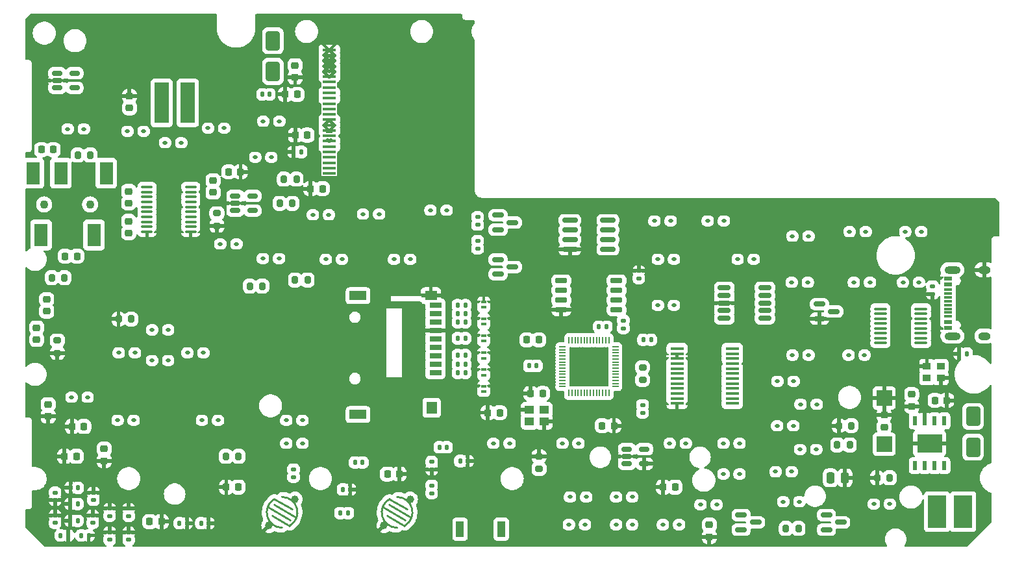
<source format=gbr>
%TF.GenerationSoftware,KiCad,Pcbnew,8.0.5-unknown-202409261835~48b9027842~ubuntu24.04.1*%
%TF.CreationDate,2024-09-28T03:00:05+08:00*%
%TF.ProjectId,EL6170_Pro_Max_Plus,454c3631-3730-45f5-9072-6f5f4d61785f,rev?*%
%TF.SameCoordinates,Original*%
%TF.FileFunction,Copper,L1,Top*%
%TF.FilePolarity,Positive*%
%FSLAX46Y46*%
G04 Gerber Fmt 4.6, Leading zero omitted, Abs format (unit mm)*
G04 Created by KiCad (PCBNEW 8.0.5-unknown-202409261835~48b9027842~ubuntu24.04.1) date 2024-09-28 03:00:05*
%MOMM*%
%LPD*%
G01*
G04 APERTURE LIST*
G04 Aperture macros list*
%AMRoundRect*
0 Rectangle with rounded corners*
0 $1 Rounding radius*
0 $2 $3 $4 $5 $6 $7 $8 $9 X,Y pos of 4 corners*
0 Add a 4 corners polygon primitive as box body*
4,1,4,$2,$3,$4,$5,$6,$7,$8,$9,$2,$3,0*
0 Add four circle primitives for the rounded corners*
1,1,$1+$1,$2,$3*
1,1,$1+$1,$4,$5*
1,1,$1+$1,$6,$7*
1,1,$1+$1,$8,$9*
0 Add four rect primitives between the rounded corners*
20,1,$1+$1,$2,$3,$4,$5,0*
20,1,$1+$1,$4,$5,$6,$7,0*
20,1,$1+$1,$6,$7,$8,$9,0*
20,1,$1+$1,$8,$9,$2,$3,0*%
G04 Aperture macros list end*
%TA.AperFunction,EtchedComponent*%
%ADD10C,0.280000*%
%TD*%
%TA.AperFunction,SMDPad,CuDef*%
%ADD11RoundRect,0.200000X0.200000X0.275000X-0.200000X0.275000X-0.200000X-0.275000X0.200000X-0.275000X0*%
%TD*%
%TA.AperFunction,SMDPad,CuDef*%
%ADD12RoundRect,0.112500X0.187500X0.112500X-0.187500X0.112500X-0.187500X-0.112500X0.187500X-0.112500X0*%
%TD*%
%TA.AperFunction,SMDPad,CuDef*%
%ADD13R,1.800000X3.000000*%
%TD*%
%TA.AperFunction,ComponentPad*%
%ADD14C,1.100000*%
%TD*%
%TA.AperFunction,SMDPad,CuDef*%
%ADD15RoundRect,0.135000X0.135000X0.185000X-0.135000X0.185000X-0.135000X-0.185000X0.135000X-0.185000X0*%
%TD*%
%TA.AperFunction,SMDPad,CuDef*%
%ADD16RoundRect,0.112500X-0.187500X-0.112500X0.187500X-0.112500X0.187500X0.112500X-0.187500X0.112500X0*%
%TD*%
%TA.AperFunction,SMDPad,CuDef*%
%ADD17RoundRect,0.140000X0.170000X-0.140000X0.170000X0.140000X-0.170000X0.140000X-0.170000X-0.140000X0*%
%TD*%
%TA.AperFunction,SMDPad,CuDef*%
%ADD18RoundRect,0.150000X-0.587500X-0.150000X0.587500X-0.150000X0.587500X0.150000X-0.587500X0.150000X0*%
%TD*%
%TA.AperFunction,SMDPad,CuDef*%
%ADD19RoundRect,0.225000X0.225000X0.250000X-0.225000X0.250000X-0.225000X-0.250000X0.225000X-0.250000X0*%
%TD*%
%TA.AperFunction,SMDPad,CuDef*%
%ADD20RoundRect,0.147500X-0.147500X-0.172500X0.147500X-0.172500X0.147500X0.172500X-0.147500X0.172500X0*%
%TD*%
%TA.AperFunction,SMDPad,CuDef*%
%ADD21RoundRect,0.218750X0.218750X0.256250X-0.218750X0.256250X-0.218750X-0.256250X0.218750X-0.256250X0*%
%TD*%
%TA.AperFunction,SMDPad,CuDef*%
%ADD22RoundRect,0.100000X-0.637500X-0.100000X0.637500X-0.100000X0.637500X0.100000X-0.637500X0.100000X0*%
%TD*%
%TA.AperFunction,SMDPad,CuDef*%
%ADD23RoundRect,0.225000X-0.250000X0.225000X-0.250000X-0.225000X0.250000X-0.225000X0.250000X0.225000X0*%
%TD*%
%TA.AperFunction,SMDPad,CuDef*%
%ADD24RoundRect,0.147500X-0.172500X0.147500X-0.172500X-0.147500X0.172500X-0.147500X0.172500X0.147500X0*%
%TD*%
%TA.AperFunction,SMDPad,CuDef*%
%ADD25RoundRect,0.135000X-0.185000X0.135000X-0.185000X-0.135000X0.185000X-0.135000X0.185000X0.135000X0*%
%TD*%
%TA.AperFunction,SMDPad,CuDef*%
%ADD26RoundRect,0.140000X-0.140000X-0.170000X0.140000X-0.170000X0.140000X0.170000X-0.140000X0.170000X0*%
%TD*%
%TA.AperFunction,SMDPad,CuDef*%
%ADD27RoundRect,0.225000X0.250000X-0.225000X0.250000X0.225000X-0.250000X0.225000X-0.250000X-0.225000X0*%
%TD*%
%TA.AperFunction,SMDPad,CuDef*%
%ADD28R,1.600000X0.700000*%
%TD*%
%TA.AperFunction,SMDPad,CuDef*%
%ADD29R,1.600000X1.200000*%
%TD*%
%TA.AperFunction,SMDPad,CuDef*%
%ADD30R,2.200000X1.200000*%
%TD*%
%TA.AperFunction,SMDPad,CuDef*%
%ADD31R,1.400000X1.600000*%
%TD*%
%TA.AperFunction,SMDPad,CuDef*%
%ADD32RoundRect,0.225000X-0.225000X-0.250000X0.225000X-0.250000X0.225000X0.250000X-0.225000X0.250000X0*%
%TD*%
%TA.AperFunction,SMDPad,CuDef*%
%ADD33RoundRect,0.200000X-0.200000X-0.275000X0.200000X-0.275000X0.200000X0.275000X-0.200000X0.275000X0*%
%TD*%
%TA.AperFunction,SMDPad,CuDef*%
%ADD34RoundRect,0.140000X-0.170000X0.140000X-0.170000X-0.140000X0.170000X-0.140000X0.170000X0.140000X0*%
%TD*%
%TA.AperFunction,SMDPad,CuDef*%
%ADD35RoundRect,0.050000X-0.300000X0.150000X-0.300000X-0.150000X0.300000X-0.150000X0.300000X0.150000X0*%
%TD*%
%TA.AperFunction,SMDPad,CuDef*%
%ADD36RoundRect,0.150000X-0.512500X-0.150000X0.512500X-0.150000X0.512500X0.150000X-0.512500X0.150000X0*%
%TD*%
%TA.AperFunction,SMDPad,CuDef*%
%ADD37RoundRect,0.150000X-0.825000X-0.150000X0.825000X-0.150000X0.825000X0.150000X-0.825000X0.150000X0*%
%TD*%
%TA.AperFunction,SMDPad,CuDef*%
%ADD38RoundRect,0.140000X0.140000X0.170000X-0.140000X0.170000X-0.140000X-0.170000X0.140000X-0.170000X0*%
%TD*%
%TA.AperFunction,SMDPad,CuDef*%
%ADD39RoundRect,0.135000X-0.135000X-0.185000X0.135000X-0.185000X0.135000X0.185000X-0.135000X0.185000X0*%
%TD*%
%TA.AperFunction,SMDPad,CuDef*%
%ADD40RoundRect,0.135000X0.185000X-0.135000X0.185000X0.135000X-0.185000X0.135000X-0.185000X-0.135000X0*%
%TD*%
%TA.AperFunction,SMDPad,CuDef*%
%ADD41R,2.400000X4.300000*%
%TD*%
%TA.AperFunction,SMDPad,CuDef*%
%ADD42R,1.000000X0.300000*%
%TD*%
%TA.AperFunction,SMDPad,CuDef*%
%ADD43R,1.000000X0.600000*%
%TD*%
%TA.AperFunction,ComponentPad*%
%ADD44O,1.600000X1.000000*%
%TD*%
%TA.AperFunction,ComponentPad*%
%ADD45O,2.100000X1.000000*%
%TD*%
%TA.AperFunction,SMDPad,CuDef*%
%ADD46RoundRect,0.250000X0.650000X-1.000000X0.650000X1.000000X-0.650000X1.000000X-0.650000X-1.000000X0*%
%TD*%
%TA.AperFunction,SMDPad,CuDef*%
%ADD47RoundRect,0.218750X-0.218750X-0.256250X0.218750X-0.256250X0.218750X0.256250X-0.218750X0.256250X0*%
%TD*%
%TA.AperFunction,SMDPad,CuDef*%
%ADD48R,2.000000X2.000000*%
%TD*%
%TA.AperFunction,SMDPad,CuDef*%
%ADD49RoundRect,0.200000X0.275000X-0.200000X0.275000X0.200000X-0.275000X0.200000X-0.275000X-0.200000X0*%
%TD*%
%TA.AperFunction,SMDPad,CuDef*%
%ADD50C,1.000000*%
%TD*%
%TA.AperFunction,SMDPad,CuDef*%
%ADD51R,1.000000X0.900000*%
%TD*%
%TA.AperFunction,SMDPad,CuDef*%
%ADD52RoundRect,0.150000X-0.687500X-0.150000X0.687500X-0.150000X0.687500X0.150000X-0.687500X0.150000X0*%
%TD*%
%TA.AperFunction,HeatsinkPad*%
%ADD53R,2.100000X3.300000*%
%TD*%
%TA.AperFunction,SMDPad,CuDef*%
%ADD54RoundRect,0.100000X-0.712500X-0.100000X0.712500X-0.100000X0.712500X0.100000X-0.712500X0.100000X0*%
%TD*%
%TA.AperFunction,SMDPad,CuDef*%
%ADD55RoundRect,0.200000X-0.275000X0.200000X-0.275000X-0.200000X0.275000X-0.200000X0.275000X0.200000X0*%
%TD*%
%TA.AperFunction,SMDPad,CuDef*%
%ADD56R,1.900000X5.300000*%
%TD*%
%TA.AperFunction,SMDPad,CuDef*%
%ADD57R,1.750000X0.450000*%
%TD*%
%TA.AperFunction,SMDPad,CuDef*%
%ADD58RoundRect,0.150000X-0.650000X-0.150000X0.650000X-0.150000X0.650000X0.150000X-0.650000X0.150000X0*%
%TD*%
%TA.AperFunction,SMDPad,CuDef*%
%ADD59R,1.200000X1.100000*%
%TD*%
%TA.AperFunction,SMDPad,CuDef*%
%ADD60R,1.800000X0.400000*%
%TD*%
%TA.AperFunction,SMDPad,CuDef*%
%ADD61R,0.600000X1.200000*%
%TD*%
%TA.AperFunction,SMDPad,CuDef*%
%ADD62R,3.300000X2.400000*%
%TD*%
%TA.AperFunction,SMDPad,CuDef*%
%ADD63RoundRect,0.250000X-0.250000X-0.475000X0.250000X-0.475000X0.250000X0.475000X-0.250000X0.475000X0*%
%TD*%
%TA.AperFunction,SMDPad,CuDef*%
%ADD64R,1.000000X2.000000*%
%TD*%
%TA.AperFunction,SMDPad,CuDef*%
%ADD65RoundRect,0.050000X-0.350000X-0.050000X0.350000X-0.050000X0.350000X0.050000X-0.350000X0.050000X0*%
%TD*%
%TA.AperFunction,SMDPad,CuDef*%
%ADD66RoundRect,0.050000X-0.050000X-0.350000X0.050000X-0.350000X0.050000X0.350000X-0.050000X0.350000X0*%
%TD*%
%TA.AperFunction,HeatsinkPad*%
%ADD67R,4.000000X4.000000*%
%TD*%
%TA.AperFunction,Conductor*%
%ADD68C,0.200000*%
%TD*%
G04 APERTURE END LIST*
D10*
%TO.C,SWRST1*%
X124180000Y-127320000D02*
X127080000Y-129020000D01*
X124700000Y-128400000D02*
X126999445Y-129732371D01*
X124920000Y-126980000D02*
X127820000Y-128680000D01*
X125000555Y-126267629D02*
X127300000Y-127600000D01*
X126000000Y-126000000D02*
G75*
G02*
X126999445Y-129732371I0J-2000000D01*
G01*
X126000000Y-130000000D02*
G75*
G02*
X125000555Y-126267628I-1J2000000D01*
G01*
%TO.C,SWBOOT1*%
X139180000Y-127320000D02*
X142080000Y-129020000D01*
X139700000Y-128400000D02*
X141999445Y-129732371D01*
X139920000Y-126980000D02*
X142820000Y-128680000D01*
X140000555Y-126267629D02*
X142300000Y-127600000D01*
X141000000Y-126000000D02*
G75*
G02*
X141999445Y-129732371I0J-2000000D01*
G01*
X141000000Y-130000000D02*
G75*
G02*
X140000555Y-126267628I-1J2000000D01*
G01*
%TD*%
D11*
%TO.P,R20,1*%
%TO.N,Net-(D4-A)*%
X123425000Y-98500000D03*
%TO.P,R20,2*%
%TO.N,XSMT*%
X121775000Y-98500000D03*
%TD*%
D12*
%TO.P,D41,1,K*%
%TO.N,KEY_ROW3*%
X155650000Y-119000000D03*
%TO.P,D41,2,A*%
%TO.N,Net-(D41-A)*%
X153550000Y-119000000D03*
%TD*%
D13*
%TO.P,CN1,4,4*%
%TO.N,AGND*%
X93570000Y-83770000D03*
%TO.P,CN1,5,5*%
%TO.N,ROUT*%
X97170000Y-83770000D03*
%TO.P,CN1,3,3*%
%TO.N,AGND*%
X94570000Y-91830000D03*
%TO.P,CN1,6,6*%
%TO.N,LOUT*%
X103070000Y-83770000D03*
%TO.P,CN1,2,2*%
X101470000Y-91830000D03*
D14*
%TO.P,CN1,*%
%TO.N,*%
X94970000Y-87850000D03*
X100970000Y-87850000D03*
%TD*%
D15*
%TO.P,R24,1*%
%TO.N,+3V3*%
X149910000Y-101000000D03*
%TO.P,R24,2*%
%TO.N,CARD_DET*%
X148890000Y-101000000D03*
%TD*%
D16*
%TO.P,D54,1,K*%
%TO.N,KEY_ROW5*%
X191350000Y-126600000D03*
%TO.P,D54,2,A*%
%TO.N,Net-(D54-A)*%
X193450000Y-126600000D03*
%TD*%
D11*
%TO.P,R23,1*%
%TO.N,Net-(U11-PROG)*%
X205225000Y-123500000D03*
%TO.P,R23,2*%
%TO.N,DEMP*%
X203575000Y-123500000D03*
%TD*%
D17*
%TO.P,C25,1*%
%TO.N,+3V3*%
X103500000Y-131560000D03*
%TO.P,C25,2*%
%TO.N,DEMP*%
X103500000Y-130600000D03*
%TD*%
D15*
%TO.P,R30,1*%
%TO.N,+3V3*%
X149910000Y-109800000D03*
%TO.P,R30,2*%
%TO.N,GPIO5*%
X148890000Y-109800000D03*
%TD*%
D18*
%TO.P,Q3,1,G*%
%TO.N,/BAT5V*%
X196062500Y-100850000D03*
%TO.P,Q3,2,S*%
%TO.N,DEMP*%
X196062500Y-102750000D03*
%TO.P,Q3,3,D*%
%TO.N,Net-(Q3-D)*%
X197937500Y-101800000D03*
%TD*%
D19*
%TO.P,C7,1*%
%TO.N,Net-(SH1-VSL)*%
X129275000Y-78800000D03*
%TO.P,C7,2*%
%TO.N,DEMP*%
X127725000Y-78800000D03*
%TD*%
D16*
%TO.P,D50,1,K*%
%TO.N,KEY_ROW4*%
X126550000Y-116000000D03*
%TO.P,D50,2,A*%
%TO.N,Net-(D50-A)*%
X128650000Y-116000000D03*
%TD*%
D20*
%TO.P,L2,1,1*%
%TO.N,Net-(C8-Pad2)*%
X149230000Y-121300000D03*
%TO.P,L2,2,2*%
%TO.N,DEMP*%
X150200000Y-121300000D03*
%TD*%
D12*
%TO.P,D32,1,K*%
%TO.N,KEY_ROW2*%
X176650000Y-90000000D03*
%TO.P,D32,2,A*%
%TO.N,Net-(D32-A)*%
X174550000Y-90000000D03*
%TD*%
%TO.P,D31,1,K*%
%TO.N,KEY_ROW2*%
X183600000Y-90000000D03*
%TO.P,D31,2,A*%
%TO.N,Net-(D31-A)*%
X181500000Y-90000000D03*
%TD*%
D17*
%TO.P,C44,1*%
%TO.N,+3V3*%
X106000000Y-131580000D03*
%TO.P,C44,2*%
%TO.N,DEMP*%
X106000000Y-130620000D03*
%TD*%
D21*
%TO.P,D4,1,K*%
%TO.N,DEMP*%
X120587500Y-83600000D03*
%TO.P,D4,2,A*%
%TO.N,Net-(D4-A)*%
X119012500Y-83600000D03*
%TD*%
D16*
%TO.P,D14,1,K*%
%TO.N,KEY_ROW0*%
X130000000Y-89200000D03*
%TO.P,D14,2,A*%
%TO.N,Net-(D14-A)*%
X132100000Y-89200000D03*
%TD*%
D11*
%TO.P,R18,1*%
%TO.N,Net-(U9-SCK)*%
X106325000Y-102800000D03*
%TO.P,R18,2*%
%TO.N,DEMP*%
X104675000Y-102800000D03*
%TD*%
D22*
%TO.P,U9,1,CPVDD*%
%TO.N,XSMT*%
X108375000Y-85575000D03*
%TO.P,U9,2,CAPP*%
%TO.N,Net-(U9-CAPP)*%
X108375000Y-86225000D03*
%TO.P,U9,3,CPGND*%
%TO.N,AGND*%
X108375000Y-86875000D03*
%TO.P,U9,4,CAPM*%
%TO.N,Net-(U9-CAPM)*%
X108375000Y-87525000D03*
%TO.P,U9,5,VNEG*%
%TO.N,Net-(U9-VNEG)*%
X108375000Y-88175000D03*
%TO.P,U9,6,OUTL*%
%TO.N,Net-(U9-OUTL)*%
X108375000Y-88825000D03*
%TO.P,U9,7,OUTR*%
%TO.N,Net-(U9-OUTR)*%
X108375000Y-89475000D03*
%TO.P,U9,8,AVDD*%
%TO.N,XSMT*%
X108375000Y-90125000D03*
%TO.P,U9,9,AGND*%
%TO.N,AGND*%
X108375000Y-90775000D03*
%TO.P,U9,10,DEMP*%
%TO.N,DEMP*%
X108375000Y-91425000D03*
%TO.P,U9,11,FLT*%
X114100000Y-91425000D03*
%TO.P,U9,12,SCK*%
%TO.N,Net-(U9-SCK)*%
X114100000Y-90775000D03*
%TO.P,U9,13,BCK*%
%TO.N,Net-(U9-BCK)*%
X114100000Y-90125000D03*
%TO.P,U9,14,DIN*%
%TO.N,Net-(U9-DIN)*%
X114100000Y-89475000D03*
%TO.P,U9,15,LRCK*%
%TO.N,Net-(U9-LRCK)*%
X114100000Y-88825000D03*
%TO.P,U9,16,FMT*%
%TO.N,DEMP*%
X114100000Y-88175000D03*
%TO.P,U9,17,XSMT*%
%TO.N,XSMT*%
X114100000Y-87525000D03*
%TO.P,U9,18,LDOO*%
%TO.N,Net-(U9-LDOO)*%
X114100000Y-86875000D03*
%TO.P,U9,19,DGND*%
%TO.N,DEMP*%
X114100000Y-86225000D03*
%TO.P,U9,20,DVDD*%
%TO.N,XSMT*%
X114100000Y-85575000D03*
%TD*%
D23*
%TO.P,C4,1*%
%TO.N,12VPP*%
X127700000Y-69725000D03*
%TO.P,C4,2*%
%TO.N,DEMP*%
X127700000Y-71275000D03*
%TD*%
D24*
%TO.P,L1,1,1*%
%TO.N,Net-(U1-LNA_IN)*%
X145500000Y-121415000D03*
%TO.P,L1,2,2*%
%TO.N,DEMP*%
X145500000Y-122385000D03*
%TD*%
D16*
%TO.P,D20,1,K*%
%TO.N,KEY_ROW1*%
X185400000Y-95000000D03*
%TO.P,D20,2,A*%
%TO.N,Net-(D20-A)*%
X187500000Y-95000000D03*
%TD*%
D25*
%TO.P,R25,1*%
%TO.N,+3V3*%
X170500000Y-102990000D03*
%TO.P,R25,2*%
%TO.N,GPIO38*%
X170500000Y-104010000D03*
%TD*%
D19*
%TO.P,C22,1*%
%TO.N,XTAL_P*%
X154375000Y-115000000D03*
%TO.P,C22,2*%
%TO.N,DEMP*%
X152825000Y-115000000D03*
%TD*%
%TO.P,C3,1*%
%TO.N,12VPP*%
X127975000Y-73500000D03*
%TO.P,C3,2*%
%TO.N,DEMP*%
X126425000Y-73500000D03*
%TD*%
D12*
%TO.P,D33,1,K*%
%TO.N,KEY_ROW2*%
X194650000Y-92000000D03*
%TO.P,D33,2,A*%
%TO.N,Net-(D33-A)*%
X192550000Y-92000000D03*
%TD*%
D23*
%TO.P,C34,1*%
%TO.N,AGND*%
X95300000Y-100225000D03*
%TO.P,C34,2*%
%TO.N,XSMT*%
X95300000Y-101775000D03*
%TD*%
D26*
%TO.P,C20,1*%
%TO.N,CHIP_PU*%
X133920000Y-125000000D03*
%TO.P,C20,2*%
%TO.N,DEMP*%
X134880000Y-125000000D03*
%TD*%
D27*
%TO.P,C40,1*%
%TO.N,/VBAT*%
X204500000Y-116875000D03*
%TO.P,C40,2*%
%TO.N,DEMP*%
X204500000Y-115325000D03*
%TD*%
D28*
%TO.P,J2,1,DAT2*%
%TO.N,GPIO5*%
X146000000Y-109750000D03*
%TO.P,J2,2,DAT3/CD*%
%TO.N,GPIO4*%
X146000000Y-108650000D03*
%TO.P,J2,3,CMD/SDI*%
%TO.N,GPIO9*%
X146000000Y-107550000D03*
%TO.P,J2,4,VDD*%
%TO.N,+3V3*%
X146000000Y-106450000D03*
%TO.P,J2,5,CLK/SCK*%
%TO.N,GPIO8*%
X146000000Y-105350000D03*
%TO.P,J2,6,VSS*%
%TO.N,DEMP*%
X146000000Y-104250000D03*
%TO.P,J2,7,DAT0/SDO*%
%TO.N,GPIO7*%
X146000000Y-103150000D03*
%TO.P,J2,8,DAT1*%
%TO.N,GPIO6*%
X146000000Y-102050000D03*
%TO.P,J2,9,~{DET}*%
%TO.N,CARD_DET*%
X146000000Y-100950000D03*
D29*
%TO.P,J2,10,SHIELD*%
%TO.N,DEMP*%
X145400000Y-99750000D03*
D30*
%TO.P,J2,11*%
%TO.N,N/C*%
X135900000Y-99750000D03*
%TO.P,J2,12*%
X135900000Y-115250000D03*
D31*
%TO.P,J2,13*%
X145500000Y-114350000D03*
%TD*%
D16*
%TO.P,D42,1,K*%
%TO.N,KEY_ROW3*%
X162550000Y-119000000D03*
%TO.P,D42,2,A*%
%TO.N,Net-(D42-A)*%
X164650000Y-119000000D03*
%TD*%
%TO.P,D39,1,K*%
%TO.N,KEY_ROW3*%
X163400000Y-129600000D03*
%TO.P,D39,2,A*%
%TO.N,Net-(D39-A)*%
X165500000Y-129600000D03*
%TD*%
D32*
%TO.P,C46,1*%
%TO.N,BAT_SMP*%
X167725000Y-116700000D03*
%TO.P,C46,2*%
%TO.N,DEMP*%
X169275000Y-116700000D03*
%TD*%
D33*
%TO.P,R17,1*%
%TO.N,Net-(U9-BCK)*%
X118675000Y-120700000D03*
%TO.P,R17,2*%
%TO.N,GPIO42*%
X120325000Y-120700000D03*
%TD*%
D25*
%TO.P,R9,1*%
%TO.N,DTR*%
X151500000Y-89480000D03*
%TO.P,R9,2*%
%TO.N,Net-(Q2-B)*%
X151500000Y-90500000D03*
%TD*%
D16*
%TO.P,D63,1,K*%
%TO.N,KEY_ROW6*%
X193550000Y-119800000D03*
%TO.P,D63,2,A*%
%TO.N,Net-(D63-A)*%
X195650000Y-119800000D03*
%TD*%
D34*
%TO.P,C9,1*%
%TO.N,+3V3*%
X96400000Y-125420000D03*
%TO.P,C9,2*%
%TO.N,DEMP*%
X96400000Y-126380000D03*
%TD*%
D26*
%TO.P,C16,1*%
%TO.N,+5V*%
X115440000Y-129400000D03*
%TO.P,C16,2*%
%TO.N,DEMP*%
X116400000Y-129400000D03*
%TD*%
D33*
%TO.P,R12,1*%
%TO.N,12VPP*%
X126225000Y-84550000D03*
%TO.P,R12,2*%
%TO.N,Net-(U2-FB)*%
X127875000Y-84550000D03*
%TD*%
D27*
%TO.P,C35,1*%
%TO.N,XSMT*%
X117000000Y-86275000D03*
%TO.P,C35,2*%
%TO.N,AGND*%
X117000000Y-84725000D03*
%TD*%
D32*
%TO.P,C41,1*%
%TO.N,/VBAT*%
X211125000Y-113400000D03*
%TO.P,C41,2*%
%TO.N,DEMP*%
X212675000Y-113400000D03*
%TD*%
D12*
%TO.P,D15,1,K*%
%TO.N,KEY_ROW0*%
X124600000Y-81700000D03*
%TO.P,D15,2,A*%
%TO.N,Net-(D15-A)*%
X122500000Y-81700000D03*
%TD*%
D35*
%TO.P,D8,1,1*%
%TO.N,DEMP*%
X152300000Y-102750000D03*
%TO.P,D8,2,2*%
%TO.N,GPIO7*%
X152300000Y-103450000D03*
%TD*%
D17*
%TO.P,C10,1*%
%TO.N,+3V3*%
X96400000Y-129380000D03*
%TO.P,C10,2*%
%TO.N,DEMP*%
X96400000Y-128420000D03*
%TD*%
D36*
%TO.P,U5,1,V_{IN}*%
%TO.N,+5V*%
X170962500Y-119750000D03*
%TO.P,U5,2,V_{SS}*%
%TO.N,DEMP*%
X170962500Y-120700000D03*
%TO.P,U5,3,CE*%
%TO.N,+5V*%
X170962500Y-121650000D03*
%TO.P,U5,4,NC*%
%TO.N,DEMP*%
X173237500Y-121650000D03*
%TO.P,U5,5,V_{OUT}*%
%TO.N,+3V3*%
X173237500Y-119750000D03*
%TD*%
D25*
%TO.P,R6,1*%
%TO.N,+3V3*%
X145500000Y-124490000D03*
%TO.P,R6,2*%
%TO.N,GPIO0*%
X145500000Y-125510000D03*
%TD*%
D23*
%TO.P,C29,1*%
%TO.N,Net-(U9-CAPP)*%
X106000000Y-86125000D03*
%TO.P,C29,2*%
%TO.N,Net-(U9-CAPM)*%
X106000000Y-87675000D03*
%TD*%
D12*
%TO.P,D26,1,K*%
%TO.N,KEY_ROW1*%
X125600000Y-94900000D03*
%TO.P,D26,2,A*%
%TO.N,Net-(D26-A)*%
X123500000Y-94900000D03*
%TD*%
D15*
%TO.P,R7,1*%
%TO.N,340_RX*%
X174110000Y-105500000D03*
%TO.P,R7,2*%
%TO.N,U0TX*%
X173090000Y-105500000D03*
%TD*%
D16*
%TO.P,D44,1,K*%
%TO.N,KEY_ROW4*%
X109050000Y-104200000D03*
%TO.P,D44,2,A*%
%TO.N,Net-(D44-A)*%
X111150000Y-104200000D03*
%TD*%
D37*
%TO.P,U3,1,~{CE}*%
%TO.N,SPICS1*%
X163525000Y-89895000D03*
%TO.P,U3,2,SO/SIO*%
%TO.N,SPIQ*%
X163525000Y-91165000D03*
%TO.P,U3,3,SIO2*%
%TO.N,SPIWP*%
X163525000Y-92435000D03*
%TO.P,U3,4,VSS*%
%TO.N,DEMP*%
X163525000Y-93705000D03*
%TO.P,U3,5,SI/SIO*%
%TO.N,SPID*%
X168475000Y-93705000D03*
%TO.P,U3,6,SCLK*%
%TO.N,SPICLK*%
X168475000Y-92435000D03*
%TO.P,U3,7,SIO3*%
%TO.N,SPIHD*%
X168475000Y-91165000D03*
%TO.P,U3,8,VCC*%
%TO.N,/VDD_SPI*%
X168475000Y-89895000D03*
%TD*%
D16*
%TO.P,D61,1,K*%
%TO.N,KEY_ROW6*%
X193600000Y-113900000D03*
%TO.P,D61,2,A*%
%TO.N,Net-(D61-A)*%
X195700000Y-113900000D03*
%TD*%
D38*
%TO.P,C14,1*%
%TO.N,+3V3*%
X99360000Y-129100000D03*
%TO.P,C14,2*%
%TO.N,DEMP*%
X98400000Y-129100000D03*
%TD*%
D16*
%TO.P,D38,1,K*%
%TO.N,KEY_ROW3*%
X199850000Y-107500000D03*
%TO.P,D38,2,A*%
%TO.N,Net-(D38-A)*%
X201950000Y-107500000D03*
%TD*%
D39*
%TO.P,R32,1*%
%TO.N,+3V3*%
X167290000Y-103800000D03*
%TO.P,R32,2*%
%TO.N,GPIO39*%
X168310000Y-103800000D03*
%TD*%
D12*
%TO.P,D24,1,K*%
%TO.N,KEY_ROW1*%
X142700000Y-95000000D03*
%TO.P,D24,2,A*%
%TO.N,Net-(D24-A)*%
X140600000Y-95000000D03*
%TD*%
D36*
%TO.P,U10,1,V_{IN}*%
%TO.N,+5V*%
X96662500Y-70750000D03*
%TO.P,U10,2,V_{SS}*%
%TO.N,DEMP*%
X96662500Y-71700000D03*
%TO.P,U10,3,CE*%
%TO.N,+5V*%
X96662500Y-72650000D03*
%TO.P,U10,4,NC*%
%TO.N,unconnected-(U10-NC-Pad4)*%
X98937500Y-72650000D03*
%TO.P,U10,5,V_{OUT}*%
%TO.N,XSMT*%
X98937500Y-70750000D03*
%TD*%
D40*
%TO.P,R8,1*%
%TO.N,RTS*%
X151500000Y-93610000D03*
%TO.P,R8,2*%
%TO.N,Net-(Q1-B)*%
X151500000Y-92590000D03*
%TD*%
D23*
%TO.P,C42,1*%
%TO.N,/VBAT*%
X208100000Y-112625000D03*
%TO.P,C42,2*%
%TO.N,DEMP*%
X208100000Y-114175000D03*
%TD*%
D41*
%TO.P,L6,1,1*%
%TO.N,Net-(D5-A)*%
X211400000Y-127900000D03*
%TO.P,L6,2,2*%
%TO.N,/VBAT*%
X214800000Y-127900000D03*
%TD*%
D12*
%TO.P,D35,1,K*%
%TO.N,KEY_ROW2*%
X107950000Y-78300000D03*
%TO.P,D35,2,A*%
%TO.N,Net-(D35-A)*%
X105850000Y-78300000D03*
%TD*%
D35*
%TO.P,D10,1,1*%
%TO.N,DEMP*%
X152300000Y-111550000D03*
%TO.P,D10,2,2*%
%TO.N,GPIO5*%
X152300000Y-112250000D03*
%TD*%
D12*
%TO.P,D21,1,K*%
%TO.N,KEY_ROW1*%
X177100000Y-95000000D03*
%TO.P,D21,2,A*%
%TO.N,Net-(D21-A)*%
X175000000Y-95000000D03*
%TD*%
D35*
%TO.P,D7,1,1*%
%TO.N,DEMP*%
X152300000Y-104950000D03*
%TO.P,D7,2,2*%
%TO.N,GPIO8*%
X152300000Y-105650000D03*
%TD*%
D25*
%TO.P,R5,1*%
%TO.N,+3V3*%
X127500000Y-122390000D03*
%TO.P,R5,2*%
%TO.N,CHIP_PU*%
X127500000Y-123410000D03*
%TD*%
D42*
%TO.P,J1,A5,CC1*%
%TO.N,Net-(J1-CC1)*%
X212833750Y-101950000D03*
%TO.P,J1,A6,D+*%
%TO.N,USB_D+*%
X212833750Y-100950000D03*
%TO.P,J1,A7,D-*%
%TO.N,USB_D-*%
X212833750Y-100450000D03*
%TO.P,J1,A8,NC*%
%TO.N,unconnected-(J1-NC-PadA8)*%
X212833750Y-99450000D03*
%TO.P,J1,B5,CC2*%
%TO.N,Net-(J1-CC2)*%
X212833750Y-98950000D03*
%TO.P,J1,B6,D+*%
%TO.N,USB_D+*%
X212833750Y-99950000D03*
%TO.P,J1,B7,D-*%
%TO.N,USB_D-*%
X212833750Y-101450000D03*
%TO.P,J1,B8,NC*%
%TO.N,unconnected-(J1-NC-PadB8)*%
X212833750Y-102450000D03*
D43*
%TO.P,J1,GND,GND*%
%TO.N,DEMP*%
X212833750Y-103925000D03*
X212833750Y-97475000D03*
D44*
%TO.P,J1,NC1,NC*%
%TO.N,unconnected-(J1-NC-PadNC1)*%
X217588750Y-105018000D03*
D45*
%TO.P,J1,NC2,NC*%
%TO.N,unconnected-(J1-NC-PadNC2)*%
X213408750Y-105018000D03*
%TO.P,J1,NC3,NC*%
%TO.N,unconnected-(J1-NC-PadNC3)*%
X213408750Y-96382000D03*
D44*
%TO.P,J1,S,SHIELD*%
%TO.N,DEMP*%
X217588750Y-96382000D03*
D43*
%TO.P,J1,VBUS,VBUS*%
%TO.N,/USB5V*%
X212833750Y-103150000D03*
X212833750Y-98250000D03*
%TD*%
D46*
%TO.P,D3,1,K*%
%TO.N,12VPP*%
X124800000Y-70500000D03*
%TO.P,D3,2,A*%
%TO.N,Net-(D3-A)*%
X124800000Y-66500000D03*
%TD*%
D39*
%TO.P,R2,1*%
%TO.N,DEMP*%
X214290000Y-107300000D03*
%TO.P,R2,2*%
%TO.N,Net-(J1-CC1)*%
X215310000Y-107300000D03*
%TD*%
D12*
%TO.P,D22,1,K*%
%TO.N,KEY_ROW1*%
X177100000Y-101000000D03*
%TO.P,D22,2,A*%
%TO.N,Net-(D22-A)*%
X175000000Y-101000000D03*
%TD*%
D33*
%TO.P,R13,1*%
%TO.N,LOUT*%
X95975000Y-97400000D03*
%TO.P,R13,2*%
%TO.N,Net-(U9-OUTL)*%
X97625000Y-97400000D03*
%TD*%
D16*
%TO.P,D57,1,K*%
%TO.N,KEY_ROW5*%
X175650000Y-129600000D03*
%TO.P,D57,2,A*%
%TO.N,Net-(D57-A)*%
X177750000Y-129600000D03*
%TD*%
%TO.P,D43,1,K*%
%TO.N,KEY_ROW3*%
X113650000Y-107200000D03*
%TO.P,D43,2,A*%
%TO.N,Net-(D43-A)*%
X115750000Y-107200000D03*
%TD*%
D38*
%TO.P,C24,1*%
%TO.N,+3V3*%
X99380000Y-124800000D03*
%TO.P,C24,2*%
%TO.N,DEMP*%
X98420000Y-124800000D03*
%TD*%
D16*
%TO.P,D56,1,K*%
%TO.N,KEY_ROW5*%
X183550000Y-123000000D03*
%TO.P,D56,2,A*%
%TO.N,Net-(D56-A)*%
X185650000Y-123000000D03*
%TD*%
D18*
%TO.P,Q4,1,G*%
%TO.N,/BAT5V*%
X185862500Y-128350000D03*
%TO.P,Q4,2,S*%
%TO.N,+5V*%
X185862500Y-130250000D03*
%TO.P,Q4,3,D*%
%TO.N,/USB5V*%
X187737500Y-129300000D03*
%TD*%
D12*
%TO.P,D16,1,K*%
%TO.N,KEY_ROW0*%
X112850000Y-79800000D03*
%TO.P,D16,2,A*%
%TO.N,Net-(D16-A)*%
X110750000Y-79800000D03*
%TD*%
D16*
%TO.P,D47,1,K*%
%TO.N,KEY_ROW4*%
X104550000Y-116000000D03*
%TO.P,D47,2,A*%
%TO.N,Net-(D47-A)*%
X106650000Y-116000000D03*
%TD*%
D11*
%TO.P,R34,1*%
%TO.N,BAT_SMP*%
X200025000Y-119200000D03*
%TO.P,R34,2*%
%TO.N,/VBAT*%
X198375000Y-119200000D03*
%TD*%
D15*
%TO.P,R26,1*%
%TO.N,+3V3*%
X149910000Y-107500000D03*
%TO.P,R26,2*%
%TO.N,GPIO9*%
X148890000Y-107500000D03*
%TD*%
D32*
%TO.P,C23,1*%
%TO.N,DEMP*%
X158425000Y-112500000D03*
%TO.P,C23,2*%
%TO.N,XTAL_N*%
X159975000Y-112500000D03*
%TD*%
D47*
%TO.P,D1,1,K*%
%TO.N,DEMP*%
X118725000Y-124700000D03*
%TO.P,D1,2,A*%
%TO.N,Net-(D1-A)*%
X120300000Y-124700000D03*
%TD*%
D39*
%TO.P,R1,1*%
%TO.N,DEMP*%
X127490000Y-81000000D03*
%TO.P,R1,2*%
%TO.N,Net-(SH1-IREF)*%
X128510000Y-81000000D03*
%TD*%
D12*
%TO.P,D29,1,K*%
%TO.N,KEY_ROW2*%
X202650000Y-98000000D03*
%TO.P,D29,2,A*%
%TO.N,Net-(D29-A)*%
X200550000Y-98000000D03*
%TD*%
D18*
%TO.P,Q5,1,G*%
%TO.N,Net-(Q3-D)*%
X196962500Y-128350000D03*
%TO.P,Q5,2,S*%
%TO.N,+5V*%
X196962500Y-130250000D03*
%TO.P,Q5,3,D*%
%TO.N,/BAT5V*%
X198837500Y-129300000D03*
%TD*%
D17*
%TO.P,C18,1*%
%TO.N,+3V3*%
X106000000Y-128480000D03*
%TO.P,C18,2*%
%TO.N,DEMP*%
X106000000Y-127520000D03*
%TD*%
D19*
%TO.P,C28,1*%
%TO.N,ROUT*%
X96175000Y-80700000D03*
%TO.P,C28,2*%
%TO.N,AGND*%
X94625000Y-80700000D03*
%TD*%
D48*
%TO.P,BAT-1,1*%
%TO.N,DEMP*%
X204500000Y-113100000D03*
%TD*%
D49*
%TO.P,R21,1*%
%TO.N,/BAT5V*%
X159500000Y-122325000D03*
%TO.P,R21,2*%
%TO.N,DEMP*%
X159500000Y-120675000D03*
%TD*%
D26*
%TO.P,C13,1*%
%TO.N,+3V3*%
X97120000Y-131000000D03*
%TO.P,C13,2*%
%TO.N,DEMP*%
X98080000Y-131000000D03*
%TD*%
D17*
%TO.P,C45,1*%
%TO.N,+3V3*%
X103500000Y-128460000D03*
%TO.P,C45,2*%
%TO.N,DEMP*%
X103500000Y-127500000D03*
%TD*%
D23*
%TO.P,C1,1*%
%TO.N,+3V3*%
X102800000Y-119725000D03*
%TO.P,C1,2*%
%TO.N,DEMP*%
X102800000Y-121275000D03*
%TD*%
D16*
%TO.P,D48,1,K*%
%TO.N,KEY_ROW4*%
X183550000Y-119000000D03*
%TO.P,D48,2,A*%
%TO.N,Net-(D48-A)*%
X185650000Y-119000000D03*
%TD*%
D50*
%TO.P,SWRST1,1,1*%
%TO.N,DEMP*%
X124300000Y-129700000D03*
%TO.P,SWRST1,2,2*%
%TO.N,CHIP_PU*%
X127700000Y-126300000D03*
%TD*%
D17*
%TO.P,C12,1*%
%TO.N,+3V3*%
X101300000Y-129380000D03*
%TO.P,C12,2*%
%TO.N,DEMP*%
X101300000Y-128420000D03*
%TD*%
D19*
%TO.P,C27,1*%
%TO.N,LOUT*%
X99275000Y-94600000D03*
%TO.P,C27,2*%
%TO.N,AGND*%
X97725000Y-94600000D03*
%TD*%
D16*
%TO.P,D36,1,K*%
%TO.N,KEY_ROW3*%
X109050000Y-108200000D03*
%TO.P,D36,2,A*%
%TO.N,Net-(D36-A)*%
X111150000Y-108200000D03*
%TD*%
%TO.P,D40,1,K*%
%TO.N,KEY_ROW3*%
X192550000Y-107500000D03*
%TO.P,D40,2,A*%
%TO.N,Net-(D40-A)*%
X194650000Y-107500000D03*
%TD*%
%TO.P,D64,1,K*%
%TO.N,KEY_ROW6*%
X190350000Y-122700000D03*
%TO.P,D64,2,A*%
%TO.N,Net-(D64-A)*%
X192450000Y-122700000D03*
%TD*%
%TO.P,D46,1,K*%
%TO.N,KEY_ROW4*%
X98550000Y-113000000D03*
%TO.P,D46,2,A*%
%TO.N,Net-(D46-A)*%
X100650000Y-113000000D03*
%TD*%
D15*
%TO.P,R28,1*%
%TO.N,+3V3*%
X149910000Y-103200000D03*
%TO.P,R28,2*%
%TO.N,GPIO7*%
X148890000Y-103200000D03*
%TD*%
D16*
%TO.P,D51,1,K*%
%TO.N,KEY_ROW4*%
X126550000Y-119000000D03*
%TO.P,D51,2,A*%
%TO.N,Net-(D51-A)*%
X128650000Y-119000000D03*
%TD*%
D27*
%TO.P,C31,1*%
%TO.N,AGND*%
X94000000Y-105475000D03*
%TO.P,C31,2*%
%TO.N,XSMT*%
X94000000Y-103925000D03*
%TD*%
D39*
%TO.P,R4,1*%
%TO.N,Net-(D1-A)*%
X133580000Y-128100000D03*
%TO.P,R4,2*%
%TO.N,+3V3*%
X134600000Y-128100000D03*
%TD*%
D51*
%TO.P,X2,4,GND*%
%TO.N,DEMP*%
X210080000Y-108920000D03*
%TO.P,X2,3,3*%
%TO.N,XOUT*%
X211920000Y-108920000D03*
%TO.P,X2,2,GND*%
%TO.N,DEMP*%
X211920000Y-110480000D03*
%TO.P,X2,1,1*%
%TO.N,XIN*%
X210080000Y-110480000D03*
%TD*%
D33*
%TO.P,R16,1*%
%TO.N,Net-(U9-DIN)*%
X125675000Y-87700000D03*
%TO.P,R16,2*%
%TO.N,GPIO41*%
X127325000Y-87700000D03*
%TD*%
D19*
%TO.P,C6,1*%
%TO.N,Net-(SH1-VCOMH)*%
X100175000Y-116800000D03*
%TO.P,C6,2*%
%TO.N,DEMP*%
X98625000Y-116800000D03*
%TD*%
D52*
%TO.P,U6,1,UD+*%
%TO.N,D3+*%
X183662500Y-98700000D03*
%TO.P,U6,2,UD-*%
%TO.N,D3-*%
X183662500Y-99700000D03*
%TO.P,U6,3,GND*%
%TO.N,DEMP*%
X183662500Y-100700000D03*
%TO.P,U6,4,~{DTR}*%
%TO.N,DTR*%
X183662500Y-101700000D03*
%TO.P,U6,5,~{CTS}*%
%TO.N,unconnected-(U6-~{CTS}-Pad5)*%
X183662500Y-102700000D03*
%TO.P,U6,6,~{RTS}*%
%TO.N,RTS*%
X188937500Y-102700000D03*
%TO.P,U6,7,VCC*%
%TO.N,+3V3*%
X188937500Y-101700000D03*
%TO.P,U6,8,TXD*%
%TO.N,340_TX*%
X188937500Y-100700000D03*
%TO.P,U6,9,RXD*%
%TO.N,340_RX*%
X188937500Y-99700000D03*
%TO.P,U6,10,V3*%
%TO.N,+3V3*%
X188937500Y-98700000D03*
D53*
%TO.P,U6,11,GND*%
%TO.N,DEMP*%
X186300000Y-100700000D03*
%TD*%
D12*
%TO.P,D49,1,K*%
%TO.N,KEY_ROW4*%
X178650000Y-119000000D03*
%TO.P,D49,2,A*%
%TO.N,Net-(D49-A)*%
X176550000Y-119000000D03*
%TD*%
D54*
%TO.P,U8,1,DM4-*%
%TO.N,D4-*%
X204025000Y-101455000D03*
%TO.P,U8,2,DP4+*%
%TO.N,D4+*%
X204025000Y-102090000D03*
%TO.P,U8,3,DM3-*%
%TO.N,D3-*%
X204025000Y-102725000D03*
%TO.P,U8,4,DP3+*%
%TO.N,D3+*%
X204025000Y-103360000D03*
%TO.P,U8,5,DM2-*%
%TO.N,unconnected-(U8-DM2--Pad5)*%
X204025000Y-103995000D03*
%TO.P,U8,6,DP2+*%
%TO.N,unconnected-(U8-DP2+-Pad6)*%
X204025000Y-104630000D03*
%TO.P,U8,7,DM1-*%
%TO.N,unconnected-(U8-DM1--Pad7)*%
X204025000Y-105265000D03*
%TO.P,U8,8,DP1+*%
%TO.N,unconnected-(U8-DP1+-Pad8)*%
X204025000Y-105900000D03*
%TO.P,U8,9,~{RESET}/CDP*%
%TO.N,unconnected-(U8-~{RESET}{slash}CDP-Pad9)*%
X209300000Y-105900000D03*
%TO.P,U8,10,DMU-*%
%TO.N,USB_D-*%
X209300000Y-105265000D03*
%TO.P,U8,11,DPU+*%
%TO.N,USB_D+*%
X209300000Y-104630000D03*
%TO.P,U8,12,V5*%
%TO.N,+3V3*%
X209300000Y-103995000D03*
%TO.P,U8,13,VDD33*%
X209300000Y-103360000D03*
%TO.P,U8,14,GND*%
%TO.N,DEMP*%
X209300000Y-102725000D03*
%TO.P,U8,15,XO*%
%TO.N,XOUT*%
X209300000Y-102090000D03*
%TO.P,U8,16,XI*%
%TO.N,XIN*%
X209300000Y-101455000D03*
%TD*%
D49*
%TO.P,R19,1*%
%TO.N,DEMP*%
X96700000Y-107225000D03*
%TO.P,R19,2*%
%TO.N,AGND*%
X96700000Y-105575000D03*
%TD*%
D26*
%TO.P,C17,1*%
%TO.N,+5V*%
X112620000Y-129400000D03*
%TO.P,C17,2*%
%TO.N,DEMP*%
X113580000Y-129400000D03*
%TD*%
D55*
%TO.P,R10,1*%
%TO.N,GPIO48*%
X173000000Y-109075000D03*
%TO.P,R10,2*%
%TO.N,Net-(D2-K)*%
X173000000Y-110725000D03*
%TD*%
D46*
%TO.P,D5,1,K*%
%TO.N,/BAT5V*%
X216100000Y-119500000D03*
%TO.P,D5,2,A*%
%TO.N,Net-(D5-A)*%
X216100000Y-115500000D03*
%TD*%
D32*
%TO.P,C2,1*%
%TO.N,+3V3*%
X108725000Y-129200000D03*
%TO.P,C2,2*%
%TO.N,DEMP*%
X110275000Y-129200000D03*
%TD*%
D12*
%TO.P,D27,1,K*%
%TO.N,KEY_ROW1*%
X120050000Y-93000000D03*
%TO.P,D27,2,A*%
%TO.N,Net-(D27-A)*%
X117950000Y-93000000D03*
%TD*%
D16*
%TO.P,D59,1,K*%
%TO.N,KEY_ROW5*%
X163550000Y-126000000D03*
%TO.P,D59,2,A*%
%TO.N,Net-(D59-A)*%
X165650000Y-126000000D03*
%TD*%
D40*
%TO.P,R33,1*%
%TO.N,+3V3*%
X173000000Y-115010000D03*
%TO.P,R33,2*%
%TO.N,GPIO21*%
X173000000Y-113990000D03*
%TD*%
D56*
%TO.P,L5,1,1*%
%TO.N,+3V3*%
X110300000Y-74600000D03*
%TO.P,L5,2,2*%
%TO.N,Net-(D3-A)*%
X113700000Y-74600000D03*
%TD*%
D12*
%TO.P,D13,1,K*%
%TO.N,KEY_ROW0*%
X138650000Y-89100000D03*
%TO.P,D13,2,A*%
%TO.N,Net-(D13-A)*%
X136550000Y-89100000D03*
%TD*%
D33*
%TO.P,R15,1*%
%TO.N,Net-(U9-LRCK)*%
X127675000Y-97700000D03*
%TO.P,R15,2*%
%TO.N,GPIO40*%
X129325000Y-97700000D03*
%TD*%
D12*
%TO.P,D17,1,K*%
%TO.N,KEY_ROW0*%
X100150000Y-78000000D03*
%TO.P,D17,2,A*%
%TO.N,Net-(D17-A)*%
X98050000Y-78000000D03*
%TD*%
D16*
%TO.P,D23,1,K*%
%TO.N,KEY_ROW1*%
X145350000Y-88600000D03*
%TO.P,D23,2,A*%
%TO.N,Net-(D23-A)*%
X147450000Y-88600000D03*
%TD*%
D57*
%TO.P,U12,1,~{INT}*%
%TO.N,GPIO21*%
X177500000Y-106650000D03*
%TO.P,U12,2,A1*%
%TO.N,DEMP*%
X177500000Y-107300000D03*
%TO.P,U12,3,A2*%
X177500000Y-107950000D03*
%TO.P,U12,4,P0*%
%TO.N,KEY_COL0*%
X177500000Y-108600000D03*
%TO.P,U12,5,P1*%
%TO.N,KEY_COL1*%
X177500000Y-109250000D03*
%TO.P,U12,6,P2*%
%TO.N,KEY_COL2*%
X177500000Y-109900000D03*
%TO.P,U12,7,P3*%
%TO.N,KEY_COL3*%
X177500000Y-110550000D03*
%TO.P,U12,8,P4*%
%TO.N,KEY_COL4*%
X177500000Y-111200000D03*
%TO.P,U12,9,P5*%
%TO.N,KEY_COL5*%
X177500000Y-111850000D03*
%TO.P,U12,10,P6*%
%TO.N,KEY_COL6*%
X177500000Y-112500000D03*
%TO.P,U12,11,P7*%
%TO.N,KEY_COL7*%
X177500000Y-113150000D03*
%TO.P,U12,12,GND*%
%TO.N,DEMP*%
X177500000Y-113800000D03*
%TO.P,U12,13,P10*%
%TO.N,KEY_ROW0*%
X184700000Y-113800000D03*
%TO.P,U12,14,P11*%
%TO.N,KEY_ROW1*%
X184700000Y-113150000D03*
%TO.P,U12,15,P12*%
%TO.N,KEY_ROW2*%
X184700000Y-112500000D03*
%TO.P,U12,16,P13*%
%TO.N,KEY_ROW3*%
X184700000Y-111850000D03*
%TO.P,U12,17,P14*%
%TO.N,KEY_ROW4*%
X184700000Y-111200000D03*
%TO.P,U12,18,P15*%
%TO.N,KEY_ROW5*%
X184700000Y-110550000D03*
%TO.P,U12,19,P16*%
%TO.N,KEY_ROW6*%
X184700000Y-109900000D03*
%TO.P,U12,20,P17*%
%TO.N,unconnected-(U12-P17-Pad20)*%
X184700000Y-109250000D03*
%TO.P,U12,21,A0*%
%TO.N,DEMP*%
X184700000Y-108600000D03*
%TO.P,U12,22,SCL*%
%TO.N,GPIO38*%
X184700000Y-107950000D03*
%TO.P,U12,23,SDA*%
%TO.N,GPIO39*%
X184700000Y-107300000D03*
%TO.P,U12,24,VCC*%
%TO.N,+3V3*%
X184700000Y-106650000D03*
%TD*%
D58*
%TO.P,U4,1,~{CS}*%
%TO.N,SPICS0*%
X162400000Y-97795000D03*
%TO.P,U4,2,DO(IO1)*%
%TO.N,SPIQ*%
X162400000Y-99065000D03*
%TO.P,U4,3,IO2*%
%TO.N,SPIWP*%
X162400000Y-100335000D03*
%TO.P,U4,4,GND*%
%TO.N,DEMP*%
X162400000Y-101605000D03*
%TO.P,U4,5,DI(IO0)*%
%TO.N,SPID*%
X169600000Y-101605000D03*
%TO.P,U4,6,CLK*%
%TO.N,SPICLK*%
X169600000Y-100335000D03*
%TO.P,U4,7,IO3*%
%TO.N,SPIHD*%
X169600000Y-99065000D03*
%TO.P,U4,8,VCC*%
%TO.N,/VDD_SPI*%
X169600000Y-97795000D03*
%TD*%
D33*
%TO.P,R22,1*%
%TO.N,+5V*%
X191675000Y-130100000D03*
%TO.P,R22,2*%
%TO.N,Net-(Q3-D)*%
X193325000Y-130100000D03*
%TD*%
D23*
%TO.P,C32,1*%
%TO.N,XSMT*%
X95500000Y-113925000D03*
%TO.P,C32,2*%
%TO.N,DEMP*%
X95500000Y-115475000D03*
%TD*%
D12*
%TO.P,D19,1,K*%
%TO.N,KEY_ROW0*%
X202100000Y-91400000D03*
%TO.P,D19,2,A*%
%TO.N,Net-(D19-A)*%
X200000000Y-91400000D03*
%TD*%
D19*
%TO.P,C33,1*%
%TO.N,Net-(U9-LDOO)*%
X99175000Y-120700000D03*
%TO.P,C33,2*%
%TO.N,DEMP*%
X97625000Y-120700000D03*
%TD*%
D16*
%TO.P,D62,1,K*%
%TO.N,KEY_ROW6*%
X190550000Y-116700000D03*
%TO.P,D62,2,A*%
%TO.N,Net-(D62-A)*%
X192650000Y-116700000D03*
%TD*%
D59*
%TO.P,X1,1,1*%
%TO.N,XTAL_P*%
X158250000Y-116150000D03*
%TO.P,X1,2,GND*%
%TO.N,DEMP*%
X160150000Y-116150000D03*
%TO.P,X1,3,3*%
%TO.N,XTAL_N*%
X160150000Y-114650000D03*
%TO.P,X1,4,GND*%
%TO.N,DEMP*%
X158250000Y-114650000D03*
%TD*%
D12*
%TO.P,D25,1,K*%
%TO.N,KEY_ROW1*%
X133800000Y-95000000D03*
%TO.P,D25,2,A*%
%TO.N,Net-(D25-A)*%
X131700000Y-95000000D03*
%TD*%
D35*
%TO.P,D11,1,1*%
%TO.N,DEMP*%
X152300000Y-109400000D03*
%TO.P,D11,2,2*%
%TO.N,GPIO4*%
X152300000Y-110100000D03*
%TD*%
D47*
%TO.P,D2,1,K*%
%TO.N,Net-(D2-K)*%
X157912500Y-105500000D03*
%TO.P,D2,2,A*%
%TO.N,+3V3*%
X159487500Y-105500000D03*
%TD*%
D17*
%TO.P,C11,1*%
%TO.N,+3V3*%
X101400000Y-126380000D03*
%TO.P,C11,2*%
%TO.N,DEMP*%
X101400000Y-125420000D03*
%TD*%
D26*
%TO.P,C19,1*%
%TO.N,+3V3*%
X99820000Y-131000000D03*
%TO.P,C19,2*%
%TO.N,DEMP*%
X100780000Y-131000000D03*
%TD*%
D16*
%TO.P,D53,1,K*%
%TO.N,KEY_ROW5*%
X180550000Y-127000000D03*
%TO.P,D53,2,A*%
%TO.N,Net-(D53-A)*%
X182650000Y-127000000D03*
%TD*%
D60*
%TO.P,SH1,1,VPP*%
%TO.N,12VPP*%
X132150000Y-83800000D03*
%TO.P,SH1,2,VSEGM*%
%TO.N,Net-(SH1-VSEGM)*%
X132150000Y-83100000D03*
%TO.P,SH1,3,VCOMH*%
%TO.N,Net-(SH1-VCOMH)*%
X132150000Y-82400000D03*
%TO.P,SH1,4,VSL*%
%TO.N,Net-(SH1-VSL)*%
X132150000Y-81700000D03*
%TO.P,SH1,5,IREF*%
%TO.N,Net-(SH1-IREF)*%
X132150000Y-81000000D03*
%TO.P,SH1,6,VSS*%
%TO.N,DEMP*%
X132150000Y-80300000D03*
%TO.P,SH1,7,VCL*%
X132150000Y-79600000D03*
%TO.P,SH1,8,VDD*%
%TO.N,+3V3*%
X132150000Y-78900000D03*
%TO.P,SH1,9,IM0*%
%TO.N,DEMP*%
X132150000Y-78200000D03*
%TO.P,SH1,10,IM1*%
X132150000Y-77500000D03*
%TO.P,SH1,11,IM2*%
X132150000Y-76800000D03*
%TO.P,SH1,12,CS*%
%TO.N,GPIO11*%
X132150000Y-76100000D03*
%TO.P,SH1,13,RES*%
%TO.N,GPIO12*%
X132150000Y-75400000D03*
%TO.P,SH1,14,A0*%
%TO.N,GPIO13*%
X132150000Y-74700000D03*
%TO.P,SH1,15,WR(R/W)*%
%TO.N,DEMP*%
X132150000Y-74000000D03*
%TO.P,SH1,16,RD*%
X132150000Y-73300000D03*
%TO.P,SH1,17,D0*%
%TO.N,GPIO14*%
X132150000Y-72600000D03*
%TO.P,SH1,18,D1*%
%TO.N,GPIO17*%
X132150000Y-71900000D03*
%TO.P,SH1,19,D2*%
%TO.N,DEMP*%
X132150000Y-71200000D03*
%TO.P,SH1,20,D3*%
X132150000Y-70500000D03*
%TO.P,SH1,21,D4*%
X132150000Y-69800000D03*
%TO.P,SH1,22,D5*%
X132150000Y-69100000D03*
%TO.P,SH1,23,D6*%
X132150000Y-68400000D03*
%TO.P,SH1,24,D7*%
X132150000Y-67700000D03*
%TD*%
D19*
%TO.P,C43,1*%
%TO.N,/USB5V*%
X177250000Y-124700000D03*
%TO.P,C43,2*%
%TO.N,DEMP*%
X175700000Y-124700000D03*
%TD*%
D16*
%TO.P,D58,1,K*%
%TO.N,KEY_ROW5*%
X169550000Y-126000000D03*
%TO.P,D58,2,A*%
%TO.N,Net-(D58-A)*%
X171650000Y-126000000D03*
%TD*%
D26*
%TO.P,C8,1*%
%TO.N,Net-(U1-LNA_IN)*%
X146520000Y-119500000D03*
%TO.P,C8,2*%
%TO.N,Net-(C8-Pad2)*%
X147480000Y-119500000D03*
%TD*%
D61*
%TO.P,U11,1,VOUT*%
%TO.N,/BAT5V*%
X208515000Y-121910000D03*
%TO.P,U11,2,~{CHRG}*%
%TO.N,CHRG*%
X209785000Y-121910000D03*
%TO.P,U11,3,PROG*%
%TO.N,Net-(U11-PROG)*%
X211065000Y-121910000D03*
%TO.P,U11,4,~{STDBY}*%
%TO.N,STDBY*%
X212335000Y-121910000D03*
%TO.P,U11,5,VCC*%
%TO.N,/USB5V*%
X212335000Y-116090000D03*
%TO.P,U11,6,BAT*%
%TO.N,/VBAT*%
X211065000Y-116090000D03*
%TO.P,U11,7,GND*%
%TO.N,DEMP*%
X209785000Y-116090000D03*
%TO.P,U11,8,LX*%
%TO.N,Net-(D5-A)*%
X208515000Y-116090000D03*
D62*
%TO.P,U11,9,EP*%
%TO.N,DEMP*%
X210425000Y-119000000D03*
%TD*%
D18*
%TO.P,Q1,1,B*%
%TO.N,Net-(Q1-B)*%
X154162500Y-89250000D03*
%TO.P,Q1,2,E*%
%TO.N,DTR*%
X154162500Y-91150000D03*
%TO.P,Q1,3,C*%
%TO.N,GPIO0*%
X156037500Y-90200000D03*
%TD*%
D33*
%TO.P,R14,1*%
%TO.N,ROUT*%
X99350000Y-81400000D03*
%TO.P,R14,2*%
%TO.N,Net-(U9-OUTR)*%
X101000000Y-81400000D03*
%TD*%
D16*
%TO.P,D12,1,K*%
%TO.N,KEY_ROW0*%
X123550000Y-77000000D03*
%TO.P,D12,2,A*%
%TO.N,Net-(D12-A)*%
X125650000Y-77000000D03*
%TD*%
D11*
%TO.P,R35,1*%
%TO.N,BAT_SMP*%
X200225000Y-116700000D03*
%TO.P,R35,2*%
%TO.N,DEMP*%
X198575000Y-116700000D03*
%TD*%
D16*
%TO.P,D45,1,K*%
%TO.N,KEY_ROW4*%
X115550000Y-116000000D03*
%TO.P,D45,2,A*%
%TO.N,Net-(D45-A)*%
X117650000Y-116000000D03*
%TD*%
D19*
%TO.P,C5,1*%
%TO.N,Net-(SH1-VSEGM)*%
X131275000Y-85800000D03*
%TO.P,C5,2*%
%TO.N,DEMP*%
X129725000Y-85800000D03*
%TD*%
D12*
%TO.P,D37,1,K*%
%TO.N,KEY_ROW3*%
X106800000Y-107200000D03*
%TO.P,D37,2,A*%
%TO.N,Net-(D37-A)*%
X104700000Y-107200000D03*
%TD*%
D40*
%TO.P,R3,1*%
%TO.N,DEMP*%
X210800000Y-99520000D03*
%TO.P,R3,2*%
%TO.N,Net-(J1-CC2)*%
X210800000Y-98500000D03*
%TD*%
D36*
%TO.P,U2,1,SW*%
%TO.N,Net-(D3-A)*%
X119900000Y-86750000D03*
%TO.P,U2,2,GND*%
%TO.N,DEMP*%
X119900000Y-87700000D03*
%TO.P,U2,3,FB*%
%TO.N,Net-(U2-FB)*%
X119900000Y-88650000D03*
%TO.P,U2,4,EN*%
%TO.N,+3V3*%
X122175000Y-88650000D03*
%TO.P,U2,5,VIN*%
X122175000Y-86750000D03*
%TD*%
D12*
%TO.P,D34,1,K*%
%TO.N,KEY_ROW2*%
X118450000Y-77900000D03*
%TO.P,D34,2,A*%
%TO.N,Net-(D34-A)*%
X116350000Y-77900000D03*
%TD*%
D50*
%TO.P,SWBOOT1,1,1*%
%TO.N,DEMP*%
X139300000Y-129700000D03*
%TO.P,SWBOOT1,2,2*%
%TO.N,GPIO0*%
X142700000Y-126300000D03*
%TD*%
D26*
%TO.P,C26,1*%
%TO.N,Net-(U2-FB)*%
X123420000Y-73500000D03*
%TO.P,C26,2*%
%TO.N,12VPP*%
X124380000Y-73500000D03*
%TD*%
D20*
%TO.P,L4,1,1*%
%TO.N,XTAL_P*%
X158215000Y-108900000D03*
%TO.P,L4,2,2*%
%TO.N,Net-(U1-XTAL_P)*%
X159185000Y-108900000D03*
%TD*%
D15*
%TO.P,R31,1*%
%TO.N,+3V3*%
X149910000Y-108700000D03*
%TO.P,R31,2*%
%TO.N,GPIO4*%
X148890000Y-108700000D03*
%TD*%
D18*
%TO.P,Q2,1,B*%
%TO.N,Net-(Q2-B)*%
X154162500Y-95050000D03*
%TO.P,Q2,2,E*%
%TO.N,RTS*%
X154162500Y-96950000D03*
%TO.P,Q2,3,C*%
%TO.N,CHIP_PU*%
X156037500Y-96000000D03*
%TD*%
D63*
%TO.P,C39,1*%
%TO.N,/BAT5V*%
X197500000Y-123500000D03*
%TO.P,C39,2*%
%TO.N,DEMP*%
X199400000Y-123500000D03*
%TD*%
D35*
%TO.P,D6,1,1*%
%TO.N,DEMP*%
X152300000Y-107200000D03*
%TO.P,D6,2,2*%
%TO.N,GPIO9*%
X152300000Y-107900000D03*
%TD*%
D32*
%TO.P,C36,1*%
%TO.N,+5V*%
X139725000Y-123000000D03*
%TO.P,C36,2*%
%TO.N,DEMP*%
X141275000Y-123000000D03*
%TD*%
D16*
%TO.P,D52,1,K*%
%TO.N,KEY_ROW5*%
X169550000Y-129600000D03*
%TO.P,D52,2,A*%
%TO.N,Net-(D52-A)*%
X171650000Y-129600000D03*
%TD*%
%TO.P,D60,1,K*%
%TO.N,KEY_ROW6*%
X190600000Y-110900000D03*
%TO.P,D60,2,A*%
%TO.N,Net-(D60-A)*%
X192700000Y-110900000D03*
%TD*%
D64*
%TO.P,U7,2,2*%
%TO.N,unconnected-(U7-Pad2)*%
X154600000Y-130200000D03*
%TO.P,U7,1,1*%
%TO.N,Net-(C8-Pad2)*%
X149200000Y-130200000D03*
%TD*%
D23*
%TO.P,C38,1*%
%TO.N,/BAT5V*%
X181700000Y-129625000D03*
%TO.P,C38,2*%
%TO.N,DEMP*%
X181700000Y-131175000D03*
%TD*%
D65*
%TO.P,U1,1,LNA_IN*%
%TO.N,Net-(U1-LNA_IN)*%
X162550000Y-106400000D03*
%TO.P,U1,2,VDD3P3*%
%TO.N,Net-(L3-Pad2)*%
X162550000Y-106800000D03*
%TO.P,U1,3,VDD3P3*%
X162550000Y-107200000D03*
%TO.P,U1,4,CHIP_PU*%
%TO.N,CHIP_PU*%
X162550000Y-107600000D03*
%TO.P,U1,5,GPIO0*%
%TO.N,GPIO0*%
X162550000Y-108000000D03*
%TO.P,U1,6,GPIO1*%
%TO.N,GPIO1*%
X162550000Y-108400000D03*
%TO.P,U1,7,GPIO2*%
%TO.N,GPIO2*%
X162550000Y-108800000D03*
%TO.P,U1,8,GPIO3*%
%TO.N,GPIO3*%
X162550000Y-109200000D03*
%TO.P,U1,9,GPIO4*%
%TO.N,GPIO4*%
X162550000Y-109600000D03*
%TO.P,U1,10,GPIO5*%
%TO.N,GPIO5*%
X162550000Y-110000000D03*
%TO.P,U1,11,GPIO6*%
%TO.N,GPIO6*%
X162550000Y-110400000D03*
%TO.P,U1,12,GPIO7*%
%TO.N,GPIO7*%
X162550000Y-110800000D03*
%TO.P,U1,13,GPIO8*%
%TO.N,GPIO8*%
X162550000Y-111200000D03*
%TO.P,U1,14,GPIO9*%
%TO.N,GPIO9*%
X162550000Y-111600000D03*
D66*
%TO.P,U1,15,GPIO10*%
%TO.N,BAT_SMP*%
X163400000Y-112450000D03*
%TO.P,U1,16,GPIO11*%
%TO.N,GPIO11*%
X163800000Y-112450000D03*
%TO.P,U1,17,GPIO12*%
%TO.N,GPIO12*%
X164200000Y-112450000D03*
%TO.P,U1,18,GPIO13*%
%TO.N,GPIO13*%
X164600000Y-112450000D03*
%TO.P,U1,19,GPIO14*%
%TO.N,GPIO14*%
X165000000Y-112450000D03*
%TO.P,U1,20,VDD3P3_RTC*%
%TO.N,+3V3*%
X165400000Y-112450000D03*
%TO.P,U1,21,XTAL_32K_P*%
%TO.N,GPIO15*%
X165800000Y-112450000D03*
%TO.P,U1,22,XTAL_32K_N*%
%TO.N,GPIO16*%
X166200000Y-112450000D03*
%TO.P,U1,23,GPIO17*%
%TO.N,GPIO17*%
X166600000Y-112450000D03*
%TO.P,U1,24,GPIO18*%
%TO.N,CARD_DET*%
X167000000Y-112450000D03*
%TO.P,U1,25,GPIO19/USB_D-*%
%TO.N,D4-*%
X167400000Y-112450000D03*
%TO.P,U1,26,GPIO20/USB_D+*%
%TO.N,D4+*%
X167800000Y-112450000D03*
%TO.P,U1,27,GPIO21*%
%TO.N,GPIO21*%
X168200000Y-112450000D03*
%TO.P,U1,28,SPICS1*%
%TO.N,SPICS1*%
X168600000Y-112450000D03*
D65*
%TO.P,U1,29,VDD_SPI*%
%TO.N,/VDD_SPI*%
X169450000Y-111600000D03*
%TO.P,U1,30,SPIHD*%
%TO.N,SPIHD*%
X169450000Y-111200000D03*
%TO.P,U1,31,SPIWP*%
%TO.N,SPIWP*%
X169450000Y-110800000D03*
%TO.P,U1,32,SPICS0*%
%TO.N,SPICS0*%
X169450000Y-110400000D03*
%TO.P,U1,33,SPICLK*%
%TO.N,SPICLK*%
X169450000Y-110000000D03*
%TO.P,U1,34,SPIQ*%
%TO.N,SPIQ*%
X169450000Y-109600000D03*
%TO.P,U1,35,SPID*%
%TO.N,SPID*%
X169450000Y-109200000D03*
%TO.P,U1,36,SPICLK_N*%
%TO.N,GPIO48*%
X169450000Y-108800000D03*
%TO.P,U1,37,SPICLK_P*%
%TO.N,GPIO47*%
X169450000Y-108400000D03*
%TO.P,U1,38,GPIO33*%
%TO.N,GPIO33*%
X169450000Y-108000000D03*
%TO.P,U1,39,GPIO34*%
%TO.N,GPIO34*%
X169450000Y-107600000D03*
%TO.P,U1,40,GPIO35*%
%TO.N,GPIO35*%
X169450000Y-107200000D03*
%TO.P,U1,41,GPIO36*%
%TO.N,GPIO36*%
X169450000Y-106800000D03*
%TO.P,U1,42,GPIO37*%
%TO.N,GPIO37*%
X169450000Y-106400000D03*
D66*
%TO.P,U1,43,GPIO38*%
%TO.N,GPIO38*%
X168600000Y-105550000D03*
%TO.P,U1,44,MTCK*%
%TO.N,GPIO39*%
X168200000Y-105550000D03*
%TO.P,U1,45,MTDO*%
%TO.N,GPIO40*%
X167800000Y-105550000D03*
%TO.P,U1,46,VDD3P3_CPU*%
%TO.N,+3V3*%
X167400000Y-105550000D03*
%TO.P,U1,47,MTDI*%
%TO.N,GPIO41*%
X167000000Y-105550000D03*
%TO.P,U1,48,MTMS*%
%TO.N,GPIO42*%
X166600000Y-105550000D03*
%TO.P,U1,49,U0TXD*%
%TO.N,U0TX*%
X166200000Y-105550000D03*
%TO.P,U1,50,U0RXD*%
%TO.N,340_TX*%
X165800000Y-105550000D03*
%TO.P,U1,51,GPIO45*%
%TO.N,GPIO45*%
X165400000Y-105550000D03*
%TO.P,U1,52,GPIO46*%
%TO.N,GPIO46*%
X165000000Y-105550000D03*
%TO.P,U1,53,XTAL_N*%
%TO.N,XTAL_N*%
X164600000Y-105550000D03*
%TO.P,U1,54,XTAL_P*%
%TO.N,Net-(U1-XTAL_P)*%
X164200000Y-105550000D03*
%TO.P,U1,55,VDDA*%
%TO.N,+3V3*%
X163800000Y-105550000D03*
%TO.P,U1,56,VDDA*%
X163400000Y-105550000D03*
D67*
%TO.P,U1,57,GND*%
%TO.N,DEMP*%
X166000000Y-109000000D03*
%TD*%
D55*
%TO.P,R11,1*%
%TO.N,Net-(U2-FB)*%
X117500000Y-88975000D03*
%TO.P,R11,2*%
%TO.N,DEMP*%
X117500000Y-90625000D03*
%TD*%
D16*
%TO.P,D18,1,K*%
%TO.N,KEY_ROW0*%
X207250000Y-91400000D03*
%TO.P,D18,2,A*%
%TO.N,Net-(D18-A)*%
X209350000Y-91400000D03*
%TD*%
D26*
%TO.P,C21,1*%
%TO.N,DEMP*%
X98400000Y-126900000D03*
%TO.P,C21,2*%
%TO.N,+3V3*%
X99360000Y-126900000D03*
%TD*%
D23*
%TO.P,C30,1*%
%TO.N,Net-(U9-VNEG)*%
X106000000Y-90025000D03*
%TO.P,C30,2*%
%TO.N,AGND*%
X106000000Y-91575000D03*
%TD*%
D16*
%TO.P,D28,1,K*%
%TO.N,KEY_ROW2*%
X206950000Y-98000000D03*
%TO.P,D28,2,A*%
%TO.N,Net-(D28-A)*%
X209050000Y-98000000D03*
%TD*%
D27*
%TO.P,C37,1*%
%TO.N,XSMT*%
X106100000Y-75275000D03*
%TO.P,C37,2*%
%TO.N,DEMP*%
X106100000Y-73725000D03*
%TD*%
D20*
%TO.P,L3,1,1*%
%TO.N,+3V3*%
X135515000Y-121500000D03*
%TO.P,L3,2,2*%
%TO.N,Net-(L3-Pad2)*%
X136485000Y-121500000D03*
%TD*%
D17*
%TO.P,C15,1*%
%TO.N,/VDD_SPI*%
X172500000Y-97480000D03*
%TO.P,C15,2*%
%TO.N,DEMP*%
X172500000Y-96520000D03*
%TD*%
D15*
%TO.P,R27,1*%
%TO.N,+3V3*%
X149910000Y-105300000D03*
%TO.P,R27,2*%
%TO.N,GPIO8*%
X148890000Y-105300000D03*
%TD*%
D12*
%TO.P,D30,1,K*%
%TO.N,KEY_ROW2*%
X194550000Y-98000000D03*
%TO.P,D30,2,A*%
%TO.N,Net-(D30-A)*%
X192450000Y-98000000D03*
%TD*%
D48*
%TO.P,BAT+1,1*%
%TO.N,/VBAT*%
X204500000Y-119100000D03*
%TD*%
D16*
%TO.P,D55,1,K*%
%TO.N,KEY_ROW5*%
X203150000Y-126900000D03*
%TO.P,D55,2,A*%
%TO.N,Net-(D55-A)*%
X205250000Y-126900000D03*
%TD*%
D35*
%TO.P,D9,1,1*%
%TO.N,DEMP*%
X152300000Y-100550000D03*
%TO.P,D9,2,2*%
%TO.N,GPIO6*%
X152300000Y-101250000D03*
%TD*%
D15*
%TO.P,R29,1*%
%TO.N,+3V3*%
X149910000Y-102100000D03*
%TO.P,R29,2*%
%TO.N,GPIO6*%
X148890000Y-102100000D03*
%TD*%
D68*
%TO.N,+3V3*%
X167290000Y-103790000D02*
X167290000Y-103800000D01*
X167290000Y-103800000D02*
X167400000Y-103910000D01*
%TO.N,SPIWP*%
X162865000Y-100335000D02*
X162400000Y-100335000D01*
%TO.N,SPIQ*%
X162570552Y-99065000D02*
X162400000Y-99065000D01*
%TO.N,SPICLK*%
X169565000Y-100300000D02*
X169600000Y-100335000D01*
%TO.N,SPIHD*%
X169600000Y-99065000D02*
X169429448Y-99065000D01*
%TD*%
%TA.AperFunction,Conductor*%
%TO.N,DEMP*%
G36*
X177668039Y-107395184D02*
G01*
X177713794Y-107447988D01*
X177725000Y-107499499D01*
X177725000Y-107750500D01*
X177705315Y-107817539D01*
X177652511Y-107863294D01*
X177601000Y-107874500D01*
X177399000Y-107874500D01*
X177331961Y-107854815D01*
X177286206Y-107802011D01*
X177275000Y-107750500D01*
X177275000Y-107499499D01*
X177294685Y-107432460D01*
X177347489Y-107386705D01*
X177398997Y-107375499D01*
X177601001Y-107375499D01*
X177668039Y-107395184D01*
G37*
%TD.AperFunction*%
%TA.AperFunction,Conductor*%
G36*
X163618434Y-106439876D02*
G01*
X163618436Y-106439877D01*
X163689710Y-106448436D01*
X163706897Y-106450500D01*
X163706898Y-106450500D01*
X163893103Y-106450500D01*
X163910290Y-106448436D01*
X163981564Y-106439877D01*
X163981565Y-106439876D01*
X163985215Y-106439438D01*
X164014785Y-106439438D01*
X164018434Y-106439876D01*
X164018436Y-106439877D01*
X164089710Y-106448436D01*
X164106897Y-106450500D01*
X164106898Y-106450500D01*
X164293103Y-106450500D01*
X164310290Y-106448436D01*
X164381564Y-106439877D01*
X164381565Y-106439876D01*
X164385215Y-106439438D01*
X164414785Y-106439438D01*
X164418434Y-106439876D01*
X164418436Y-106439877D01*
X164489710Y-106448436D01*
X164506897Y-106450500D01*
X164506898Y-106450500D01*
X164693103Y-106450500D01*
X164710290Y-106448436D01*
X164781564Y-106439877D01*
X164781565Y-106439876D01*
X164785215Y-106439438D01*
X164814785Y-106439438D01*
X164818434Y-106439876D01*
X164818436Y-106439877D01*
X164889710Y-106448436D01*
X164906897Y-106450500D01*
X164906898Y-106450500D01*
X165093103Y-106450500D01*
X165110290Y-106448436D01*
X165181564Y-106439877D01*
X165181565Y-106439876D01*
X165185215Y-106439438D01*
X165214785Y-106439438D01*
X165218434Y-106439876D01*
X165218436Y-106439877D01*
X165289710Y-106448436D01*
X165306897Y-106450500D01*
X165306898Y-106450500D01*
X165493103Y-106450500D01*
X165510290Y-106448436D01*
X165581564Y-106439877D01*
X165581565Y-106439876D01*
X165585215Y-106439438D01*
X165614785Y-106439438D01*
X165618434Y-106439876D01*
X165618436Y-106439877D01*
X165689710Y-106448436D01*
X165706897Y-106450500D01*
X165706898Y-106450500D01*
X165893103Y-106450500D01*
X165910290Y-106448436D01*
X165981564Y-106439877D01*
X165981565Y-106439876D01*
X165985215Y-106439438D01*
X166014785Y-106439438D01*
X166018434Y-106439876D01*
X166018436Y-106439877D01*
X166089710Y-106448436D01*
X166106897Y-106450500D01*
X166106898Y-106450500D01*
X166293103Y-106450500D01*
X166310290Y-106448436D01*
X166381564Y-106439877D01*
X166381565Y-106439876D01*
X166385215Y-106439438D01*
X166414785Y-106439438D01*
X166418434Y-106439876D01*
X166418436Y-106439877D01*
X166489710Y-106448436D01*
X166506897Y-106450500D01*
X166506898Y-106450500D01*
X166693103Y-106450500D01*
X166710290Y-106448436D01*
X166781564Y-106439877D01*
X166781565Y-106439876D01*
X166785215Y-106439438D01*
X166814785Y-106439438D01*
X166818434Y-106439876D01*
X166818436Y-106439877D01*
X166889710Y-106448436D01*
X166906897Y-106450500D01*
X166906898Y-106450500D01*
X167093103Y-106450500D01*
X167110290Y-106448436D01*
X167181564Y-106439877D01*
X167181565Y-106439876D01*
X167185215Y-106439438D01*
X167214785Y-106439438D01*
X167218434Y-106439876D01*
X167218436Y-106439877D01*
X167289710Y-106448436D01*
X167306897Y-106450500D01*
X167306898Y-106450500D01*
X167493103Y-106450500D01*
X167510290Y-106448436D01*
X167581564Y-106439877D01*
X167581565Y-106439876D01*
X167585215Y-106439438D01*
X167614785Y-106439438D01*
X167618434Y-106439876D01*
X167618436Y-106439877D01*
X167689710Y-106448436D01*
X167706897Y-106450500D01*
X167706898Y-106450500D01*
X167893103Y-106450500D01*
X167910290Y-106448436D01*
X167981564Y-106439877D01*
X167981565Y-106439876D01*
X167985215Y-106439438D01*
X168014785Y-106439438D01*
X168018434Y-106439876D01*
X168018436Y-106439877D01*
X168089710Y-106448436D01*
X168106897Y-106450500D01*
X168106898Y-106450500D01*
X168293103Y-106450500D01*
X168310290Y-106448436D01*
X168381564Y-106439877D01*
X168381565Y-106439876D01*
X168385215Y-106439438D01*
X168414786Y-106439438D01*
X168418433Y-106439876D01*
X168418436Y-106439877D01*
X168448217Y-106443453D01*
X168512431Y-106470991D01*
X168551563Y-106528874D01*
X168556547Y-106551786D01*
X168560561Y-106585218D01*
X168560561Y-106614783D01*
X168555440Y-106657435D01*
X168549500Y-106706898D01*
X168549500Y-106893102D01*
X168551227Y-106907480D01*
X168560561Y-106985217D01*
X168560561Y-107014783D01*
X168556234Y-107050819D01*
X168549500Y-107106898D01*
X168549500Y-107293102D01*
X168552706Y-107319797D01*
X168560561Y-107385217D01*
X168560561Y-107414783D01*
X168556574Y-107447988D01*
X168549500Y-107506898D01*
X168549500Y-107693102D01*
X168554292Y-107733006D01*
X168560561Y-107785217D01*
X168560561Y-107814783D01*
X168554736Y-107863294D01*
X168549500Y-107906898D01*
X168549500Y-108093102D01*
X168554763Y-108136931D01*
X168560561Y-108185217D01*
X168560561Y-108214783D01*
X168556078Y-108252123D01*
X168549500Y-108306898D01*
X168549500Y-108493102D01*
X168554521Y-108534911D01*
X168560561Y-108585217D01*
X168560561Y-108614783D01*
X168557198Y-108642794D01*
X168549500Y-108706898D01*
X168549500Y-108893102D01*
X168553391Y-108925500D01*
X168560561Y-108985217D01*
X168560561Y-109014783D01*
X168556587Y-109047883D01*
X168549500Y-109106898D01*
X168549500Y-109293102D01*
X168554159Y-109331897D01*
X168560561Y-109385217D01*
X168560561Y-109414783D01*
X168557611Y-109439354D01*
X168549500Y-109506898D01*
X168549500Y-109693102D01*
X168553636Y-109727546D01*
X168560561Y-109785217D01*
X168560561Y-109814783D01*
X168555532Y-109856666D01*
X168549500Y-109906898D01*
X168549500Y-110093102D01*
X168555219Y-110140725D01*
X168560561Y-110185217D01*
X168560561Y-110214783D01*
X168556595Y-110247812D01*
X168549500Y-110306898D01*
X168549500Y-110493102D01*
X168554996Y-110538871D01*
X168560561Y-110585217D01*
X168560561Y-110614783D01*
X168554718Y-110663440D01*
X168549500Y-110706898D01*
X168549500Y-110893102D01*
X168553586Y-110927127D01*
X168560561Y-110985217D01*
X168560561Y-111014783D01*
X168556069Y-111052192D01*
X168549500Y-111106898D01*
X168549500Y-111293102D01*
X168555222Y-111340754D01*
X168560561Y-111385217D01*
X168560561Y-111414782D01*
X168556547Y-111448213D01*
X168529011Y-111512428D01*
X168471129Y-111551562D01*
X168448213Y-111556547D01*
X168414782Y-111560561D01*
X168385217Y-111560561D01*
X168336559Y-111554718D01*
X168293102Y-111549500D01*
X168106898Y-111549500D01*
X168063440Y-111554718D01*
X168014783Y-111560561D01*
X167985217Y-111560561D01*
X167936559Y-111554718D01*
X167893102Y-111549500D01*
X167706898Y-111549500D01*
X167663440Y-111554718D01*
X167614783Y-111560561D01*
X167585217Y-111560561D01*
X167536559Y-111554718D01*
X167493102Y-111549500D01*
X167306898Y-111549500D01*
X167263440Y-111554718D01*
X167214783Y-111560561D01*
X167185217Y-111560561D01*
X167136559Y-111554718D01*
X167093102Y-111549500D01*
X166906898Y-111549500D01*
X166863440Y-111554718D01*
X166814783Y-111560561D01*
X166785217Y-111560561D01*
X166736559Y-111554718D01*
X166693102Y-111549500D01*
X166506898Y-111549500D01*
X166463440Y-111554718D01*
X166414783Y-111560561D01*
X166385217Y-111560561D01*
X166336559Y-111554718D01*
X166293102Y-111549500D01*
X166106898Y-111549500D01*
X166063440Y-111554718D01*
X166014783Y-111560561D01*
X165985217Y-111560561D01*
X165936559Y-111554718D01*
X165893102Y-111549500D01*
X165706898Y-111549500D01*
X165663440Y-111554718D01*
X165614783Y-111560561D01*
X165585217Y-111560561D01*
X165536559Y-111554718D01*
X165493102Y-111549500D01*
X165306898Y-111549500D01*
X165263440Y-111554718D01*
X165214783Y-111560561D01*
X165185217Y-111560561D01*
X165136559Y-111554718D01*
X165093102Y-111549500D01*
X164906898Y-111549500D01*
X164863440Y-111554718D01*
X164814783Y-111560561D01*
X164785217Y-111560561D01*
X164736559Y-111554718D01*
X164693102Y-111549500D01*
X164506898Y-111549500D01*
X164463440Y-111554718D01*
X164414783Y-111560561D01*
X164385217Y-111560561D01*
X164336559Y-111554718D01*
X164293102Y-111549500D01*
X164106898Y-111549500D01*
X164063440Y-111554718D01*
X164014783Y-111560561D01*
X163985217Y-111560561D01*
X163936559Y-111554718D01*
X163893102Y-111549500D01*
X163706898Y-111549500D01*
X163663440Y-111554718D01*
X163614783Y-111560561D01*
X163585218Y-111560561D01*
X163551786Y-111556547D01*
X163487571Y-111529011D01*
X163448437Y-111471129D01*
X163443453Y-111448217D01*
X163441792Y-111434385D01*
X163439877Y-111418436D01*
X163439876Y-111418433D01*
X163439438Y-111414786D01*
X163439438Y-111385215D01*
X163439876Y-111381565D01*
X163439877Y-111381564D01*
X163450500Y-111293102D01*
X163450500Y-111106898D01*
X163439877Y-111018436D01*
X163439876Y-111018434D01*
X163439438Y-111014785D01*
X163439438Y-110985215D01*
X163439876Y-110981565D01*
X163439877Y-110981564D01*
X163450500Y-110893102D01*
X163450500Y-110706898D01*
X163439877Y-110618436D01*
X163439876Y-110618434D01*
X163439438Y-110614785D01*
X163439438Y-110585215D01*
X163439876Y-110581565D01*
X163439877Y-110581564D01*
X163450500Y-110493102D01*
X163450500Y-110306898D01*
X163439877Y-110218436D01*
X163439876Y-110218434D01*
X163439438Y-110214785D01*
X163439438Y-110185215D01*
X163439876Y-110181565D01*
X163439877Y-110181564D01*
X163450500Y-110093102D01*
X163450500Y-109906898D01*
X163439877Y-109818436D01*
X163439876Y-109818434D01*
X163439438Y-109814785D01*
X163439438Y-109785215D01*
X163439876Y-109781565D01*
X163439877Y-109781564D01*
X163450500Y-109693102D01*
X163450500Y-109506898D01*
X163439877Y-109418436D01*
X163439876Y-109418434D01*
X163439438Y-109414785D01*
X163439438Y-109385215D01*
X163439876Y-109381565D01*
X163439877Y-109381564D01*
X163450500Y-109293102D01*
X163450500Y-109106898D01*
X163439877Y-109018436D01*
X163439876Y-109018434D01*
X163439438Y-109014785D01*
X163439438Y-108985215D01*
X163439876Y-108981565D01*
X163439877Y-108981564D01*
X163450500Y-108893102D01*
X163450500Y-108706898D01*
X163439877Y-108618436D01*
X163439876Y-108618434D01*
X163439438Y-108614785D01*
X163439438Y-108585215D01*
X163439876Y-108581565D01*
X163439877Y-108581564D01*
X163450500Y-108493102D01*
X163450500Y-108306898D01*
X163439877Y-108218436D01*
X163439876Y-108218434D01*
X163439438Y-108214785D01*
X163439438Y-108185215D01*
X163439876Y-108181565D01*
X163439877Y-108181564D01*
X163450500Y-108093102D01*
X163450500Y-107906898D01*
X163439877Y-107818436D01*
X163439876Y-107818434D01*
X163439438Y-107814785D01*
X163439438Y-107785215D01*
X163439876Y-107781565D01*
X163439877Y-107781564D01*
X163450500Y-107693102D01*
X163450500Y-107506898D01*
X163449611Y-107499499D01*
X163446938Y-107477234D01*
X163439877Y-107418436D01*
X163439876Y-107418434D01*
X163439438Y-107414785D01*
X163439438Y-107385215D01*
X163439876Y-107381565D01*
X163439877Y-107381564D01*
X163450500Y-107293102D01*
X163450500Y-107106898D01*
X163439877Y-107018436D01*
X163439876Y-107018434D01*
X163439438Y-107014785D01*
X163439438Y-106985215D01*
X163439876Y-106981565D01*
X163439877Y-106981564D01*
X163450500Y-106893102D01*
X163450500Y-106706898D01*
X163439877Y-106618436D01*
X163439876Y-106618434D01*
X163439438Y-106614785D01*
X163439438Y-106585215D01*
X163439876Y-106581565D01*
X163439877Y-106581564D01*
X163443453Y-106551782D01*
X163470990Y-106487568D01*
X163528873Y-106448436D01*
X163551780Y-106443453D01*
X163581564Y-106439877D01*
X163581565Y-106439876D01*
X163585215Y-106439438D01*
X163614785Y-106439438D01*
X163618434Y-106439876D01*
G37*
%TD.AperFunction*%
%TA.AperFunction,Conductor*%
G36*
X132099020Y-79270185D02*
G01*
X132119662Y-79286819D01*
X132150000Y-79317157D01*
X132180338Y-79286819D01*
X132241661Y-79253334D01*
X132268019Y-79250500D01*
X132482981Y-79250500D01*
X132550020Y-79270185D01*
X132595775Y-79322989D01*
X132605719Y-79392147D01*
X132576694Y-79455703D01*
X132570662Y-79462181D01*
X132237681Y-79795162D01*
X132176358Y-79828647D01*
X132106666Y-79823663D01*
X132062319Y-79795162D01*
X131729338Y-79462181D01*
X131695853Y-79400858D01*
X131700837Y-79331166D01*
X131742709Y-79275233D01*
X131808173Y-79250816D01*
X131817019Y-79250500D01*
X132031981Y-79250500D01*
X132099020Y-79270185D01*
G37*
%TD.AperFunction*%
%TA.AperFunction,Conductor*%
G36*
X132193334Y-76576337D02*
G01*
X132237681Y-76604838D01*
X133045162Y-77412319D01*
X133078647Y-77473642D01*
X133073663Y-77543334D01*
X133045162Y-77587681D01*
X132432843Y-78200000D01*
X132570662Y-78337819D01*
X132604147Y-78399142D01*
X132599163Y-78468834D01*
X132557291Y-78524767D01*
X132491827Y-78549184D01*
X132482981Y-78549500D01*
X132268019Y-78549500D01*
X132200980Y-78529815D01*
X132180338Y-78513181D01*
X132150000Y-78482843D01*
X132119662Y-78513181D01*
X132058339Y-78546666D01*
X132031981Y-78549500D01*
X131817019Y-78549500D01*
X131749980Y-78529815D01*
X131704225Y-78477011D01*
X131694281Y-78407853D01*
X131723306Y-78344297D01*
X131729338Y-78337819D01*
X131867157Y-78200000D01*
X131254838Y-77587681D01*
X131221353Y-77526358D01*
X131223238Y-77500000D01*
X131732843Y-77500000D01*
X132150000Y-77917157D01*
X132567157Y-77500000D01*
X132150000Y-77082843D01*
X131732843Y-77500000D01*
X131223238Y-77500000D01*
X131226337Y-77456666D01*
X131254838Y-77412319D01*
X132062319Y-76604838D01*
X132123642Y-76571353D01*
X132193334Y-76576337D01*
G37*
%TD.AperFunction*%
%TA.AperFunction,Conductor*%
G36*
X117442539Y-63020185D02*
G01*
X117488294Y-63072989D01*
X117499500Y-63124500D01*
X117499500Y-65051254D01*
X117502580Y-65076617D01*
X117535963Y-65351551D01*
X117560228Y-65449998D01*
X117608358Y-65645272D01*
X117715628Y-65928117D01*
X117856206Y-66195964D01*
X117856212Y-66195973D01*
X118028047Y-66444921D01*
X118028052Y-66444927D01*
X118228646Y-66671351D01*
X118228648Y-66671353D01*
X118455072Y-66871947D01*
X118455078Y-66871952D01*
X118704026Y-67043787D01*
X118704035Y-67043793D01*
X118971882Y-67184371D01*
X119254727Y-67291641D01*
X119254731Y-67291642D01*
X119254734Y-67291643D01*
X119548449Y-67364037D01*
X119799661Y-67394539D01*
X119848746Y-67400500D01*
X119848748Y-67400500D01*
X120151254Y-67400500D01*
X120196630Y-67394990D01*
X120451551Y-67364037D01*
X120745266Y-67291643D01*
X120745269Y-67291641D01*
X120745272Y-67291641D01*
X120848007Y-67252678D01*
X121028113Y-67184373D01*
X121295967Y-67043792D01*
X121544924Y-66871950D01*
X121762913Y-66678828D01*
X121771351Y-66671353D01*
X121771353Y-66671351D01*
X121827709Y-66607738D01*
X121971950Y-66444924D01*
X122143792Y-66195967D01*
X122270597Y-65954361D01*
X122284371Y-65928117D01*
X122292451Y-65906814D01*
X122375053Y-65689010D01*
X122391641Y-65645272D01*
X122391641Y-65645269D01*
X122391643Y-65645266D01*
X122439776Y-65449983D01*
X123399500Y-65449983D01*
X123399500Y-67550001D01*
X123399501Y-67550018D01*
X123410000Y-67652796D01*
X123410001Y-67652799D01*
X123445682Y-67760475D01*
X123465186Y-67819334D01*
X123557288Y-67968656D01*
X123681344Y-68092712D01*
X123830666Y-68184814D01*
X123997203Y-68239999D01*
X124099991Y-68250500D01*
X125500008Y-68250499D01*
X125602797Y-68239999D01*
X125769334Y-68184814D01*
X125918656Y-68092712D01*
X126042712Y-67968656D01*
X126134814Y-67819334D01*
X126189999Y-67652797D01*
X126200500Y-67550009D01*
X126200500Y-67452155D01*
X130750000Y-67452155D01*
X130750000Y-67947844D01*
X130756401Y-68007375D01*
X130758186Y-68014927D01*
X130756754Y-68015265D01*
X130761119Y-68076370D01*
X130756632Y-68091649D01*
X130756401Y-68092624D01*
X130750000Y-68152155D01*
X130750000Y-68647844D01*
X130756401Y-68707375D01*
X130758186Y-68714927D01*
X130756754Y-68715265D01*
X130761119Y-68776370D01*
X130756632Y-68791649D01*
X130756401Y-68792624D01*
X130750000Y-68852155D01*
X130750000Y-69347844D01*
X130756401Y-69407375D01*
X130758186Y-69414927D01*
X130756754Y-69415265D01*
X130761119Y-69476370D01*
X130756632Y-69491649D01*
X130756401Y-69492624D01*
X130750000Y-69552155D01*
X130750000Y-70047844D01*
X130756401Y-70107375D01*
X130758186Y-70114927D01*
X130756754Y-70115265D01*
X130761119Y-70176370D01*
X130756632Y-70191649D01*
X130756401Y-70192624D01*
X130750001Y-70252154D01*
X130750000Y-70252172D01*
X130750000Y-70747844D01*
X130756401Y-70807375D01*
X130758186Y-70814927D01*
X130756754Y-70815265D01*
X130761119Y-70876370D01*
X130756632Y-70891649D01*
X130756401Y-70892624D01*
X130750000Y-70952155D01*
X130750000Y-71447844D01*
X130756401Y-71507372D01*
X130756403Y-71507379D01*
X130806645Y-71642086D01*
X130806649Y-71642093D01*
X130892809Y-71757187D01*
X130892812Y-71757190D01*
X131007908Y-71843351D01*
X131007910Y-71843353D01*
X131018829Y-71847425D01*
X131074764Y-71889294D01*
X131099184Y-71954757D01*
X131099500Y-71963608D01*
X131099500Y-72114820D01*
X131099500Y-72114822D01*
X131099499Y-72114822D01*
X131108231Y-72158717D01*
X131108232Y-72158720D01*
X131108232Y-72158721D01*
X131108233Y-72158722D01*
X131123193Y-72181111D01*
X131144069Y-72247789D01*
X131125583Y-72315169D01*
X131123199Y-72318878D01*
X131122686Y-72319648D01*
X131108232Y-72341279D01*
X131108231Y-72341282D01*
X131099500Y-72385177D01*
X131099500Y-72536391D01*
X131079815Y-72603430D01*
X131027011Y-72649185D01*
X131018838Y-72652571D01*
X131007909Y-72656647D01*
X131007907Y-72656648D01*
X130892812Y-72742809D01*
X130892809Y-72742812D01*
X130806649Y-72857906D01*
X130806645Y-72857913D01*
X130756403Y-72992620D01*
X130756401Y-72992627D01*
X130750000Y-73052155D01*
X130750000Y-73547844D01*
X130756401Y-73607375D01*
X130758186Y-73614927D01*
X130756754Y-73615265D01*
X130761119Y-73676370D01*
X130756632Y-73691649D01*
X130756401Y-73692624D01*
X130750000Y-73752155D01*
X130750000Y-74247844D01*
X130756401Y-74307372D01*
X130756403Y-74307379D01*
X130806645Y-74442086D01*
X130806649Y-74442093D01*
X130892809Y-74557187D01*
X130892812Y-74557190D01*
X131007908Y-74643351D01*
X131007910Y-74643353D01*
X131018829Y-74647425D01*
X131074764Y-74689294D01*
X131099184Y-74754757D01*
X131099500Y-74763608D01*
X131099500Y-74914820D01*
X131099500Y-74914822D01*
X131099499Y-74914822D01*
X131108231Y-74958717D01*
X131108232Y-74958720D01*
X131108232Y-74958721D01*
X131108233Y-74958722D01*
X131123193Y-74981111D01*
X131144069Y-75047789D01*
X131125583Y-75115169D01*
X131123199Y-75118878D01*
X131116488Y-75128922D01*
X131108232Y-75141279D01*
X131108231Y-75141282D01*
X131099500Y-75185177D01*
X131099500Y-75185180D01*
X131099500Y-75614820D01*
X131099500Y-75614822D01*
X131099499Y-75614822D01*
X131108231Y-75658717D01*
X131108232Y-75658720D01*
X131108232Y-75658721D01*
X131108233Y-75658722D01*
X131123193Y-75681111D01*
X131144069Y-75747789D01*
X131125583Y-75815169D01*
X131123199Y-75818878D01*
X131116488Y-75828922D01*
X131108232Y-75841279D01*
X131108231Y-75841282D01*
X131099500Y-75885177D01*
X131099500Y-76036391D01*
X131079815Y-76103430D01*
X131027011Y-76149185D01*
X131018838Y-76152571D01*
X131007909Y-76156647D01*
X131007907Y-76156648D01*
X130892812Y-76242809D01*
X130892809Y-76242812D01*
X130806649Y-76357906D01*
X130806645Y-76357913D01*
X130756403Y-76492620D01*
X130756401Y-76492627D01*
X130750000Y-76552155D01*
X130750000Y-77047844D01*
X130756401Y-77107375D01*
X130758186Y-77114927D01*
X130756754Y-77115265D01*
X130761119Y-77176370D01*
X130756632Y-77191649D01*
X130756401Y-77192624D01*
X130750000Y-77252155D01*
X130750000Y-77747844D01*
X130756401Y-77807375D01*
X130758186Y-77814927D01*
X130756754Y-77815265D01*
X130761119Y-77876370D01*
X130756632Y-77891649D01*
X130756401Y-77892624D01*
X130750000Y-77952155D01*
X130750000Y-78447844D01*
X130756401Y-78507372D01*
X130756403Y-78507379D01*
X130806645Y-78642086D01*
X130806649Y-78642093D01*
X130892809Y-78757187D01*
X130950979Y-78800734D01*
X130992849Y-78856668D01*
X130997833Y-78926360D01*
X130964347Y-78987683D01*
X130950979Y-78999266D01*
X130892809Y-79042812D01*
X130806649Y-79157906D01*
X130806645Y-79157913D01*
X130756403Y-79292620D01*
X130756401Y-79292627D01*
X130750001Y-79352154D01*
X130750000Y-79352172D01*
X130750000Y-79847844D01*
X130756401Y-79907375D01*
X130758186Y-79914927D01*
X130756754Y-79915265D01*
X130761119Y-79976370D01*
X130756632Y-79991649D01*
X130756401Y-79992624D01*
X130750000Y-80052155D01*
X130750000Y-80547844D01*
X130756401Y-80607372D01*
X130756403Y-80607379D01*
X130806645Y-80742086D01*
X130806649Y-80742093D01*
X130892809Y-80857187D01*
X130892812Y-80857190D01*
X131007908Y-80943351D01*
X131007910Y-80943353D01*
X131018829Y-80947425D01*
X131074764Y-80989294D01*
X131099184Y-81054757D01*
X131099500Y-81063608D01*
X131099500Y-81214820D01*
X131099500Y-81214822D01*
X131099499Y-81214822D01*
X131108231Y-81258717D01*
X131108232Y-81258720D01*
X131108232Y-81258721D01*
X131108233Y-81258722D01*
X131123193Y-81281111D01*
X131144069Y-81347789D01*
X131125583Y-81415169D01*
X131123199Y-81418878D01*
X131118433Y-81426012D01*
X131108232Y-81441279D01*
X131108231Y-81441282D01*
X131099500Y-81485177D01*
X131099500Y-81485180D01*
X131099500Y-81914820D01*
X131099500Y-81914822D01*
X131099499Y-81914822D01*
X131108231Y-81958717D01*
X131108232Y-81958720D01*
X131108232Y-81958721D01*
X131108233Y-81958722D01*
X131123193Y-81981111D01*
X131144069Y-82047789D01*
X131125583Y-82115169D01*
X131123199Y-82118878D01*
X131116488Y-82128922D01*
X131108232Y-82141279D01*
X131108231Y-82141282D01*
X131099500Y-82185177D01*
X131099500Y-82185180D01*
X131099500Y-82614820D01*
X131099500Y-82614822D01*
X131099499Y-82614822D01*
X131108231Y-82658717D01*
X131108232Y-82658720D01*
X131108232Y-82658721D01*
X131108233Y-82658722D01*
X131123193Y-82681111D01*
X131144069Y-82747789D01*
X131125583Y-82815169D01*
X131123199Y-82818878D01*
X131116488Y-82828922D01*
X131108232Y-82841279D01*
X131108231Y-82841282D01*
X131099500Y-82885177D01*
X131099500Y-82885180D01*
X131099500Y-83314820D01*
X131099500Y-83314822D01*
X131099499Y-83314822D01*
X131108231Y-83358717D01*
X131108232Y-83358720D01*
X131108232Y-83358721D01*
X131108233Y-83358722D01*
X131123193Y-83381111D01*
X131144069Y-83447789D01*
X131125583Y-83515169D01*
X131123199Y-83518878D01*
X131116488Y-83528922D01*
X131108232Y-83541279D01*
X131108231Y-83541282D01*
X131099500Y-83585177D01*
X131099500Y-83585180D01*
X131099500Y-84014820D01*
X131099500Y-84014822D01*
X131099499Y-84014822D01*
X131108231Y-84058717D01*
X131108232Y-84058721D01*
X131108233Y-84058722D01*
X131141496Y-84108504D01*
X131191278Y-84141767D01*
X131191281Y-84141767D01*
X131191282Y-84141768D01*
X131235177Y-84150500D01*
X131235180Y-84150500D01*
X133064822Y-84150500D01*
X133108717Y-84141768D01*
X133108717Y-84141767D01*
X133108722Y-84141767D01*
X133158504Y-84108504D01*
X133191767Y-84058722D01*
X133194107Y-84046959D01*
X133200500Y-84014822D01*
X133200500Y-83585177D01*
X133191768Y-83541282D01*
X133191767Y-83541278D01*
X133176807Y-83518889D01*
X133155930Y-83452214D01*
X133174414Y-83384833D01*
X133176807Y-83381111D01*
X133191767Y-83358722D01*
X133200500Y-83314820D01*
X133200500Y-82885180D01*
X133200500Y-82885177D01*
X133191768Y-82841282D01*
X133191767Y-82841278D01*
X133188574Y-82836499D01*
X133176807Y-82818889D01*
X133155930Y-82752214D01*
X133174414Y-82684833D01*
X133176807Y-82681111D01*
X133191767Y-82658722D01*
X133191768Y-82658717D01*
X133200500Y-82614822D01*
X133200500Y-82185177D01*
X133191768Y-82141282D01*
X133191767Y-82141278D01*
X133176807Y-82118889D01*
X133155930Y-82052214D01*
X133174414Y-81984833D01*
X133176807Y-81981111D01*
X133191767Y-81958722D01*
X133200500Y-81914820D01*
X133200500Y-81485180D01*
X133200500Y-81485177D01*
X133191768Y-81441282D01*
X133191767Y-81441278D01*
X133190504Y-81439388D01*
X133176807Y-81418889D01*
X133155930Y-81352214D01*
X133174414Y-81284833D01*
X133176807Y-81281111D01*
X133191767Y-81258722D01*
X133200500Y-81214820D01*
X133200500Y-81063608D01*
X133220185Y-80996569D01*
X133272989Y-80950814D01*
X133281171Y-80947425D01*
X133292089Y-80943353D01*
X133292091Y-80943351D01*
X133407187Y-80857190D01*
X133407190Y-80857187D01*
X133493350Y-80742093D01*
X133493354Y-80742086D01*
X133543596Y-80607379D01*
X133543598Y-80607372D01*
X133549999Y-80547844D01*
X133550000Y-80547827D01*
X133550000Y-80052172D01*
X133549999Y-80052155D01*
X133543597Y-79992622D01*
X133541813Y-79985067D01*
X133543250Y-79984727D01*
X133538874Y-79923658D01*
X133543364Y-79908366D01*
X133543597Y-79907377D01*
X133549999Y-79847844D01*
X133550000Y-79847827D01*
X133550000Y-79352172D01*
X133549999Y-79352154D01*
X133543598Y-79292627D01*
X133543596Y-79292620D01*
X133493354Y-79157913D01*
X133493350Y-79157906D01*
X133407190Y-79042813D01*
X133349021Y-78999267D01*
X133307150Y-78943333D01*
X133302166Y-78873641D01*
X133335651Y-78812318D01*
X133349021Y-78800733D01*
X133407190Y-78757186D01*
X133493350Y-78642093D01*
X133493354Y-78642086D01*
X133543596Y-78507379D01*
X133543598Y-78507372D01*
X133549999Y-78447844D01*
X133550000Y-78447827D01*
X133550000Y-77952172D01*
X133549999Y-77952155D01*
X133543597Y-77892622D01*
X133541813Y-77885067D01*
X133543250Y-77884727D01*
X133538874Y-77823658D01*
X133543364Y-77808366D01*
X133543597Y-77807377D01*
X133549999Y-77747844D01*
X133550000Y-77747827D01*
X133550000Y-77252172D01*
X133549999Y-77252155D01*
X133543597Y-77192622D01*
X133541813Y-77185067D01*
X133543250Y-77184727D01*
X133538874Y-77123658D01*
X133543364Y-77108366D01*
X133543597Y-77107377D01*
X133549999Y-77047844D01*
X133550000Y-77047827D01*
X133550000Y-76552172D01*
X133549999Y-76552155D01*
X133543598Y-76492627D01*
X133543596Y-76492620D01*
X133493354Y-76357913D01*
X133493350Y-76357906D01*
X133407190Y-76242812D01*
X133407187Y-76242809D01*
X133292092Y-76156648D01*
X133292090Y-76156647D01*
X133281162Y-76152571D01*
X133225230Y-76110698D01*
X133200816Y-76045232D01*
X133200500Y-76036391D01*
X133200500Y-75885177D01*
X133191768Y-75841282D01*
X133191767Y-75841278D01*
X133176807Y-75818889D01*
X133155930Y-75752214D01*
X133174414Y-75684833D01*
X133176807Y-75681111D01*
X133191767Y-75658722D01*
X133200500Y-75614820D01*
X133200500Y-75185180D01*
X133200500Y-75185177D01*
X133191768Y-75141282D01*
X133191767Y-75141278D01*
X133176807Y-75118889D01*
X133155930Y-75052214D01*
X133174414Y-74984833D01*
X133176807Y-74981111D01*
X133191767Y-74958722D01*
X133200500Y-74914820D01*
X133200500Y-74763608D01*
X133220185Y-74696569D01*
X133272989Y-74650814D01*
X133281171Y-74647425D01*
X133292089Y-74643353D01*
X133292091Y-74643351D01*
X133407187Y-74557190D01*
X133407190Y-74557187D01*
X133493350Y-74442093D01*
X133493354Y-74442086D01*
X133543596Y-74307379D01*
X133543598Y-74307372D01*
X133549999Y-74247844D01*
X133550000Y-74247827D01*
X133550000Y-73752172D01*
X133549999Y-73752155D01*
X133543597Y-73692622D01*
X133541813Y-73685067D01*
X133543250Y-73684727D01*
X133538874Y-73623658D01*
X133543364Y-73608366D01*
X133543597Y-73607377D01*
X133549999Y-73547844D01*
X133550000Y-73547827D01*
X133550000Y-73052172D01*
X133549999Y-73052155D01*
X133543598Y-72992627D01*
X133543596Y-72992620D01*
X133493354Y-72857913D01*
X133493350Y-72857906D01*
X133407190Y-72742812D01*
X133407187Y-72742809D01*
X133292092Y-72656648D01*
X133292090Y-72656647D01*
X133281162Y-72652571D01*
X133225230Y-72610698D01*
X133200816Y-72545232D01*
X133200500Y-72536391D01*
X133200500Y-72385177D01*
X133191768Y-72341282D01*
X133191767Y-72341278D01*
X133177314Y-72319648D01*
X133176807Y-72318889D01*
X133155930Y-72252214D01*
X133174414Y-72184833D01*
X133176807Y-72181111D01*
X133191767Y-72158722D01*
X133200500Y-72114820D01*
X133200500Y-71963608D01*
X133220185Y-71896569D01*
X133272989Y-71850814D01*
X133281171Y-71847425D01*
X133292089Y-71843353D01*
X133292091Y-71843351D01*
X133407187Y-71757190D01*
X133407190Y-71757187D01*
X133493350Y-71642093D01*
X133493354Y-71642086D01*
X133543596Y-71507379D01*
X133543598Y-71507372D01*
X133549999Y-71447844D01*
X133550000Y-71447827D01*
X133550000Y-70952172D01*
X133549999Y-70952155D01*
X133543597Y-70892622D01*
X133541813Y-70885067D01*
X133543250Y-70884727D01*
X133538874Y-70823658D01*
X133543364Y-70808366D01*
X133543597Y-70807377D01*
X133549999Y-70747844D01*
X133550000Y-70747827D01*
X133550000Y-70252172D01*
X133549999Y-70252154D01*
X133543597Y-70192622D01*
X133541813Y-70185067D01*
X133543250Y-70184727D01*
X133538874Y-70123658D01*
X133543364Y-70108366D01*
X133543597Y-70107377D01*
X133549999Y-70047844D01*
X133550000Y-70047827D01*
X133550000Y-69552172D01*
X133549999Y-69552155D01*
X133543597Y-69492622D01*
X133541813Y-69485067D01*
X133543250Y-69484727D01*
X133538874Y-69423658D01*
X133543364Y-69408366D01*
X133543597Y-69407377D01*
X133549999Y-69347844D01*
X133550000Y-69347827D01*
X133550000Y-68852172D01*
X133549999Y-68852155D01*
X133543597Y-68792622D01*
X133541813Y-68785067D01*
X133543250Y-68784727D01*
X133538874Y-68723658D01*
X133543364Y-68708366D01*
X133543597Y-68707377D01*
X133549999Y-68647844D01*
X133550000Y-68647827D01*
X133550000Y-68152172D01*
X133549999Y-68152155D01*
X133543597Y-68092622D01*
X133541813Y-68085067D01*
X133543250Y-68084727D01*
X133538874Y-68023658D01*
X133543364Y-68008366D01*
X133543597Y-68007377D01*
X133549999Y-67947844D01*
X133550000Y-67947827D01*
X133550000Y-67452172D01*
X133549999Y-67452155D01*
X133543598Y-67392627D01*
X133543596Y-67392620D01*
X133493354Y-67257913D01*
X133493350Y-67257906D01*
X133407190Y-67142812D01*
X133407187Y-67142809D01*
X133292093Y-67056649D01*
X133292086Y-67056645D01*
X133157379Y-67006403D01*
X133157372Y-67006401D01*
X133129443Y-67003398D01*
X132432843Y-67699999D01*
X132432843Y-67700001D01*
X133045161Y-68312319D01*
X133078646Y-68373642D01*
X133073662Y-68443334D01*
X133045161Y-68487681D01*
X132782843Y-68749999D01*
X132782843Y-68750000D01*
X133045162Y-69012319D01*
X133078647Y-69073642D01*
X133073663Y-69143334D01*
X133045162Y-69187681D01*
X132782843Y-69450000D01*
X133045162Y-69712319D01*
X133078647Y-69773642D01*
X133073663Y-69843334D01*
X133045162Y-69887681D01*
X132782843Y-70150000D01*
X133045162Y-70412319D01*
X133078647Y-70473642D01*
X133073663Y-70543334D01*
X133045162Y-70587681D01*
X132237681Y-71395162D01*
X132176358Y-71428647D01*
X132106666Y-71423663D01*
X132062319Y-71395162D01*
X131254838Y-70587681D01*
X131221353Y-70526358D01*
X131223238Y-70500000D01*
X131732843Y-70500000D01*
X132150000Y-70917157D01*
X132567157Y-70500000D01*
X132500000Y-70432843D01*
X132237681Y-70695162D01*
X132176358Y-70728647D01*
X132106666Y-70723663D01*
X132062319Y-70695162D01*
X131800000Y-70432843D01*
X131732843Y-70500000D01*
X131223238Y-70500000D01*
X131226337Y-70456666D01*
X131254838Y-70412319D01*
X131517157Y-70150000D01*
X132082843Y-70150000D01*
X132150000Y-70217157D01*
X132217157Y-70150000D01*
X132150000Y-70082843D01*
X132082843Y-70150000D01*
X131517157Y-70150000D01*
X131254838Y-69887681D01*
X131221353Y-69826358D01*
X131223238Y-69800000D01*
X131732843Y-69800000D01*
X131800000Y-69867157D01*
X131867157Y-69800000D01*
X132432843Y-69800000D01*
X132500000Y-69867157D01*
X132567157Y-69800000D01*
X132500000Y-69732843D01*
X132432843Y-69800000D01*
X131867157Y-69800000D01*
X131800000Y-69732843D01*
X131732843Y-69800000D01*
X131223238Y-69800000D01*
X131226337Y-69756666D01*
X131254838Y-69712319D01*
X131517157Y-69450000D01*
X132082843Y-69450000D01*
X132150000Y-69517157D01*
X132217157Y-69450000D01*
X132150000Y-69382843D01*
X132082843Y-69450000D01*
X131517157Y-69450000D01*
X131254838Y-69187681D01*
X131221353Y-69126358D01*
X131223238Y-69100000D01*
X131732843Y-69100000D01*
X131800000Y-69167157D01*
X131867157Y-69100000D01*
X132432843Y-69100000D01*
X132500000Y-69167157D01*
X132567157Y-69100000D01*
X132500000Y-69032843D01*
X132432843Y-69100000D01*
X131867157Y-69100000D01*
X131800000Y-69032843D01*
X131732843Y-69100000D01*
X131223238Y-69100000D01*
X131226337Y-69056666D01*
X131254838Y-69012319D01*
X131517157Y-68750000D01*
X132082843Y-68750000D01*
X132150000Y-68817157D01*
X132217157Y-68750000D01*
X132150000Y-68682843D01*
X132082843Y-68750000D01*
X131517157Y-68750000D01*
X131254838Y-68487681D01*
X131221353Y-68426358D01*
X131223238Y-68400000D01*
X131732843Y-68400000D01*
X131800000Y-68467157D01*
X132062319Y-68204838D01*
X132123642Y-68171353D01*
X132193334Y-68176337D01*
X132237681Y-68204838D01*
X132500000Y-68467157D01*
X132567157Y-68400000D01*
X132150000Y-67982843D01*
X131732843Y-68400000D01*
X131223238Y-68400000D01*
X131226337Y-68356666D01*
X131254838Y-68312319D01*
X131867157Y-67700000D01*
X131170555Y-67003398D01*
X131142627Y-67006401D01*
X131142620Y-67006403D01*
X131007913Y-67056645D01*
X131007906Y-67056649D01*
X130892812Y-67142809D01*
X130892809Y-67142812D01*
X130806649Y-67257906D01*
X130806645Y-67257913D01*
X130756403Y-67392620D01*
X130756401Y-67392627D01*
X130750000Y-67452155D01*
X126200500Y-67452155D01*
X126200500Y-67000000D01*
X131732842Y-67000000D01*
X132150000Y-67417157D01*
X132567157Y-67000000D01*
X131732842Y-67000000D01*
X126200500Y-67000000D01*
X126200499Y-65449992D01*
X126189999Y-65347203D01*
X126174355Y-65299994D01*
X127694357Y-65299994D01*
X127694357Y-65300005D01*
X127714890Y-65547812D01*
X127714892Y-65547824D01*
X127775936Y-65788881D01*
X127875826Y-66016606D01*
X128011833Y-66224782D01*
X128011836Y-66224785D01*
X128180256Y-66407738D01*
X128376491Y-66560474D01*
X128376493Y-66560475D01*
X128581375Y-66671352D01*
X128595190Y-66678828D01*
X128830386Y-66759571D01*
X129075665Y-66800500D01*
X129324335Y-66800500D01*
X129569614Y-66759571D01*
X129804810Y-66678828D01*
X130023509Y-66560474D01*
X130219744Y-66407738D01*
X130388164Y-66224785D01*
X130524173Y-66016607D01*
X130624063Y-65788881D01*
X130685108Y-65547821D01*
X130693214Y-65449998D01*
X130705643Y-65300005D01*
X130705643Y-65299994D01*
X142694357Y-65299994D01*
X142694357Y-65300005D01*
X142714890Y-65547812D01*
X142714892Y-65547824D01*
X142775936Y-65788881D01*
X142875826Y-66016606D01*
X143011833Y-66224782D01*
X143011836Y-66224785D01*
X143180256Y-66407738D01*
X143376491Y-66560474D01*
X143376493Y-66560475D01*
X143581375Y-66671352D01*
X143595190Y-66678828D01*
X143830386Y-66759571D01*
X144075665Y-66800500D01*
X144324335Y-66800500D01*
X144569614Y-66759571D01*
X144804810Y-66678828D01*
X145023509Y-66560474D01*
X145219744Y-66407738D01*
X145388164Y-66224785D01*
X145524173Y-66016607D01*
X145624063Y-65788881D01*
X145685108Y-65547821D01*
X145693214Y-65449998D01*
X145705643Y-65300005D01*
X145705643Y-65299994D01*
X145685109Y-65052187D01*
X145685107Y-65052175D01*
X145624063Y-64811118D01*
X145524173Y-64583393D01*
X145388166Y-64375217D01*
X145351817Y-64335732D01*
X145219744Y-64192262D01*
X145023509Y-64039526D01*
X145023507Y-64039525D01*
X145023506Y-64039524D01*
X144804811Y-63921172D01*
X144804802Y-63921169D01*
X144569616Y-63840429D01*
X144324335Y-63799500D01*
X144075665Y-63799500D01*
X143830383Y-63840429D01*
X143595197Y-63921169D01*
X143595188Y-63921172D01*
X143376493Y-64039524D01*
X143180257Y-64192261D01*
X143011833Y-64375217D01*
X142875826Y-64583393D01*
X142775936Y-64811118D01*
X142714892Y-65052175D01*
X142714890Y-65052187D01*
X142694357Y-65299994D01*
X130705643Y-65299994D01*
X130685109Y-65052187D01*
X130685107Y-65052175D01*
X130624063Y-64811118D01*
X130524173Y-64583393D01*
X130388166Y-64375217D01*
X130351817Y-64335732D01*
X130219744Y-64192262D01*
X130023509Y-64039526D01*
X130023507Y-64039525D01*
X130023506Y-64039524D01*
X129804811Y-63921172D01*
X129804802Y-63921169D01*
X129569616Y-63840429D01*
X129324335Y-63799500D01*
X129075665Y-63799500D01*
X128830383Y-63840429D01*
X128595197Y-63921169D01*
X128595188Y-63921172D01*
X128376493Y-64039524D01*
X128180257Y-64192261D01*
X128011833Y-64375217D01*
X127875826Y-64583393D01*
X127775936Y-64811118D01*
X127714892Y-65052175D01*
X127714890Y-65052187D01*
X127694357Y-65299994D01*
X126174355Y-65299994D01*
X126134814Y-65180666D01*
X126042712Y-65031344D01*
X125918656Y-64907288D01*
X125825888Y-64850069D01*
X125769336Y-64815187D01*
X125769331Y-64815185D01*
X125767862Y-64814698D01*
X125602797Y-64760001D01*
X125602795Y-64760000D01*
X125500010Y-64749500D01*
X124099998Y-64749500D01*
X124099981Y-64749501D01*
X123997203Y-64760000D01*
X123997200Y-64760001D01*
X123830668Y-64815185D01*
X123830663Y-64815187D01*
X123681342Y-64907289D01*
X123557289Y-65031342D01*
X123465187Y-65180663D01*
X123465185Y-65180668D01*
X123463671Y-65185238D01*
X123410001Y-65347203D01*
X123410001Y-65347204D01*
X123410000Y-65347204D01*
X123399500Y-65449983D01*
X122439776Y-65449983D01*
X122464037Y-65351551D01*
X122497420Y-65076617D01*
X122500500Y-65051254D01*
X122500500Y-63124500D01*
X122520185Y-63057461D01*
X122572989Y-63011706D01*
X122624500Y-63000500D01*
X149375500Y-63000500D01*
X149442539Y-63020185D01*
X149488294Y-63072989D01*
X149499500Y-63124500D01*
X149499500Y-63365891D01*
X149533608Y-63493187D01*
X149566554Y-63550250D01*
X149599500Y-63607314D01*
X149692686Y-63700500D01*
X149791521Y-63757563D01*
X149793449Y-63758676D01*
X149806814Y-63766392D01*
X149934108Y-63800500D01*
X150975500Y-63800500D01*
X151042539Y-63820185D01*
X151088294Y-63872989D01*
X151099500Y-63924500D01*
X151099500Y-64228974D01*
X151079815Y-64296013D01*
X151064288Y-64315533D01*
X151046166Y-64334119D01*
X151044595Y-64335732D01*
X151044594Y-64335733D01*
X150909935Y-64525077D01*
X150806029Y-64732889D01*
X150806021Y-64732908D01*
X150735343Y-64954233D01*
X150735342Y-64954235D01*
X150699575Y-65183822D01*
X150699575Y-65416177D01*
X150735342Y-65645764D01*
X150735343Y-65645766D01*
X150806021Y-65867091D01*
X150806029Y-65867110D01*
X150909935Y-66074922D01*
X151044594Y-66264267D01*
X151044600Y-66264274D01*
X151064281Y-66284458D01*
X151096989Y-66346199D01*
X151099500Y-66371025D01*
X151099500Y-85996283D01*
X151132937Y-86185917D01*
X151198797Y-86366865D01*
X151198800Y-86366872D01*
X151216971Y-86398345D01*
X151295079Y-86533632D01*
X151307418Y-86548337D01*
X151418855Y-86681144D01*
X151483802Y-86735640D01*
X151566368Y-86804921D01*
X151733132Y-86901202D01*
X151914082Y-86967062D01*
X152103719Y-87000500D01*
X152134108Y-87000500D01*
X218941324Y-87000500D01*
X219008363Y-87020185D01*
X219029005Y-87036819D01*
X219463181Y-87470995D01*
X219496666Y-87532318D01*
X219499500Y-87558676D01*
X219499500Y-91875500D01*
X219479815Y-91942539D01*
X219427011Y-91988294D01*
X219375500Y-91999500D01*
X218934108Y-91999500D01*
X218806812Y-92033608D01*
X218692686Y-92099500D01*
X218692683Y-92099502D01*
X218599502Y-92192683D01*
X218599500Y-92192686D01*
X218533608Y-92306812D01*
X218499500Y-92434108D01*
X218499500Y-95367008D01*
X218479815Y-95434047D01*
X218427011Y-95479802D01*
X218357853Y-95489746D01*
X218328048Y-95481569D01*
X218180443Y-95420430D01*
X218180431Y-95420427D01*
X217987245Y-95382000D01*
X217838750Y-95382000D01*
X217838750Y-96082000D01*
X217338750Y-96082000D01*
X217338750Y-95382000D01*
X217190254Y-95382000D01*
X216997068Y-95420427D01*
X216997056Y-95420430D01*
X216815078Y-95495807D01*
X216815065Y-95495814D01*
X216651287Y-95605248D01*
X216651283Y-95605251D01*
X216512001Y-95744533D01*
X216511998Y-95744537D01*
X216402564Y-95908315D01*
X216402557Y-95908328D01*
X216327180Y-96090307D01*
X216327180Y-96090309D01*
X216318888Y-96132000D01*
X217121762Y-96132000D01*
X217104545Y-96141940D01*
X217048690Y-96197795D01*
X217009194Y-96266204D01*
X216988750Y-96342504D01*
X216988750Y-96421496D01*
X217009194Y-96497796D01*
X217048690Y-96566205D01*
X217104545Y-96622060D01*
X217121762Y-96632000D01*
X216318888Y-96632000D01*
X216327180Y-96673690D01*
X216327180Y-96673692D01*
X216402557Y-96855671D01*
X216402564Y-96855684D01*
X216511998Y-97019462D01*
X216512001Y-97019466D01*
X216651283Y-97158748D01*
X216651287Y-97158751D01*
X216815065Y-97268185D01*
X216815078Y-97268192D01*
X216997056Y-97343569D01*
X216997068Y-97343572D01*
X217190254Y-97381999D01*
X217190258Y-97382000D01*
X217338750Y-97382000D01*
X217338750Y-96682000D01*
X217838750Y-96682000D01*
X217838750Y-97382000D01*
X217987242Y-97382000D01*
X217987245Y-97381999D01*
X218180431Y-97343572D01*
X218180443Y-97343569D01*
X218328048Y-97282430D01*
X218397517Y-97274961D01*
X218459996Y-97306236D01*
X218495648Y-97366325D01*
X218499500Y-97396991D01*
X218499500Y-104002468D01*
X218479815Y-104069507D01*
X218427011Y-104115262D01*
X218357853Y-104125206D01*
X218328048Y-104117029D01*
X218180589Y-104055950D01*
X218180579Y-104055947D01*
X217987293Y-104017500D01*
X217987291Y-104017500D01*
X217190209Y-104017500D01*
X217190207Y-104017500D01*
X216996920Y-104055947D01*
X216996910Y-104055950D01*
X216814842Y-104131364D01*
X216814829Y-104131371D01*
X216650968Y-104240860D01*
X216650964Y-104240863D01*
X216511613Y-104380214D01*
X216511610Y-104380218D01*
X216402121Y-104544079D01*
X216402114Y-104544092D01*
X216326700Y-104726160D01*
X216326697Y-104726170D01*
X216288250Y-104919456D01*
X216288250Y-104919459D01*
X216288250Y-105116541D01*
X216288250Y-105116543D01*
X216288249Y-105116543D01*
X216326697Y-105309829D01*
X216326700Y-105309839D01*
X216402114Y-105491907D01*
X216402121Y-105491920D01*
X216511610Y-105655781D01*
X216511613Y-105655785D01*
X216650964Y-105795136D01*
X216650968Y-105795139D01*
X216814829Y-105904628D01*
X216814842Y-105904635D01*
X216996910Y-105980049D01*
X216996915Y-105980051D01*
X216996919Y-105980051D01*
X216996920Y-105980052D01*
X217190206Y-106018500D01*
X217190209Y-106018500D01*
X217987293Y-106018500D01*
X218117930Y-105992514D01*
X218180585Y-105980051D01*
X218328049Y-105918969D01*
X218397517Y-105911501D01*
X218459996Y-105942776D01*
X218495648Y-106002865D01*
X218499500Y-106033531D01*
X218499500Y-108530000D01*
X218479815Y-108597039D01*
X218427011Y-108642794D01*
X218357853Y-108652738D01*
X218294297Y-108623713D01*
X218270803Y-108596443D01*
X218226944Y-108527332D01*
X218026393Y-108284909D01*
X218026391Y-108284907D01*
X218000519Y-108260611D01*
X217797030Y-108069522D01*
X217797027Y-108069520D01*
X217797021Y-108069515D01*
X217542495Y-107884591D01*
X217542488Y-107884586D01*
X217542484Y-107884584D01*
X217266766Y-107733006D01*
X217266763Y-107733004D01*
X217266758Y-107733002D01*
X217266757Y-107733001D01*
X216974228Y-107617181D01*
X216974225Y-107617180D01*
X216669476Y-107538934D01*
X216669463Y-107538932D01*
X216357329Y-107499500D01*
X216357318Y-107499500D01*
X216204500Y-107499500D01*
X216137461Y-107479815D01*
X216091706Y-107427011D01*
X216080500Y-107375500D01*
X216080499Y-107050830D01*
X216080498Y-107050808D01*
X216079910Y-107043331D01*
X216077665Y-107014796D01*
X216032869Y-106860607D01*
X215951135Y-106722402D01*
X215951133Y-106722400D01*
X215951130Y-106722396D01*
X215837603Y-106608869D01*
X215837595Y-106608863D01*
X215699393Y-106527131D01*
X215699388Y-106527129D01*
X215545208Y-106482335D01*
X215545202Y-106482334D01*
X215509181Y-106479500D01*
X215110830Y-106479500D01*
X215110808Y-106479501D01*
X215074794Y-106482335D01*
X214920611Y-106527129D01*
X214920607Y-106527130D01*
X214862628Y-106561419D01*
X214794903Y-106578600D01*
X214736388Y-106561419D01*
X214679189Y-106527592D01*
X214679188Y-106527591D01*
X214540001Y-106487153D01*
X214540000Y-106487154D01*
X214540000Y-107039591D01*
X214539618Y-107049316D01*
X214539500Y-107050803D01*
X214539500Y-107549170D01*
X214539501Y-107549182D01*
X214539618Y-107550663D01*
X214540000Y-107560393D01*
X214540000Y-108074995D01*
X214520315Y-108142034D01*
X214500884Y-108165387D01*
X214373608Y-108284907D01*
X214373606Y-108284909D01*
X214173054Y-108527334D01*
X214173051Y-108527338D01*
X214004464Y-108792990D01*
X214004461Y-108792996D01*
X213870499Y-109077678D01*
X213870497Y-109077683D01*
X213773270Y-109376916D01*
X213714311Y-109685988D01*
X213714310Y-109685995D01*
X213694556Y-109999994D01*
X213694556Y-110000005D01*
X213714310Y-110314004D01*
X213714311Y-110314011D01*
X213732394Y-110408805D01*
X213772383Y-110618436D01*
X213773270Y-110623083D01*
X213870497Y-110922316D01*
X213870499Y-110922321D01*
X214004461Y-111207003D01*
X214004464Y-111207009D01*
X214173051Y-111472661D01*
X214173054Y-111472665D01*
X214373606Y-111715090D01*
X214373608Y-111715092D01*
X214373610Y-111715094D01*
X214403124Y-111742809D01*
X214602968Y-111930476D01*
X214602978Y-111930484D01*
X214857504Y-112115408D01*
X214857509Y-112115410D01*
X214857516Y-112115416D01*
X215133234Y-112266994D01*
X215133239Y-112266996D01*
X215133241Y-112266997D01*
X215133242Y-112266998D01*
X215425771Y-112382818D01*
X215425774Y-112382819D01*
X215590055Y-112424999D01*
X215730527Y-112461066D01*
X215796010Y-112469338D01*
X216042670Y-112500499D01*
X216042679Y-112500499D01*
X216042682Y-112500500D01*
X216042684Y-112500500D01*
X216357316Y-112500500D01*
X216357318Y-112500500D01*
X216357321Y-112500499D01*
X216357329Y-112500499D01*
X216543593Y-112476968D01*
X216669473Y-112461066D01*
X216974225Y-112382819D01*
X217052919Y-112351662D01*
X217266757Y-112266998D01*
X217266758Y-112266997D01*
X217266756Y-112266997D01*
X217266766Y-112266994D01*
X217542484Y-112115416D01*
X217797030Y-111930478D01*
X218026390Y-111715094D01*
X218226947Y-111472663D01*
X218270803Y-111403557D01*
X218323345Y-111357501D01*
X218392445Y-111347162D01*
X218456166Y-111375823D01*
X218494275Y-111434385D01*
X218499500Y-111469999D01*
X218499500Y-121468659D01*
X218479815Y-121535698D01*
X218427011Y-121581453D01*
X218408956Y-121588060D01*
X218328511Y-121610600D01*
X218328506Y-121610602D01*
X218077490Y-121719633D01*
X217843658Y-121861829D01*
X217631365Y-122034542D01*
X217444560Y-122234560D01*
X217286744Y-122458135D01*
X217286740Y-122458141D01*
X217160829Y-122701139D01*
X217069183Y-122959004D01*
X217069178Y-122959020D01*
X217013501Y-123226959D01*
X217013500Y-123226961D01*
X216994825Y-123500000D01*
X217013500Y-123773038D01*
X217013501Y-123773040D01*
X217069178Y-124040979D01*
X217069183Y-124040995D01*
X217160829Y-124298860D01*
X217160828Y-124298860D01*
X217286740Y-124541858D01*
X217286744Y-124541864D01*
X217444560Y-124765439D01*
X217631365Y-124965457D01*
X217735282Y-125050000D01*
X217843655Y-125138168D01*
X217843657Y-125138169D01*
X217843658Y-125138170D01*
X218077490Y-125280366D01*
X218202998Y-125334881D01*
X218328506Y-125389397D01*
X218328508Y-125389398D01*
X218408955Y-125411938D01*
X218468197Y-125448978D01*
X218498009Y-125512168D01*
X218499500Y-125531339D01*
X218499500Y-129241324D01*
X218479815Y-129308363D01*
X218463181Y-129329005D01*
X215329005Y-132463181D01*
X215267682Y-132496666D01*
X215241324Y-132499500D01*
X207249031Y-132499500D01*
X207181992Y-132479815D01*
X207136237Y-132427011D01*
X207126293Y-132357853D01*
X207145221Y-132307680D01*
X207235924Y-132168849D01*
X207329157Y-131956300D01*
X207386134Y-131731305D01*
X207386135Y-131731297D01*
X207405300Y-131500006D01*
X207405300Y-131499993D01*
X207386135Y-131268702D01*
X207386133Y-131268691D01*
X207329157Y-131043699D01*
X207235924Y-130831151D01*
X207108983Y-130636852D01*
X207108980Y-130636849D01*
X207108979Y-130636847D01*
X206951784Y-130466087D01*
X206951779Y-130466083D01*
X206951777Y-130466081D01*
X206768634Y-130323535D01*
X206768628Y-130323531D01*
X206564504Y-130213064D01*
X206564495Y-130213061D01*
X206344984Y-130137702D01*
X206173282Y-130109050D01*
X206116049Y-130099500D01*
X205883951Y-130099500D01*
X205838164Y-130107140D01*
X205655015Y-130137702D01*
X205435504Y-130213061D01*
X205435495Y-130213064D01*
X205231371Y-130323531D01*
X205231365Y-130323535D01*
X205048222Y-130466081D01*
X205048219Y-130466084D01*
X205048216Y-130466086D01*
X205048216Y-130466087D01*
X205005948Y-130512003D01*
X204891016Y-130636852D01*
X204764075Y-130831151D01*
X204670842Y-131043699D01*
X204613866Y-131268691D01*
X204613864Y-131268702D01*
X204594700Y-131499993D01*
X204594700Y-131500006D01*
X204613864Y-131731297D01*
X204613866Y-131731308D01*
X204670842Y-131956300D01*
X204764074Y-132168845D01*
X204764076Y-132168849D01*
X204854778Y-132307679D01*
X204874965Y-132374568D01*
X204855785Y-132441754D01*
X204803327Y-132487904D01*
X204750969Y-132499500D01*
X106563453Y-132499500D01*
X106496414Y-132479815D01*
X106450659Y-132427011D01*
X106440715Y-132357853D01*
X106469740Y-132294297D01*
X106500332Y-132268768D01*
X106522564Y-132255619D01*
X106565687Y-132230117D01*
X106680117Y-132115687D01*
X106762494Y-131976395D01*
X106807643Y-131820993D01*
X106810500Y-131784690D01*
X106810500Y-131375310D01*
X106807643Y-131339007D01*
X106801832Y-131319007D01*
X106762495Y-131183609D01*
X106762494Y-131183605D01*
X106750668Y-131163609D01*
X106750089Y-131162630D01*
X106732906Y-131094909D01*
X106750091Y-131036384D01*
X106762032Y-131016194D01*
X106804504Y-130870000D01*
X106498352Y-130870000D01*
X106435233Y-130852732D01*
X106426395Y-130847506D01*
X106426393Y-130847505D01*
X106426389Y-130847503D01*
X106270997Y-130802357D01*
X106270991Y-130802356D01*
X106234697Y-130799500D01*
X106234690Y-130799500D01*
X105765310Y-130799500D01*
X105765302Y-130799500D01*
X105729008Y-130802356D01*
X105729002Y-130802357D01*
X105573610Y-130847503D01*
X105573605Y-130847506D01*
X105564766Y-130852732D01*
X105501648Y-130870000D01*
X105195496Y-130870000D01*
X105237968Y-131016194D01*
X105249911Y-131036389D01*
X105267092Y-131104113D01*
X105249911Y-131162628D01*
X105237506Y-131183604D01*
X105237504Y-131183609D01*
X105192357Y-131339002D01*
X105192356Y-131339008D01*
X105189500Y-131375302D01*
X105189500Y-131784697D01*
X105192356Y-131820991D01*
X105192357Y-131820997D01*
X105237504Y-131976390D01*
X105237505Y-131976393D01*
X105319881Y-132115684D01*
X105319887Y-132115692D01*
X105434307Y-132230112D01*
X105434316Y-132230119D01*
X105499668Y-132268768D01*
X105547352Y-132319837D01*
X105559855Y-132388579D01*
X105533210Y-132453168D01*
X105475874Y-132493098D01*
X105436547Y-132499500D01*
X104029634Y-132499500D01*
X103962595Y-132479815D01*
X103916840Y-132427011D01*
X103906896Y-132357853D01*
X103935921Y-132294297D01*
X103966511Y-132268769D01*
X104065687Y-132210117D01*
X104180117Y-132095687D01*
X104262494Y-131956395D01*
X104307643Y-131800993D01*
X104310500Y-131764690D01*
X104310500Y-131355310D01*
X104307643Y-131319007D01*
X104293693Y-131270993D01*
X104262495Y-131163609D01*
X104262494Y-131163605D01*
X104261916Y-131162628D01*
X104250089Y-131142630D01*
X104232906Y-131074909D01*
X104250091Y-131016384D01*
X104262032Y-130996194D01*
X104304504Y-130850000D01*
X103998352Y-130850000D01*
X103935233Y-130832732D01*
X103926395Y-130827506D01*
X103926393Y-130827505D01*
X103926389Y-130827503D01*
X103770997Y-130782357D01*
X103770991Y-130782356D01*
X103734697Y-130779500D01*
X103734690Y-130779500D01*
X103265310Y-130779500D01*
X103265302Y-130779500D01*
X103229008Y-130782356D01*
X103229002Y-130782357D01*
X103073610Y-130827503D01*
X103073605Y-130827506D01*
X103064766Y-130832732D01*
X103001648Y-130850000D01*
X102695496Y-130850000D01*
X102737968Y-130996194D01*
X102749911Y-131016389D01*
X102767092Y-131084113D01*
X102749911Y-131142628D01*
X102737506Y-131163604D01*
X102737504Y-131163609D01*
X102692357Y-131319002D01*
X102692356Y-131319008D01*
X102689500Y-131355302D01*
X102689500Y-131764697D01*
X102692356Y-131800991D01*
X102692357Y-131800997D01*
X102737504Y-131956390D01*
X102737505Y-131956393D01*
X102819881Y-132095684D01*
X102819887Y-132095692D01*
X102934307Y-132210112D01*
X102934311Y-132210115D01*
X102934313Y-132210117D01*
X103033487Y-132268768D01*
X103081170Y-132319837D01*
X103093674Y-132388578D01*
X103067029Y-132453168D01*
X103009694Y-132493098D01*
X102970366Y-132499500D01*
X95158675Y-132499500D01*
X95091636Y-132479815D01*
X95070994Y-132463181D01*
X92536819Y-129929005D01*
X92503334Y-129867682D01*
X92500500Y-129841324D01*
X92500500Y-129175302D01*
X95589500Y-129175302D01*
X95589500Y-129584697D01*
X95592356Y-129620991D01*
X95592357Y-129620997D01*
X95637504Y-129776390D01*
X95637505Y-129776393D01*
X95637506Y-129776395D01*
X95672301Y-129835230D01*
X95719881Y-129915684D01*
X95719887Y-129915692D01*
X95834307Y-130030112D01*
X95834311Y-130030115D01*
X95834313Y-130030117D01*
X95973605Y-130112494D01*
X96014587Y-130124400D01*
X96129002Y-130157642D01*
X96129005Y-130157642D01*
X96129007Y-130157643D01*
X96165310Y-130160500D01*
X96165318Y-130160500D01*
X96444333Y-130160500D01*
X96511372Y-130180185D01*
X96557127Y-130232989D01*
X96567071Y-130302147D01*
X96538046Y-130365703D01*
X96532014Y-130372181D01*
X96469887Y-130434307D01*
X96469881Y-130434315D01*
X96387505Y-130573606D01*
X96387504Y-130573609D01*
X96342357Y-130729002D01*
X96342356Y-130729008D01*
X96339500Y-130765302D01*
X96339500Y-131234697D01*
X96342356Y-131270991D01*
X96342357Y-131270997D01*
X96387504Y-131426390D01*
X96387505Y-131426393D01*
X96469881Y-131565684D01*
X96469887Y-131565692D01*
X96584307Y-131680112D01*
X96584311Y-131680115D01*
X96584313Y-131680117D01*
X96723605Y-131762494D01*
X96731164Y-131764690D01*
X96879002Y-131807642D01*
X96879005Y-131807642D01*
X96879007Y-131807643D01*
X96915310Y-131810500D01*
X96915318Y-131810500D01*
X97324682Y-131810500D01*
X97324690Y-131810500D01*
X97360993Y-131807643D01*
X97360995Y-131807642D01*
X97360997Y-131807642D01*
X97401975Y-131795736D01*
X97516395Y-131762494D01*
X97537369Y-131750089D01*
X97605088Y-131732906D01*
X97663613Y-131750090D01*
X97683803Y-131762031D01*
X97830000Y-131804504D01*
X97830000Y-131498352D01*
X97847267Y-131435233D01*
X97852494Y-131426395D01*
X97852900Y-131425000D01*
X97897642Y-131270997D01*
X97897643Y-131270991D01*
X97899295Y-131250000D01*
X97900500Y-131234690D01*
X97900500Y-130765310D01*
X97897643Y-130729007D01*
X97896777Y-130726027D01*
X97852495Y-130573608D01*
X97852492Y-130573600D01*
X97847266Y-130564763D01*
X97830000Y-130501645D01*
X97830000Y-130195494D01*
X98330000Y-130195494D01*
X98330000Y-131804503D01*
X98476195Y-131762031D01*
X98615374Y-131679721D01*
X98615383Y-131679714D01*
X98729714Y-131565383D01*
X98729721Y-131565374D01*
X98812031Y-131426195D01*
X98812032Y-131426193D01*
X98830662Y-131362066D01*
X98868268Y-131303180D01*
X98931740Y-131273972D01*
X99000926Y-131283717D01*
X99053862Y-131329320D01*
X99068815Y-131362063D01*
X99087504Y-131426392D01*
X99087505Y-131426393D01*
X99169881Y-131565684D01*
X99169887Y-131565692D01*
X99284307Y-131680112D01*
X99284311Y-131680115D01*
X99284313Y-131680117D01*
X99423605Y-131762494D01*
X99431164Y-131764690D01*
X99579002Y-131807642D01*
X99579005Y-131807642D01*
X99579007Y-131807643D01*
X99615310Y-131810500D01*
X99615318Y-131810500D01*
X100024682Y-131810500D01*
X100024690Y-131810500D01*
X100060993Y-131807643D01*
X100060995Y-131807642D01*
X100060997Y-131807642D01*
X100101975Y-131795736D01*
X100216395Y-131762494D01*
X100237369Y-131750089D01*
X100305088Y-131732906D01*
X100363613Y-131750090D01*
X100383803Y-131762031D01*
X100530000Y-131804504D01*
X100530000Y-131804503D01*
X101030000Y-131804503D01*
X101176195Y-131762031D01*
X101315374Y-131679721D01*
X101315383Y-131679714D01*
X101429714Y-131565383D01*
X101429721Y-131565374D01*
X101512031Y-131426195D01*
X101512033Y-131426190D01*
X101557144Y-131270918D01*
X101557145Y-131270912D01*
X101558790Y-131250000D01*
X101030000Y-131250000D01*
X101030000Y-131804503D01*
X100530000Y-131804503D01*
X100530000Y-131498352D01*
X100547267Y-131435233D01*
X100552494Y-131426395D01*
X100552900Y-131425000D01*
X100597642Y-131270997D01*
X100597643Y-131270991D01*
X100599295Y-131250000D01*
X100600500Y-131234690D01*
X100600500Y-130874000D01*
X100620185Y-130806961D01*
X100672989Y-130761206D01*
X100724500Y-130750000D01*
X101558790Y-130750000D01*
X101557145Y-130729089D01*
X101512031Y-130573804D01*
X101429721Y-130434625D01*
X101429714Y-130434616D01*
X101367279Y-130372181D01*
X101366088Y-130370000D01*
X105195496Y-130370000D01*
X105750000Y-130370000D01*
X106250000Y-130370000D01*
X106804504Y-130370000D01*
X106762031Y-130223804D01*
X106679721Y-130084625D01*
X106679714Y-130084616D01*
X106565383Y-129970285D01*
X106565374Y-129970278D01*
X106426195Y-129887968D01*
X106426190Y-129887966D01*
X106270918Y-129842855D01*
X106270912Y-129842854D01*
X106250000Y-129841209D01*
X106250000Y-130370000D01*
X105750000Y-130370000D01*
X105750000Y-129841210D01*
X105749999Y-129841209D01*
X105729087Y-129842854D01*
X105729081Y-129842855D01*
X105573809Y-129887966D01*
X105573804Y-129887968D01*
X105434625Y-129970278D01*
X105434616Y-129970285D01*
X105320285Y-130084616D01*
X105320278Y-130084625D01*
X105237968Y-130223804D01*
X105195496Y-130370000D01*
X101366088Y-130370000D01*
X101355167Y-130350000D01*
X102695496Y-130350000D01*
X103250000Y-130350000D01*
X103750000Y-130350000D01*
X104304504Y-130350000D01*
X104262031Y-130203804D01*
X104179721Y-130064625D01*
X104179714Y-130064616D01*
X104065383Y-129950285D01*
X104065374Y-129950278D01*
X103926195Y-129867968D01*
X103926190Y-129867966D01*
X103770918Y-129822855D01*
X103770912Y-129822854D01*
X103750000Y-129821209D01*
X103750000Y-130350000D01*
X103250000Y-130350000D01*
X103250000Y-129821210D01*
X103249999Y-129821209D01*
X103229087Y-129822854D01*
X103229081Y-129822855D01*
X103073809Y-129867966D01*
X103073804Y-129867968D01*
X102934625Y-129950278D01*
X102934616Y-129950285D01*
X102820285Y-130064616D01*
X102820278Y-130064625D01*
X102737968Y-130203804D01*
X102695496Y-130350000D01*
X101355167Y-130350000D01*
X101333794Y-130310858D01*
X101338778Y-130241166D01*
X101380650Y-130185233D01*
X101446114Y-130160816D01*
X101454960Y-130160500D01*
X101534682Y-130160500D01*
X101534690Y-130160500D01*
X101570993Y-130157643D01*
X101570995Y-130157642D01*
X101570997Y-130157642D01*
X101611975Y-130145736D01*
X101726395Y-130112494D01*
X101865687Y-130030117D01*
X101980117Y-129915687D01*
X102062494Y-129776395D01*
X102107643Y-129620993D01*
X102110500Y-129584690D01*
X102110500Y-129175310D01*
X102107643Y-129139007D01*
X102105291Y-129130913D01*
X102067051Y-128999289D01*
X102062494Y-128983605D01*
X102050089Y-128962630D01*
X102032906Y-128894909D01*
X102050091Y-128836384D01*
X102062032Y-128816194D01*
X102104504Y-128670000D01*
X101798352Y-128670000D01*
X101735233Y-128652732D01*
X101726395Y-128647506D01*
X101726393Y-128647505D01*
X101726389Y-128647503D01*
X101570997Y-128602357D01*
X101570991Y-128602356D01*
X101534697Y-128599500D01*
X101534690Y-128599500D01*
X101065310Y-128599500D01*
X101065302Y-128599500D01*
X101029008Y-128602356D01*
X101029002Y-128602357D01*
X100873610Y-128647503D01*
X100873605Y-128647506D01*
X100864766Y-128652732D01*
X100801648Y-128670000D01*
X100495496Y-128670000D01*
X100537968Y-128816194D01*
X100549911Y-128836389D01*
X100567092Y-128904113D01*
X100549911Y-128962628D01*
X100537506Y-128983604D01*
X100537504Y-128983609D01*
X100492357Y-129139002D01*
X100492356Y-129139008D01*
X100489500Y-129175302D01*
X100489500Y-129584697D01*
X100492356Y-129620991D01*
X100492357Y-129620997D01*
X100537504Y-129776390D01*
X100537505Y-129776393D01*
X100537506Y-129776395D01*
X100572301Y-129835230D01*
X100619881Y-129915684D01*
X100619887Y-129915692D01*
X100682514Y-129978319D01*
X100715999Y-130039642D01*
X100711015Y-130109334D01*
X100669143Y-130165267D01*
X100603679Y-130189684D01*
X100594839Y-130190000D01*
X100575377Y-130190000D01*
X100575352Y-130190001D01*
X100539089Y-130192854D01*
X100383803Y-130237969D01*
X100363608Y-130249912D01*
X100295884Y-130267092D01*
X100237370Y-130249910D01*
X100216397Y-130237507D01*
X100216390Y-130237504D01*
X100060997Y-130192357D01*
X100060991Y-130192356D01*
X100024697Y-130189500D01*
X100024690Y-130189500D01*
X99615310Y-130189500D01*
X99615302Y-130189500D01*
X99579008Y-130192356D01*
X99579002Y-130192357D01*
X99423609Y-130237504D01*
X99423606Y-130237505D01*
X99284315Y-130319881D01*
X99284307Y-130319887D01*
X99169887Y-130434307D01*
X99169881Y-130434315D01*
X99087505Y-130573606D01*
X99087504Y-130573608D01*
X99068815Y-130637936D01*
X99031208Y-130696821D01*
X98967735Y-130726027D01*
X98898549Y-130716281D01*
X98845615Y-130670676D01*
X98830662Y-130637934D01*
X98812031Y-130573804D01*
X98729721Y-130434625D01*
X98729714Y-130434616D01*
X98615383Y-130320285D01*
X98615374Y-130320278D01*
X98476193Y-130237967D01*
X98476190Y-130237965D01*
X98330001Y-130195493D01*
X98330000Y-130195494D01*
X97830000Y-130195494D01*
X97829998Y-130195493D01*
X97683809Y-130237965D01*
X97683806Y-130237967D01*
X97663608Y-130249912D01*
X97595884Y-130267092D01*
X97537370Y-130249910D01*
X97516397Y-130237507D01*
X97516390Y-130237504D01*
X97360997Y-130192357D01*
X97360991Y-130192356D01*
X97324697Y-130189500D01*
X97324690Y-130189500D01*
X97105667Y-130189500D01*
X97038628Y-130169815D01*
X96992873Y-130117011D01*
X96982929Y-130047853D01*
X97011954Y-129984297D01*
X97017986Y-129977819D01*
X97080112Y-129915692D01*
X97080117Y-129915687D01*
X97162494Y-129776395D01*
X97207643Y-129620993D01*
X97210500Y-129584690D01*
X97210500Y-129350000D01*
X97621210Y-129350000D01*
X97622854Y-129370910D01*
X97667968Y-129526195D01*
X97750278Y-129665374D01*
X97750285Y-129665383D01*
X97864616Y-129779714D01*
X97864625Y-129779721D01*
X98003804Y-129862031D01*
X98150000Y-129904504D01*
X98150000Y-129350000D01*
X97621210Y-129350000D01*
X97210500Y-129350000D01*
X97210500Y-129175310D01*
X97207643Y-129139007D01*
X97205291Y-129130913D01*
X97167051Y-128999289D01*
X97162494Y-128983605D01*
X97150089Y-128962630D01*
X97132906Y-128894909D01*
X97141600Y-128865302D01*
X98579500Y-128865302D01*
X98579500Y-129334697D01*
X98582356Y-129370991D01*
X98582357Y-129370997D01*
X98627503Y-129526389D01*
X98627505Y-129526393D01*
X98627506Y-129526395D01*
X98632732Y-129535233D01*
X98650000Y-129598352D01*
X98650000Y-129904503D01*
X98796194Y-129862032D01*
X98816384Y-129850091D01*
X98884108Y-129832906D01*
X98942629Y-129850089D01*
X98963605Y-129862494D01*
X99004587Y-129874400D01*
X99119002Y-129907642D01*
X99119005Y-129907642D01*
X99119007Y-129907643D01*
X99155310Y-129910500D01*
X99155318Y-129910500D01*
X99564682Y-129910500D01*
X99564690Y-129910500D01*
X99600993Y-129907643D01*
X99600995Y-129907642D01*
X99600997Y-129907642D01*
X99668714Y-129887968D01*
X99756395Y-129862494D01*
X99895687Y-129780117D01*
X100010117Y-129665687D01*
X100092494Y-129526395D01*
X100137643Y-129370993D01*
X100140500Y-129334690D01*
X100140500Y-128865310D01*
X100137643Y-128829007D01*
X100137069Y-128827032D01*
X100100017Y-128699500D01*
X100092494Y-128673605D01*
X100010117Y-128534313D01*
X100010115Y-128534311D01*
X100010112Y-128534307D01*
X99895692Y-128419887D01*
X99895684Y-128419881D01*
X99776136Y-128349181D01*
X99756395Y-128337506D01*
X99756394Y-128337505D01*
X99756393Y-128337505D01*
X99756390Y-128337504D01*
X99600997Y-128292357D01*
X99600991Y-128292356D01*
X99564697Y-128289500D01*
X99564690Y-128289500D01*
X99155310Y-128289500D01*
X99155302Y-128289500D01*
X99119008Y-128292356D01*
X99119002Y-128292357D01*
X98963609Y-128337504D01*
X98963604Y-128337506D01*
X98942628Y-128349911D01*
X98874903Y-128367092D01*
X98816389Y-128349911D01*
X98796191Y-128337966D01*
X98796190Y-128337965D01*
X98650001Y-128295493D01*
X98650000Y-128295494D01*
X98650000Y-128601645D01*
X98632734Y-128664763D01*
X98627507Y-128673600D01*
X98627504Y-128673608D01*
X98582357Y-128829002D01*
X98582356Y-128829008D01*
X98579500Y-128865302D01*
X97141600Y-128865302D01*
X97146093Y-128849999D01*
X97621209Y-128849999D01*
X97621210Y-128850000D01*
X98150000Y-128850000D01*
X98150000Y-128295494D01*
X98149998Y-128295493D01*
X98003809Y-128337965D01*
X98003806Y-128337967D01*
X97864625Y-128420278D01*
X97864616Y-128420285D01*
X97750285Y-128534616D01*
X97750278Y-128534625D01*
X97667968Y-128673804D01*
X97667966Y-128673809D01*
X97622855Y-128829081D01*
X97622854Y-128829087D01*
X97621209Y-128849999D01*
X97146093Y-128849999D01*
X97150091Y-128836384D01*
X97162032Y-128816194D01*
X97204504Y-128670000D01*
X96898352Y-128670000D01*
X96835233Y-128652732D01*
X96826395Y-128647506D01*
X96826393Y-128647505D01*
X96826389Y-128647503D01*
X96670997Y-128602357D01*
X96670991Y-128602356D01*
X96634697Y-128599500D01*
X96634690Y-128599500D01*
X96165310Y-128599500D01*
X96165302Y-128599500D01*
X96129008Y-128602356D01*
X96129002Y-128602357D01*
X95973610Y-128647503D01*
X95973605Y-128647506D01*
X95964766Y-128652732D01*
X95901648Y-128670000D01*
X95595496Y-128670000D01*
X95637968Y-128816194D01*
X95649911Y-128836389D01*
X95667092Y-128904113D01*
X95649911Y-128962628D01*
X95637506Y-128983604D01*
X95637504Y-128983609D01*
X95592357Y-129139002D01*
X95592356Y-129139008D01*
X95589500Y-129175302D01*
X92500500Y-129175302D01*
X92500500Y-128255302D01*
X102689500Y-128255302D01*
X102689500Y-128664697D01*
X102692356Y-128700991D01*
X102692357Y-128700997D01*
X102737504Y-128856390D01*
X102737505Y-128856393D01*
X102737506Y-128856395D01*
X102747248Y-128872868D01*
X102819881Y-128995684D01*
X102819887Y-128995692D01*
X102934307Y-129110112D01*
X102934311Y-129110115D01*
X102934313Y-129110117D01*
X103073605Y-129192494D01*
X103114587Y-129204400D01*
X103229002Y-129237642D01*
X103229005Y-129237642D01*
X103229007Y-129237643D01*
X103265310Y-129240500D01*
X103265318Y-129240500D01*
X103734682Y-129240500D01*
X103734690Y-129240500D01*
X103770993Y-129237643D01*
X103770995Y-129237642D01*
X103770997Y-129237642D01*
X103821432Y-129222989D01*
X103926395Y-129192494D01*
X104065687Y-129110117D01*
X104180117Y-128995687D01*
X104262494Y-128856395D01*
X104302155Y-128719883D01*
X104307642Y-128700997D01*
X104307643Y-128700991D01*
X104308926Y-128684690D01*
X104310500Y-128664690D01*
X104310500Y-128275302D01*
X105189500Y-128275302D01*
X105189500Y-128684697D01*
X105192356Y-128720991D01*
X105192357Y-128720997D01*
X105237504Y-128876390D01*
X105237505Y-128876393D01*
X105319881Y-129015684D01*
X105319887Y-129015692D01*
X105434307Y-129130112D01*
X105434311Y-129130115D01*
X105434313Y-129130117D01*
X105573605Y-129212494D01*
X105609729Y-129222989D01*
X105729002Y-129257642D01*
X105729005Y-129257642D01*
X105729007Y-129257643D01*
X105765310Y-129260500D01*
X105765318Y-129260500D01*
X106234682Y-129260500D01*
X106234690Y-129260500D01*
X106270993Y-129257643D01*
X106270995Y-129257642D01*
X106270997Y-129257642D01*
X106324454Y-129242111D01*
X106426395Y-129212494D01*
X106565687Y-129130117D01*
X106680117Y-129015687D01*
X106747552Y-128901660D01*
X107774500Y-128901660D01*
X107774500Y-129498337D01*
X107774501Y-129498355D01*
X107784650Y-129597707D01*
X107784651Y-129597710D01*
X107837996Y-129758694D01*
X107838001Y-129758705D01*
X107927029Y-129903040D01*
X107927032Y-129903044D01*
X108046955Y-130022967D01*
X108046959Y-130022970D01*
X108191294Y-130111998D01*
X108191297Y-130111999D01*
X108191303Y-130112003D01*
X108352292Y-130165349D01*
X108451655Y-130175500D01*
X108998344Y-130175499D01*
X108998352Y-130175498D01*
X108998355Y-130175498D01*
X109053988Y-130169815D01*
X109097708Y-130165349D01*
X109258697Y-130112003D01*
X109403044Y-130022968D01*
X109412668Y-130013343D01*
X109473987Y-129979856D01*
X109543679Y-129984835D01*
X109588034Y-130013339D01*
X109597267Y-130022572D01*
X109597271Y-130022575D01*
X109741507Y-130111542D01*
X109741518Y-130111547D01*
X109902393Y-130164855D01*
X110001683Y-130174999D01*
X110525000Y-130174999D01*
X110548308Y-130174999D01*
X110548322Y-130174998D01*
X110647607Y-130164855D01*
X110808481Y-130111547D01*
X110808492Y-130111542D01*
X110952728Y-130022575D01*
X110952732Y-130022572D01*
X111072572Y-129902732D01*
X111072575Y-129902728D01*
X111161542Y-129758492D01*
X111161547Y-129758481D01*
X111214855Y-129597606D01*
X111224999Y-129498322D01*
X111225000Y-129498309D01*
X111225000Y-129450000D01*
X110525000Y-129450000D01*
X110525000Y-130174999D01*
X110001683Y-130174999D01*
X110025000Y-130174998D01*
X110025000Y-129165302D01*
X111839500Y-129165302D01*
X111839500Y-129634697D01*
X111842356Y-129670991D01*
X111842357Y-129670997D01*
X111887504Y-129826390D01*
X111887505Y-129826393D01*
X111887506Y-129826395D01*
X111911923Y-129867682D01*
X111969881Y-129965684D01*
X111969887Y-129965692D01*
X112084307Y-130080112D01*
X112084311Y-130080115D01*
X112084313Y-130080117D01*
X112223605Y-130162494D01*
X112233432Y-130165349D01*
X112379002Y-130207642D01*
X112379005Y-130207642D01*
X112379007Y-130207643D01*
X112415310Y-130210500D01*
X112415318Y-130210500D01*
X112824682Y-130210500D01*
X112824690Y-130210500D01*
X112860993Y-130207643D01*
X112860995Y-130207642D01*
X112860997Y-130207642D01*
X112913607Y-130192357D01*
X113016395Y-130162494D01*
X113037369Y-130150089D01*
X113105088Y-130132906D01*
X113163613Y-130150090D01*
X113183803Y-130162031D01*
X113330000Y-130204504D01*
X113330000Y-130204503D01*
X113830000Y-130204503D01*
X113976195Y-130162031D01*
X114115374Y-130079721D01*
X114115383Y-130079714D01*
X114229714Y-129965383D01*
X114229721Y-129965374D01*
X114312031Y-129826195D01*
X114312033Y-129826190D01*
X114357144Y-129670918D01*
X114357145Y-129670912D01*
X114358790Y-129650000D01*
X113830000Y-129650000D01*
X113830000Y-130204503D01*
X113330000Y-130204503D01*
X113330000Y-129898352D01*
X113347267Y-129835233D01*
X113352494Y-129826395D01*
X113353523Y-129822855D01*
X113397642Y-129670997D01*
X113397643Y-129670991D01*
X113398060Y-129665692D01*
X113400500Y-129634690D01*
X113400500Y-129165310D01*
X113400499Y-129165302D01*
X114659500Y-129165302D01*
X114659500Y-129634697D01*
X114662356Y-129670991D01*
X114662357Y-129670997D01*
X114707504Y-129826390D01*
X114707505Y-129826393D01*
X114707506Y-129826395D01*
X114731923Y-129867682D01*
X114789881Y-129965684D01*
X114789887Y-129965692D01*
X114904307Y-130080112D01*
X114904311Y-130080115D01*
X114904313Y-130080117D01*
X115043605Y-130162494D01*
X115053432Y-130165349D01*
X115199002Y-130207642D01*
X115199005Y-130207642D01*
X115199007Y-130207643D01*
X115235310Y-130210500D01*
X115235318Y-130210500D01*
X115644682Y-130210500D01*
X115644690Y-130210500D01*
X115680993Y-130207643D01*
X115680995Y-130207642D01*
X115680997Y-130207642D01*
X115733607Y-130192357D01*
X115836395Y-130162494D01*
X115857369Y-130150089D01*
X115925088Y-130132906D01*
X115983613Y-130150090D01*
X116003803Y-130162031D01*
X116150000Y-130204504D01*
X116150000Y-130204503D01*
X116650000Y-130204503D01*
X116796195Y-130162031D01*
X116935374Y-130079721D01*
X116935383Y-130079714D01*
X117049714Y-129965383D01*
X117049721Y-129965374D01*
X117132031Y-129826195D01*
X117132033Y-129826190D01*
X117168695Y-129700000D01*
X123295161Y-129700000D01*
X123314468Y-129896032D01*
X123371651Y-130084539D01*
X123437922Y-130208523D01*
X123870479Y-129775966D01*
X123931802Y-129742481D01*
X124001493Y-129747465D01*
X124049919Y-129780244D01*
X124151810Y-129892351D01*
X124151814Y-129892355D01*
X124216917Y-129948777D01*
X124254686Y-130007559D01*
X124254680Y-130077429D01*
X124223387Y-130130164D01*
X123791475Y-130562075D01*
X123915462Y-130628348D01*
X124103969Y-130685531D01*
X124103965Y-130685531D01*
X124300000Y-130704838D01*
X124496032Y-130685531D01*
X124684539Y-130628348D01*
X124858250Y-130535498D01*
X124923067Y-130482304D01*
X124987377Y-130454991D01*
X125045070Y-130461976D01*
X125224536Y-130528923D01*
X125530289Y-130603108D01*
X125842688Y-130640464D01*
X126000000Y-130640500D01*
X126000014Y-130640500D01*
X126072165Y-130640500D01*
X126072167Y-130640500D01*
X126072170Y-130640499D01*
X126072172Y-130640499D01*
X126212882Y-130608383D01*
X126223838Y-130603107D01*
X126342923Y-130545759D01*
X126455768Y-130455768D01*
X126545759Y-130342923D01*
X126545759Y-130342921D01*
X126549785Y-130337874D01*
X126606973Y-130297733D01*
X126676785Y-130294883D01*
X126692070Y-130299772D01*
X126711483Y-130307398D01*
X126728311Y-130315521D01*
X126732910Y-130318186D01*
X126732911Y-130318186D01*
X126732914Y-130318188D01*
X126776179Y-130332949D01*
X126781403Y-130334865D01*
X126832423Y-130354908D01*
X126835985Y-130355445D01*
X126846284Y-130357965D01*
X126846386Y-130357535D01*
X126852314Y-130358926D01*
X126852322Y-130358929D01*
X126908273Y-130366383D01*
X126910275Y-130366667D01*
X126975138Y-130376466D01*
X127043235Y-130371383D01*
X127044303Y-130371309D01*
X127103294Y-130367537D01*
X127103305Y-130367534D01*
X127105039Y-130367251D01*
X127115849Y-130365966D01*
X127119072Y-130365726D01*
X127173996Y-130348801D01*
X127178462Y-130347520D01*
X127225214Y-130335072D01*
X127227620Y-130333889D01*
X127245774Y-130326687D01*
X127249626Y-130325500D01*
X127257007Y-130323226D01*
X127297427Y-130299906D01*
X127304702Y-130296026D01*
X127338457Y-130279446D01*
X127349214Y-130271217D01*
X127362553Y-130262320D01*
X127455761Y-130208519D01*
X127707688Y-130020049D01*
X127935456Y-129803000D01*
X128020548Y-129700000D01*
X138295161Y-129700000D01*
X138314468Y-129896032D01*
X138371651Y-130084539D01*
X138437922Y-130208523D01*
X138870479Y-129775966D01*
X138931802Y-129742481D01*
X139001493Y-129747465D01*
X139049919Y-129780244D01*
X139151810Y-129892351D01*
X139151814Y-129892355D01*
X139216917Y-129948777D01*
X139254686Y-130007559D01*
X139254680Y-130077429D01*
X139223387Y-130130164D01*
X138791475Y-130562075D01*
X138915462Y-130628348D01*
X139103969Y-130685531D01*
X139103965Y-130685531D01*
X139300000Y-130704838D01*
X139496032Y-130685531D01*
X139684539Y-130628348D01*
X139858250Y-130535498D01*
X139923067Y-130482304D01*
X139987377Y-130454991D01*
X140045070Y-130461976D01*
X140224536Y-130528923D01*
X140530289Y-130603108D01*
X140842688Y-130640464D01*
X141000000Y-130640500D01*
X141000014Y-130640500D01*
X141072165Y-130640500D01*
X141072167Y-130640500D01*
X141072170Y-130640499D01*
X141072172Y-130640499D01*
X141212882Y-130608383D01*
X141223838Y-130603107D01*
X141342923Y-130545759D01*
X141455768Y-130455768D01*
X141545759Y-130342923D01*
X141545759Y-130342921D01*
X141549785Y-130337874D01*
X141606973Y-130297733D01*
X141676785Y-130294883D01*
X141692070Y-130299772D01*
X141711483Y-130307398D01*
X141728311Y-130315521D01*
X141732910Y-130318186D01*
X141732911Y-130318186D01*
X141732914Y-130318188D01*
X141776179Y-130332949D01*
X141781403Y-130334865D01*
X141832423Y-130354908D01*
X141835985Y-130355445D01*
X141846284Y-130357965D01*
X141846386Y-130357535D01*
X141852314Y-130358926D01*
X141852322Y-130358929D01*
X141908273Y-130366383D01*
X141910275Y-130366667D01*
X141975138Y-130376466D01*
X142043235Y-130371383D01*
X142044303Y-130371309D01*
X142103294Y-130367537D01*
X142103305Y-130367534D01*
X142105039Y-130367251D01*
X142115849Y-130365966D01*
X142119072Y-130365726D01*
X142173996Y-130348801D01*
X142178462Y-130347520D01*
X142225214Y-130335072D01*
X142227620Y-130333889D01*
X142245774Y-130326687D01*
X142249626Y-130325500D01*
X142257007Y-130323226D01*
X142297427Y-130299906D01*
X142304702Y-130296026D01*
X142338457Y-130279446D01*
X142349214Y-130271217D01*
X142362553Y-130262320D01*
X142455761Y-130208519D01*
X142707688Y-130020049D01*
X142935456Y-129803000D01*
X143135841Y-129560442D01*
X143306009Y-129295808D01*
X143375845Y-129152135D01*
X148199500Y-129152135D01*
X148199500Y-131247870D01*
X148199501Y-131247876D01*
X148205908Y-131307483D01*
X148256202Y-131442328D01*
X148256206Y-131442335D01*
X148342452Y-131557544D01*
X148342455Y-131557547D01*
X148457664Y-131643793D01*
X148457671Y-131643797D01*
X148592517Y-131694091D01*
X148592516Y-131694091D01*
X148599444Y-131694835D01*
X148652127Y-131700500D01*
X149747872Y-131700499D01*
X149807483Y-131694091D01*
X149942331Y-131643796D01*
X150057546Y-131557546D01*
X150143796Y-131442331D01*
X150194091Y-131307483D01*
X150200500Y-131247873D01*
X150200499Y-129152135D01*
X153599500Y-129152135D01*
X153599500Y-131247870D01*
X153599501Y-131247876D01*
X153605908Y-131307483D01*
X153656202Y-131442328D01*
X153656206Y-131442335D01*
X153742452Y-131557544D01*
X153742455Y-131557547D01*
X153857664Y-131643793D01*
X153857671Y-131643797D01*
X153992517Y-131694091D01*
X153992516Y-131694091D01*
X153999444Y-131694835D01*
X154052127Y-131700500D01*
X155147872Y-131700499D01*
X155207483Y-131694091D01*
X155342331Y-131643796D01*
X155457546Y-131557546D01*
X155539311Y-131448322D01*
X180725001Y-131448322D01*
X180735144Y-131547607D01*
X180788452Y-131708481D01*
X180788457Y-131708492D01*
X180877424Y-131852728D01*
X180877427Y-131852732D01*
X180997267Y-131972572D01*
X180997271Y-131972575D01*
X181141507Y-132061542D01*
X181141518Y-132061547D01*
X181302393Y-132114855D01*
X181401683Y-132124999D01*
X181950000Y-132124999D01*
X181998308Y-132124999D01*
X181998322Y-132124998D01*
X182097607Y-132114855D01*
X182258481Y-132061547D01*
X182258492Y-132061542D01*
X182402728Y-131972575D01*
X182402732Y-131972572D01*
X182522572Y-131852732D01*
X182522575Y-131852728D01*
X182611542Y-131708492D01*
X182611547Y-131708481D01*
X182664855Y-131547606D01*
X182674999Y-131448322D01*
X182675000Y-131448309D01*
X182675000Y-131425000D01*
X181950000Y-131425000D01*
X181950000Y-132124999D01*
X181401683Y-132124999D01*
X181449999Y-132124998D01*
X181450000Y-132124998D01*
X181450000Y-131425000D01*
X180725001Y-131425000D01*
X180725001Y-131448322D01*
X155539311Y-131448322D01*
X155543796Y-131442331D01*
X155594091Y-131307483D01*
X155600500Y-131247873D01*
X155600499Y-129425589D01*
X162599500Y-129425589D01*
X162599500Y-129774393D01*
X162599501Y-129774415D01*
X162602234Y-129809152D01*
X162602234Y-129809155D01*
X162602235Y-129809156D01*
X162645445Y-129957887D01*
X162661064Y-129984297D01*
X162724282Y-130091194D01*
X162724289Y-130091203D01*
X162833796Y-130200710D01*
X162833805Y-130200717D01*
X162854678Y-130213061D01*
X162967113Y-130279555D01*
X163115844Y-130322765D01*
X163150595Y-130325500D01*
X163649404Y-130325499D01*
X163684156Y-130322765D01*
X163832887Y-130279555D01*
X163966198Y-130200715D01*
X164075715Y-130091198D01*
X164154555Y-129957887D01*
X164197765Y-129809156D01*
X164200500Y-129774405D01*
X164200499Y-129425596D01*
X164200498Y-129425589D01*
X164699500Y-129425589D01*
X164699500Y-129774393D01*
X164699501Y-129774415D01*
X164702234Y-129809152D01*
X164702234Y-129809155D01*
X164702235Y-129809156D01*
X164745445Y-129957887D01*
X164761064Y-129984297D01*
X164824282Y-130091194D01*
X164824289Y-130091203D01*
X164933796Y-130200710D01*
X164933805Y-130200717D01*
X164954678Y-130213061D01*
X165067113Y-130279555D01*
X165215844Y-130322765D01*
X165250595Y-130325500D01*
X165749404Y-130325499D01*
X165784156Y-130322765D01*
X165932887Y-130279555D01*
X166066198Y-130200715D01*
X166175715Y-130091198D01*
X166254555Y-129957887D01*
X166297765Y-129809156D01*
X166300500Y-129774405D01*
X166300499Y-129425596D01*
X166300498Y-129425589D01*
X168749500Y-129425589D01*
X168749500Y-129774393D01*
X168749501Y-129774415D01*
X168752234Y-129809152D01*
X168752234Y-129809155D01*
X168752235Y-129809156D01*
X168795445Y-129957887D01*
X168811064Y-129984297D01*
X168874282Y-130091194D01*
X168874289Y-130091203D01*
X168983796Y-130200710D01*
X168983805Y-130200717D01*
X169004678Y-130213061D01*
X169117113Y-130279555D01*
X169265844Y-130322765D01*
X169300595Y-130325500D01*
X169799404Y-130325499D01*
X169834156Y-130322765D01*
X169982887Y-130279555D01*
X170116198Y-130200715D01*
X170225715Y-130091198D01*
X170304555Y-129957887D01*
X170347765Y-129809156D01*
X170350500Y-129774405D01*
X170350499Y-129425596D01*
X170350498Y-129425589D01*
X170849500Y-129425589D01*
X170849500Y-129774393D01*
X170849501Y-129774415D01*
X170852234Y-129809152D01*
X170852234Y-129809155D01*
X170852235Y-129809156D01*
X170895445Y-129957887D01*
X170911064Y-129984297D01*
X170974282Y-130091194D01*
X170974289Y-130091203D01*
X171083796Y-130200710D01*
X171083805Y-130200717D01*
X171104678Y-130213061D01*
X171217113Y-130279555D01*
X171365844Y-130322765D01*
X171400595Y-130325500D01*
X171899404Y-130325499D01*
X171934156Y-130322765D01*
X172082887Y-130279555D01*
X172216198Y-130200715D01*
X172325715Y-130091198D01*
X172404555Y-129957887D01*
X172447765Y-129809156D01*
X172450500Y-129774405D01*
X172450499Y-129425596D01*
X172450498Y-129425589D01*
X174849500Y-129425589D01*
X174849500Y-129774393D01*
X174849501Y-129774415D01*
X174852234Y-129809152D01*
X174852234Y-129809155D01*
X174852235Y-129809156D01*
X174895445Y-129957887D01*
X174911064Y-129984297D01*
X174974282Y-130091194D01*
X174974289Y-130091203D01*
X175083796Y-130200710D01*
X175083805Y-130200717D01*
X175104678Y-130213061D01*
X175217113Y-130279555D01*
X175365844Y-130322765D01*
X175400595Y-130325500D01*
X175899404Y-130325499D01*
X175934156Y-130322765D01*
X176082887Y-130279555D01*
X176216198Y-130200715D01*
X176325715Y-130091198D01*
X176404555Y-129957887D01*
X176447765Y-129809156D01*
X176450500Y-129774405D01*
X176450499Y-129425596D01*
X176450498Y-129425589D01*
X176949500Y-129425589D01*
X176949500Y-129774393D01*
X176949501Y-129774415D01*
X176952234Y-129809152D01*
X176952234Y-129809155D01*
X176952235Y-129809156D01*
X176995445Y-129957887D01*
X177011064Y-129984297D01*
X177074282Y-130091194D01*
X177074289Y-130091203D01*
X177183796Y-130200710D01*
X177183805Y-130200717D01*
X177204678Y-130213061D01*
X177317113Y-130279555D01*
X177465844Y-130322765D01*
X177500595Y-130325500D01*
X177999404Y-130325499D01*
X178034156Y-130322765D01*
X178182887Y-130279555D01*
X178316198Y-130200715D01*
X178425715Y-130091198D01*
X178504555Y-129957887D01*
X178547765Y-129809156D01*
X178550500Y-129774405D01*
X178550499Y-129425596D01*
X178547765Y-129390844D01*
X178536377Y-129351647D01*
X180724500Y-129351647D01*
X180724500Y-129898337D01*
X180724502Y-129898352D01*
X180734650Y-129997707D01*
X180734651Y-129997710D01*
X180787996Y-130158694D01*
X180788001Y-130158705D01*
X180877029Y-130303040D01*
X180877032Y-130303044D01*
X180886660Y-130312672D01*
X180920145Y-130373995D01*
X180915161Y-130443687D01*
X180886663Y-130488031D01*
X180877428Y-130497265D01*
X180877424Y-130497271D01*
X180788457Y-130641507D01*
X180788452Y-130641518D01*
X180735144Y-130802393D01*
X180725000Y-130901677D01*
X180725000Y-130925000D01*
X182674999Y-130925000D01*
X182674999Y-130901692D01*
X182674998Y-130901677D01*
X182664855Y-130802392D01*
X182611547Y-130641518D01*
X182611542Y-130641507D01*
X182522575Y-130497271D01*
X182522572Y-130497267D01*
X182513339Y-130488034D01*
X182479854Y-130426711D01*
X182484838Y-130357019D01*
X182513343Y-130312668D01*
X182522968Y-130303044D01*
X182612003Y-130158697D01*
X182665349Y-129997708D01*
X182675500Y-129898345D01*
X182675499Y-129351656D01*
X182665349Y-129252292D01*
X182612003Y-129091303D01*
X182611999Y-129091297D01*
X182611998Y-129091294D01*
X182522970Y-128946959D01*
X182522967Y-128946955D01*
X182403044Y-128827032D01*
X182403040Y-128827029D01*
X182258705Y-128738001D01*
X182258699Y-128737998D01*
X182258697Y-128737997D01*
X182258694Y-128737996D01*
X182097709Y-128684651D01*
X181998346Y-128674500D01*
X181401662Y-128674500D01*
X181401644Y-128674501D01*
X181302292Y-128684650D01*
X181302289Y-128684651D01*
X181141305Y-128737996D01*
X181141294Y-128738001D01*
X180996959Y-128827029D01*
X180996955Y-128827032D01*
X180877032Y-128946955D01*
X180877029Y-128946959D01*
X180788001Y-129091294D01*
X180787996Y-129091305D01*
X180734651Y-129252290D01*
X180724500Y-129351647D01*
X178536377Y-129351647D01*
X178504555Y-129242113D01*
X178425715Y-129108802D01*
X178425713Y-129108800D01*
X178425710Y-129108796D01*
X178316203Y-128999289D01*
X178316194Y-128999282D01*
X178227713Y-128946955D01*
X178182887Y-128920445D01*
X178034156Y-128877235D01*
X178034153Y-128877234D01*
X178034151Y-128877234D01*
X178003395Y-128874814D01*
X177999405Y-128874500D01*
X177999404Y-128874500D01*
X177500606Y-128874500D01*
X177500584Y-128874501D01*
X177465847Y-128877234D01*
X177465844Y-128877235D01*
X177317113Y-128920445D01*
X177317111Y-128920445D01*
X177317111Y-128920446D01*
X177183805Y-128999282D01*
X177183796Y-128999289D01*
X177074289Y-129108796D01*
X177074282Y-129108805D01*
X176995446Y-129242111D01*
X176995445Y-129242113D01*
X176968549Y-129334690D01*
X176952234Y-129390847D01*
X176952234Y-129390849D01*
X176949500Y-129425589D01*
X176450498Y-129425589D01*
X176447765Y-129390844D01*
X176404555Y-129242113D01*
X176325715Y-129108802D01*
X176325713Y-129108800D01*
X176325710Y-129108796D01*
X176216203Y-128999289D01*
X176216194Y-128999282D01*
X176127713Y-128946955D01*
X176082887Y-128920445D01*
X175934156Y-128877235D01*
X175934153Y-128877234D01*
X175934151Y-128877234D01*
X175903395Y-128874814D01*
X175899405Y-128874500D01*
X175899404Y-128874500D01*
X175400606Y-128874500D01*
X175400584Y-128874501D01*
X175365847Y-128877234D01*
X175365844Y-128877235D01*
X175217113Y-128920445D01*
X175217111Y-128920445D01*
X175217111Y-128920446D01*
X175083805Y-128999282D01*
X175083796Y-128999289D01*
X174974289Y-129108796D01*
X174974282Y-129108805D01*
X174895446Y-129242111D01*
X174895445Y-129242113D01*
X174868549Y-129334690D01*
X174852234Y-129390847D01*
X174852234Y-129390849D01*
X174849500Y-129425589D01*
X172450498Y-129425589D01*
X172447765Y-129390844D01*
X172404555Y-129242113D01*
X172325715Y-129108802D01*
X172325713Y-129108800D01*
X172325710Y-129108796D01*
X172216203Y-128999289D01*
X172216194Y-128999282D01*
X172127713Y-128946955D01*
X172082887Y-128920445D01*
X171934156Y-128877235D01*
X171934153Y-128877234D01*
X171934151Y-128877234D01*
X171903395Y-128874814D01*
X171899405Y-128874500D01*
X171899404Y-128874500D01*
X171400606Y-128874500D01*
X171400584Y-128874501D01*
X171365847Y-128877234D01*
X171365844Y-128877235D01*
X171217113Y-128920445D01*
X171217111Y-128920445D01*
X171217111Y-128920446D01*
X171083805Y-128999282D01*
X171083796Y-128999289D01*
X170974289Y-129108796D01*
X170974282Y-129108805D01*
X170895446Y-129242111D01*
X170895445Y-129242113D01*
X170868549Y-129334690D01*
X170852234Y-129390847D01*
X170852234Y-129390849D01*
X170849500Y-129425589D01*
X170350498Y-129425589D01*
X170347765Y-129390844D01*
X170304555Y-129242113D01*
X170225715Y-129108802D01*
X170225713Y-129108800D01*
X170225710Y-129108796D01*
X170116203Y-128999289D01*
X170116194Y-128999282D01*
X170027713Y-128946955D01*
X169982887Y-128920445D01*
X169834156Y-128877235D01*
X169834153Y-128877234D01*
X169834151Y-128877234D01*
X169803395Y-128874814D01*
X169799405Y-128874500D01*
X169799404Y-128874500D01*
X169300606Y-128874500D01*
X169300584Y-128874501D01*
X169265847Y-128877234D01*
X169265844Y-128877235D01*
X169117113Y-128920445D01*
X169117111Y-128920445D01*
X169117111Y-128920446D01*
X168983805Y-128999282D01*
X168983796Y-128999289D01*
X168874289Y-129108796D01*
X168874282Y-129108805D01*
X168795446Y-129242111D01*
X168795445Y-129242113D01*
X168768549Y-129334690D01*
X168752234Y-129390847D01*
X168752234Y-129390849D01*
X168749500Y-129425589D01*
X166300498Y-129425589D01*
X166297765Y-129390844D01*
X166254555Y-129242113D01*
X166175715Y-129108802D01*
X166175713Y-129108800D01*
X166175710Y-129108796D01*
X166066203Y-128999289D01*
X166066194Y-128999282D01*
X165977713Y-128946955D01*
X165932887Y-128920445D01*
X165784156Y-128877235D01*
X165784153Y-128877234D01*
X165784151Y-128877234D01*
X165753395Y-128874814D01*
X165749405Y-128874500D01*
X165749404Y-128874500D01*
X165250606Y-128874500D01*
X165250584Y-128874501D01*
X165215847Y-128877234D01*
X165215844Y-128877235D01*
X165067113Y-128920445D01*
X165067111Y-128920445D01*
X165067111Y-128920446D01*
X164933805Y-128999282D01*
X164933796Y-128999289D01*
X164824289Y-129108796D01*
X164824282Y-129108805D01*
X164745446Y-129242111D01*
X164745445Y-129242113D01*
X164718549Y-129334690D01*
X164702234Y-129390847D01*
X164702234Y-129390849D01*
X164699500Y-129425589D01*
X164200498Y-129425589D01*
X164197765Y-129390844D01*
X164154555Y-129242113D01*
X164075715Y-129108802D01*
X164075713Y-129108800D01*
X164075710Y-129108796D01*
X163966203Y-128999289D01*
X163966194Y-128999282D01*
X163877713Y-128946955D01*
X163832887Y-128920445D01*
X163684156Y-128877235D01*
X163684153Y-128877234D01*
X163684151Y-128877234D01*
X163653395Y-128874814D01*
X163649405Y-128874500D01*
X163649404Y-128874500D01*
X163150606Y-128874500D01*
X163150584Y-128874501D01*
X163115847Y-128877234D01*
X163115844Y-128877235D01*
X162967113Y-128920445D01*
X162967111Y-128920445D01*
X162967111Y-128920446D01*
X162833805Y-128999282D01*
X162833796Y-128999289D01*
X162724289Y-129108796D01*
X162724282Y-129108805D01*
X162645446Y-129242111D01*
X162645445Y-129242113D01*
X162618549Y-129334690D01*
X162602234Y-129390847D01*
X162602234Y-129390849D01*
X162599500Y-129425589D01*
X155600499Y-129425589D01*
X155600499Y-129152128D01*
X155594091Y-129092517D01*
X155593638Y-129091303D01*
X155543797Y-128957671D01*
X155543793Y-128957664D01*
X155457547Y-128842455D01*
X155457544Y-128842452D01*
X155342335Y-128756206D01*
X155342328Y-128756202D01*
X155207482Y-128705908D01*
X155207483Y-128705908D01*
X155147883Y-128699501D01*
X155147881Y-128699500D01*
X155147873Y-128699500D01*
X155147864Y-128699500D01*
X154052129Y-128699500D01*
X154052123Y-128699501D01*
X153992516Y-128705908D01*
X153857671Y-128756202D01*
X153857664Y-128756206D01*
X153742455Y-128842452D01*
X153742452Y-128842455D01*
X153656206Y-128957664D01*
X153656202Y-128957671D01*
X153605908Y-129092517D01*
X153599675Y-129150499D01*
X153599501Y-129152123D01*
X153599500Y-129152135D01*
X150200499Y-129152135D01*
X150200499Y-129152128D01*
X150194091Y-129092517D01*
X150193638Y-129091303D01*
X150143797Y-128957671D01*
X150143793Y-128957664D01*
X150057547Y-128842455D01*
X150057544Y-128842452D01*
X149942335Y-128756206D01*
X149942328Y-128756202D01*
X149807482Y-128705908D01*
X149807483Y-128705908D01*
X149747883Y-128699501D01*
X149747881Y-128699500D01*
X149747873Y-128699500D01*
X149747864Y-128699500D01*
X148652129Y-128699500D01*
X148652123Y-128699501D01*
X148592516Y-128705908D01*
X148457671Y-128756202D01*
X148457664Y-128756206D01*
X148342455Y-128842452D01*
X148342452Y-128842455D01*
X148256206Y-128957664D01*
X148256202Y-128957671D01*
X148205908Y-129092517D01*
X148199675Y-129150499D01*
X148199501Y-129152123D01*
X148199500Y-129152135D01*
X143375845Y-129152135D01*
X143443553Y-129012841D01*
X143546526Y-128715544D01*
X143613471Y-128408125D01*
X143639675Y-128134298D01*
X184624500Y-128134298D01*
X184624500Y-128565701D01*
X184627401Y-128602567D01*
X184627402Y-128602573D01*
X184673254Y-128760393D01*
X184673255Y-128760396D01*
X184756917Y-128901862D01*
X184756923Y-128901870D01*
X184873129Y-129018076D01*
X184873133Y-129018079D01*
X184873135Y-129018081D01*
X185014602Y-129101744D01*
X185038875Y-129108796D01*
X185172426Y-129147597D01*
X185172429Y-129147597D01*
X185172431Y-129147598D01*
X185209306Y-129150500D01*
X186375500Y-129150500D01*
X186442539Y-129170185D01*
X186488294Y-129222989D01*
X186499500Y-129274500D01*
X186499500Y-129325500D01*
X186479815Y-129392539D01*
X186427011Y-129438294D01*
X186375500Y-129449500D01*
X185209298Y-129449500D01*
X185172432Y-129452401D01*
X185172426Y-129452402D01*
X185014606Y-129498254D01*
X185014603Y-129498255D01*
X184873137Y-129581917D01*
X184873129Y-129581923D01*
X184756923Y-129698129D01*
X184756917Y-129698137D01*
X184673255Y-129839603D01*
X184673254Y-129839606D01*
X184627402Y-129997426D01*
X184627401Y-129997432D01*
X184624500Y-130034298D01*
X184624500Y-130465701D01*
X184627401Y-130502567D01*
X184627402Y-130502573D01*
X184673254Y-130660393D01*
X184673255Y-130660396D01*
X184673256Y-130660398D01*
X184688120Y-130685531D01*
X184756917Y-130801862D01*
X184756923Y-130801870D01*
X184873129Y-130918076D01*
X184873133Y-130918079D01*
X184873135Y-130918081D01*
X185014602Y-131001744D01*
X185056224Y-131013836D01*
X185172426Y-131047597D01*
X185172429Y-131047597D01*
X185172431Y-131047598D01*
X185209306Y-131050500D01*
X185209314Y-131050500D01*
X186515686Y-131050500D01*
X186515694Y-131050500D01*
X186552569Y-131047598D01*
X186552571Y-131047597D01*
X186552573Y-131047597D01*
X186594191Y-131035505D01*
X186710398Y-131001744D01*
X186851865Y-130918081D01*
X186968081Y-130801865D01*
X187051744Y-130660398D01*
X187097598Y-130502569D01*
X187100500Y-130465694D01*
X187100500Y-130224500D01*
X187120185Y-130157461D01*
X187172989Y-130111706D01*
X187224500Y-130100500D01*
X188390686Y-130100500D01*
X188390694Y-130100500D01*
X188427569Y-130097598D01*
X188427571Y-130097597D01*
X188427573Y-130097597D01*
X188487738Y-130080117D01*
X188585398Y-130051744D01*
X188726865Y-129968081D01*
X188843081Y-129851865D01*
X188892451Y-129768384D01*
X190774500Y-129768384D01*
X190774500Y-130431616D01*
X190775597Y-130443687D01*
X190780913Y-130502192D01*
X190780913Y-130502194D01*
X190780914Y-130502196D01*
X190831522Y-130664606D01*
X190914501Y-130801870D01*
X190919530Y-130810188D01*
X191039811Y-130930469D01*
X191039813Y-130930470D01*
X191039815Y-130930472D01*
X191185394Y-131018478D01*
X191347804Y-131069086D01*
X191418384Y-131075500D01*
X191418387Y-131075500D01*
X191931613Y-131075500D01*
X191931616Y-131075500D01*
X192002196Y-131069086D01*
X192164606Y-131018478D01*
X192310185Y-130930472D01*
X192338980Y-130901677D01*
X192412319Y-130828339D01*
X192473642Y-130794854D01*
X192543334Y-130799838D01*
X192587681Y-130828339D01*
X192689811Y-130930469D01*
X192689813Y-130930470D01*
X192689815Y-130930472D01*
X192835394Y-131018478D01*
X192997804Y-131069086D01*
X193068384Y-131075500D01*
X193068387Y-131075500D01*
X193581613Y-131075500D01*
X193581616Y-131075500D01*
X193652196Y-131069086D01*
X193814606Y-131018478D01*
X193960185Y-130930472D01*
X194080472Y-130810185D01*
X194168478Y-130664606D01*
X194219086Y-130502196D01*
X194225500Y-130431616D01*
X194225500Y-129768384D01*
X194219086Y-129697804D01*
X194168478Y-129535394D01*
X194080472Y-129389815D01*
X194080470Y-129389813D01*
X194080469Y-129389811D01*
X193960188Y-129269530D01*
X193814606Y-129181522D01*
X193794693Y-129175317D01*
X193652196Y-129130914D01*
X193652194Y-129130913D01*
X193652192Y-129130913D01*
X193602778Y-129126423D01*
X193581616Y-129124500D01*
X193068384Y-129124500D01*
X193049145Y-129126248D01*
X192997807Y-129130913D01*
X192835393Y-129181522D01*
X192689811Y-129269530D01*
X192689810Y-129269531D01*
X192587681Y-129371661D01*
X192526358Y-129405146D01*
X192456666Y-129400162D01*
X192412319Y-129371661D01*
X192310188Y-129269530D01*
X192164606Y-129181522D01*
X192144693Y-129175317D01*
X192002196Y-129130914D01*
X192002194Y-129130913D01*
X192002192Y-129130913D01*
X191952778Y-129126423D01*
X191931616Y-129124500D01*
X191418384Y-129124500D01*
X191399145Y-129126248D01*
X191347807Y-129130913D01*
X191185393Y-129181522D01*
X191039811Y-129269530D01*
X190919530Y-129389811D01*
X190831522Y-129535393D01*
X190780913Y-129697807D01*
X190776854Y-129742481D01*
X190774500Y-129768384D01*
X188892451Y-129768384D01*
X188926744Y-129710398D01*
X188972598Y-129552569D01*
X188975500Y-129515694D01*
X188975500Y-129084306D01*
X188972598Y-129047431D01*
X188965127Y-129021717D01*
X188930306Y-128901862D01*
X188926744Y-128889602D01*
X188843081Y-128748135D01*
X188843079Y-128748133D01*
X188843076Y-128748129D01*
X188726870Y-128631923D01*
X188726862Y-128631917D01*
X188585396Y-128548255D01*
X188585393Y-128548254D01*
X188427573Y-128502402D01*
X188427567Y-128502401D01*
X188390701Y-128499500D01*
X188390694Y-128499500D01*
X187224500Y-128499500D01*
X187157461Y-128479815D01*
X187111706Y-128427011D01*
X187100500Y-128375500D01*
X187100500Y-128134313D01*
X187100499Y-128134298D01*
X195724500Y-128134298D01*
X195724500Y-128565701D01*
X195727401Y-128602567D01*
X195727402Y-128602573D01*
X195773254Y-128760393D01*
X195773255Y-128760396D01*
X195856917Y-128901862D01*
X195856923Y-128901870D01*
X195973129Y-129018076D01*
X195973133Y-129018079D01*
X195973135Y-129018081D01*
X196114602Y-129101744D01*
X196138875Y-129108796D01*
X196272426Y-129147597D01*
X196272429Y-129147597D01*
X196272431Y-129147598D01*
X196309306Y-129150500D01*
X197475500Y-129150500D01*
X197542539Y-129170185D01*
X197588294Y-129222989D01*
X197599500Y-129274500D01*
X197599500Y-129325500D01*
X197579815Y-129392539D01*
X197527011Y-129438294D01*
X197475500Y-129449500D01*
X196309298Y-129449500D01*
X196272432Y-129452401D01*
X196272426Y-129452402D01*
X196114606Y-129498254D01*
X196114603Y-129498255D01*
X195973137Y-129581917D01*
X195973129Y-129581923D01*
X195856923Y-129698129D01*
X195856917Y-129698137D01*
X195773255Y-129839603D01*
X195773254Y-129839606D01*
X195727402Y-129997426D01*
X195727401Y-129997432D01*
X195724500Y-130034298D01*
X195724500Y-130465701D01*
X195727401Y-130502567D01*
X195727402Y-130502573D01*
X195773254Y-130660393D01*
X195773255Y-130660396D01*
X195773256Y-130660398D01*
X195788120Y-130685531D01*
X195856917Y-130801862D01*
X195856923Y-130801870D01*
X195973129Y-130918076D01*
X195973133Y-130918079D01*
X195973135Y-130918081D01*
X196114602Y-131001744D01*
X196156224Y-131013836D01*
X196272426Y-131047597D01*
X196272429Y-131047597D01*
X196272431Y-131047598D01*
X196309306Y-131050500D01*
X196309314Y-131050500D01*
X197615686Y-131050500D01*
X197615694Y-131050500D01*
X197652569Y-131047598D01*
X197652571Y-131047597D01*
X197652573Y-131047597D01*
X197694191Y-131035505D01*
X197810398Y-131001744D01*
X197951865Y-130918081D01*
X198068081Y-130801865D01*
X198151744Y-130660398D01*
X198197598Y-130502569D01*
X198200500Y-130465694D01*
X198200500Y-130224500D01*
X198220185Y-130157461D01*
X198272989Y-130111706D01*
X198324500Y-130100500D01*
X199490686Y-130100500D01*
X199490694Y-130100500D01*
X199527569Y-130097598D01*
X199527571Y-130097597D01*
X199527573Y-130097597D01*
X199587738Y-130080117D01*
X199685398Y-130051744D01*
X199826865Y-129968081D01*
X199943081Y-129851865D01*
X200026744Y-129710398D01*
X200072598Y-129552569D01*
X200075500Y-129515694D01*
X200075500Y-129084306D01*
X200072598Y-129047431D01*
X200065127Y-129021717D01*
X200030306Y-128901862D01*
X200026744Y-128889602D01*
X199943081Y-128748135D01*
X199943079Y-128748133D01*
X199943076Y-128748129D01*
X199826870Y-128631923D01*
X199826862Y-128631917D01*
X199685396Y-128548255D01*
X199685393Y-128548254D01*
X199527573Y-128502402D01*
X199527567Y-128502401D01*
X199490701Y-128499500D01*
X199490694Y-128499500D01*
X198324500Y-128499500D01*
X198257461Y-128479815D01*
X198211706Y-128427011D01*
X198200500Y-128375500D01*
X198200500Y-128134313D01*
X198200499Y-128134298D01*
X198197598Y-128097432D01*
X198197597Y-128097426D01*
X198151745Y-127939606D01*
X198151744Y-127939603D01*
X198151744Y-127939602D01*
X198068081Y-127798135D01*
X198068079Y-127798133D01*
X198068076Y-127798129D01*
X197951870Y-127681923D01*
X197951862Y-127681917D01*
X197814556Y-127600715D01*
X197810398Y-127598256D01*
X197810397Y-127598255D01*
X197810396Y-127598255D01*
X197810393Y-127598254D01*
X197652573Y-127552402D01*
X197652567Y-127552401D01*
X197615701Y-127549500D01*
X197615694Y-127549500D01*
X196309306Y-127549500D01*
X196309298Y-127549500D01*
X196272432Y-127552401D01*
X196272426Y-127552402D01*
X196114606Y-127598254D01*
X196114603Y-127598255D01*
X195973137Y-127681917D01*
X195973129Y-127681923D01*
X195856923Y-127798129D01*
X195856917Y-127798137D01*
X195773255Y-127939603D01*
X195773254Y-127939606D01*
X195727402Y-128097426D01*
X195727401Y-128097432D01*
X195724500Y-128134298D01*
X187100499Y-128134298D01*
X187097598Y-128097432D01*
X187097597Y-128097426D01*
X187051745Y-127939606D01*
X187051744Y-127939603D01*
X187051744Y-127939602D01*
X186968081Y-127798135D01*
X186968079Y-127798133D01*
X186968076Y-127798129D01*
X186851870Y-127681923D01*
X186851862Y-127681917D01*
X186714556Y-127600715D01*
X186710398Y-127598256D01*
X186710397Y-127598255D01*
X186710396Y-127598255D01*
X186710393Y-127598254D01*
X186552573Y-127552402D01*
X186552567Y-127552401D01*
X186515701Y-127549500D01*
X186515694Y-127549500D01*
X185209306Y-127549500D01*
X185209298Y-127549500D01*
X185172432Y-127552401D01*
X185172426Y-127552402D01*
X185014606Y-127598254D01*
X185014603Y-127598255D01*
X184873137Y-127681917D01*
X184873129Y-127681923D01*
X184756923Y-127798129D01*
X184756917Y-127798137D01*
X184673255Y-127939603D01*
X184673254Y-127939606D01*
X184627402Y-128097426D01*
X184627401Y-128097432D01*
X184624500Y-128134298D01*
X143639675Y-128134298D01*
X143643442Y-128094931D01*
X143639225Y-127916384D01*
X143636014Y-127780395D01*
X143636013Y-127780390D01*
X143634521Y-127770000D01*
X143591293Y-127468965D01*
X143509911Y-127165048D01*
X143463216Y-127048363D01*
X143456585Y-126978812D01*
X143482486Y-126923634D01*
X143535910Y-126858538D01*
X143553522Y-126825589D01*
X179749500Y-126825589D01*
X179749500Y-127174393D01*
X179749501Y-127174415D01*
X179752234Y-127209152D01*
X179752234Y-127209155D01*
X179752235Y-127209156D01*
X179795445Y-127357887D01*
X179824676Y-127407314D01*
X179874282Y-127491194D01*
X179874289Y-127491203D01*
X179983796Y-127600710D01*
X179983800Y-127600713D01*
X179983802Y-127600715D01*
X180117113Y-127679555D01*
X180265844Y-127722765D01*
X180300595Y-127725500D01*
X180799404Y-127725499D01*
X180834156Y-127722765D01*
X180982887Y-127679555D01*
X181116198Y-127600715D01*
X181225715Y-127491198D01*
X181304555Y-127357887D01*
X181347765Y-127209156D01*
X181350500Y-127174405D01*
X181350499Y-126825596D01*
X181350498Y-126825589D01*
X181849500Y-126825589D01*
X181849500Y-127174393D01*
X181849501Y-127174415D01*
X181852234Y-127209152D01*
X181852234Y-127209155D01*
X181852235Y-127209156D01*
X181895445Y-127357887D01*
X181924676Y-127407314D01*
X181974282Y-127491194D01*
X181974289Y-127491203D01*
X182083796Y-127600710D01*
X182083800Y-127600713D01*
X182083802Y-127600715D01*
X182217113Y-127679555D01*
X182365844Y-127722765D01*
X182400595Y-127725500D01*
X182899404Y-127725499D01*
X182934156Y-127722765D01*
X183082887Y-127679555D01*
X183216198Y-127600715D01*
X183325715Y-127491198D01*
X183404555Y-127357887D01*
X183447765Y-127209156D01*
X183450500Y-127174405D01*
X183450499Y-126825596D01*
X183447765Y-126790844D01*
X183404555Y-126642113D01*
X183325715Y-126508802D01*
X183325713Y-126508800D01*
X183325710Y-126508796D01*
X183242503Y-126425589D01*
X190549500Y-126425589D01*
X190549500Y-126774393D01*
X190549501Y-126774415D01*
X190552234Y-126809152D01*
X190552234Y-126809155D01*
X190552235Y-126809156D01*
X190595445Y-126957887D01*
X190620646Y-127000500D01*
X190674282Y-127091194D01*
X190674289Y-127091203D01*
X190783796Y-127200710D01*
X190783800Y-127200713D01*
X190783802Y-127200715D01*
X190917113Y-127279555D01*
X191065844Y-127322765D01*
X191100595Y-127325500D01*
X191599404Y-127325499D01*
X191634156Y-127322765D01*
X191782887Y-127279555D01*
X191916198Y-127200715D01*
X192025715Y-127091198D01*
X192104555Y-126957887D01*
X192147765Y-126809156D01*
X192150500Y-126774405D01*
X192150499Y-126425596D01*
X192150498Y-126425589D01*
X192649500Y-126425589D01*
X192649500Y-126774393D01*
X192649501Y-126774415D01*
X192652234Y-126809152D01*
X192652234Y-126809155D01*
X192652235Y-126809156D01*
X192695445Y-126957887D01*
X192720646Y-127000500D01*
X192774282Y-127091194D01*
X192774289Y-127091203D01*
X192883796Y-127200710D01*
X192883800Y-127200713D01*
X192883802Y-127200715D01*
X193017113Y-127279555D01*
X193165844Y-127322765D01*
X193200595Y-127325500D01*
X193699404Y-127325499D01*
X193734156Y-127322765D01*
X193882887Y-127279555D01*
X194016198Y-127200715D01*
X194125715Y-127091198D01*
X194204555Y-126957887D01*
X194230934Y-126867088D01*
X194268538Y-126808206D01*
X194332010Y-126778999D01*
X194401197Y-126788744D01*
X194441237Y-126817702D01*
X194478825Y-126858534D01*
X194548213Y-126933910D01*
X194548222Y-126933918D01*
X194731365Y-127076464D01*
X194731371Y-127076468D01*
X194731374Y-127076470D01*
X194935497Y-127186936D01*
X195000222Y-127209156D01*
X195155015Y-127262297D01*
X195155017Y-127262297D01*
X195155019Y-127262298D01*
X195383951Y-127300500D01*
X195383952Y-127300500D01*
X195616048Y-127300500D01*
X195616049Y-127300500D01*
X195844981Y-127262298D01*
X196064503Y-127186936D01*
X196268626Y-127076470D01*
X196271267Y-127074415D01*
X196330129Y-127028600D01*
X196451784Y-126933913D01*
X196608979Y-126763153D01*
X196633521Y-126725589D01*
X202349500Y-126725589D01*
X202349500Y-127074393D01*
X202349501Y-127074415D01*
X202352234Y-127109152D01*
X202352234Y-127109155D01*
X202352235Y-127109156D01*
X202395445Y-127257887D01*
X202420646Y-127300500D01*
X202474282Y-127391194D01*
X202474289Y-127391203D01*
X202583796Y-127500710D01*
X202583800Y-127500713D01*
X202583802Y-127500715D01*
X202717113Y-127579555D01*
X202865844Y-127622765D01*
X202900595Y-127625500D01*
X203399404Y-127625499D01*
X203434156Y-127622765D01*
X203582887Y-127579555D01*
X203716198Y-127500715D01*
X203825715Y-127391198D01*
X203904555Y-127257887D01*
X203947765Y-127109156D01*
X203950500Y-127074405D01*
X203950499Y-126725596D01*
X203950498Y-126725589D01*
X204449500Y-126725589D01*
X204449500Y-127074393D01*
X204449501Y-127074415D01*
X204452234Y-127109152D01*
X204452234Y-127109155D01*
X204452235Y-127109156D01*
X204495445Y-127257887D01*
X204520646Y-127300500D01*
X204574282Y-127391194D01*
X204574289Y-127391203D01*
X204683796Y-127500710D01*
X204683800Y-127500713D01*
X204683802Y-127500715D01*
X204817113Y-127579555D01*
X204965844Y-127622765D01*
X205000595Y-127625500D01*
X205499404Y-127625499D01*
X205534156Y-127622765D01*
X205682887Y-127579555D01*
X205816198Y-127500715D01*
X205925715Y-127391198D01*
X206004555Y-127257887D01*
X206047765Y-127109156D01*
X206050500Y-127074405D01*
X206050499Y-126725596D01*
X206050498Y-126725589D01*
X206050498Y-126725584D01*
X206047765Y-126690847D01*
X206047765Y-126690844D01*
X206004555Y-126542113D01*
X205925715Y-126408802D01*
X205925713Y-126408800D01*
X205925710Y-126408796D01*
X205816203Y-126299289D01*
X205816194Y-126299282D01*
X205729162Y-126247812D01*
X205682887Y-126220445D01*
X205534156Y-126177235D01*
X205534153Y-126177234D01*
X205534151Y-126177234D01*
X205503395Y-126174814D01*
X205499405Y-126174500D01*
X205499404Y-126174500D01*
X205000606Y-126174500D01*
X205000584Y-126174501D01*
X204965847Y-126177234D01*
X204965844Y-126177235D01*
X204817113Y-126220445D01*
X204817111Y-126220445D01*
X204817111Y-126220446D01*
X204683805Y-126299282D01*
X204683796Y-126299289D01*
X204574289Y-126408796D01*
X204574282Y-126408805D01*
X204515145Y-126508802D01*
X204495445Y-126542113D01*
X204468775Y-126633913D01*
X204452234Y-126690847D01*
X204452234Y-126690849D01*
X204449500Y-126725589D01*
X203950498Y-126725589D01*
X203950498Y-126725584D01*
X203947765Y-126690847D01*
X203947765Y-126690844D01*
X203904555Y-126542113D01*
X203825715Y-126408802D01*
X203825713Y-126408800D01*
X203825710Y-126408796D01*
X203716203Y-126299289D01*
X203716194Y-126299282D01*
X203629162Y-126247812D01*
X203582887Y-126220445D01*
X203434156Y-126177235D01*
X203434153Y-126177234D01*
X203434151Y-126177234D01*
X203403395Y-126174814D01*
X203399405Y-126174500D01*
X203399404Y-126174500D01*
X202900606Y-126174500D01*
X202900584Y-126174501D01*
X202865847Y-126177234D01*
X202865844Y-126177235D01*
X202717113Y-126220445D01*
X202717111Y-126220445D01*
X202717111Y-126220446D01*
X202583805Y-126299282D01*
X202583796Y-126299289D01*
X202474289Y-126408796D01*
X202474282Y-126408805D01*
X202415145Y-126508802D01*
X202395445Y-126542113D01*
X202368775Y-126633913D01*
X202352234Y-126690847D01*
X202352234Y-126690849D01*
X202349500Y-126725589D01*
X196633521Y-126725589D01*
X196735924Y-126568849D01*
X196829157Y-126356300D01*
X196886134Y-126131305D01*
X196886242Y-126130000D01*
X196897015Y-125999994D01*
X206494357Y-125999994D01*
X206494357Y-126000005D01*
X206514890Y-126247812D01*
X206514892Y-126247824D01*
X206575936Y-126488881D01*
X206675826Y-126716606D01*
X206811833Y-126924782D01*
X206842309Y-126957887D01*
X206980256Y-127107738D01*
X207176491Y-127260474D01*
X207236939Y-127293187D01*
X207296648Y-127325500D01*
X207395190Y-127378828D01*
X207630386Y-127459571D01*
X207875665Y-127500500D01*
X208124335Y-127500500D01*
X208369614Y-127459571D01*
X208604810Y-127378828D01*
X208823509Y-127260474D01*
X209019744Y-127107738D01*
X209188164Y-126924785D01*
X209194313Y-126915374D01*
X209212892Y-126886936D01*
X209324173Y-126716607D01*
X209424063Y-126488881D01*
X209455294Y-126365552D01*
X209490834Y-126305397D01*
X209553254Y-126274005D01*
X209622737Y-126281343D01*
X209677223Y-126325082D01*
X209699412Y-126391334D01*
X209699500Y-126395993D01*
X209699500Y-130097870D01*
X209699501Y-130097876D01*
X209705908Y-130157483D01*
X209756202Y-130292328D01*
X209756206Y-130292335D01*
X209842452Y-130407544D01*
X209842455Y-130407547D01*
X209957664Y-130493793D01*
X209957671Y-130493797D01*
X210092517Y-130544091D01*
X210092516Y-130544091D01*
X210099444Y-130544835D01*
X210152127Y-130550500D01*
X212647872Y-130550499D01*
X212707483Y-130544091D01*
X212842331Y-130493796D01*
X212957546Y-130407546D01*
X213000734Y-130349854D01*
X213056667Y-130307984D01*
X213126359Y-130303000D01*
X213187682Y-130336485D01*
X213199263Y-130349850D01*
X213242454Y-130407546D01*
X213278202Y-130434307D01*
X213357664Y-130493793D01*
X213357671Y-130493797D01*
X213492517Y-130544091D01*
X213492516Y-130544091D01*
X213499444Y-130544835D01*
X213552127Y-130550500D01*
X216047872Y-130550499D01*
X216107483Y-130544091D01*
X216242331Y-130493796D01*
X216357546Y-130407546D01*
X216443796Y-130292331D01*
X216494091Y-130157483D01*
X216500500Y-130097873D01*
X216500499Y-125702128D01*
X216495164Y-125652497D01*
X216494091Y-125642516D01*
X216443797Y-125507671D01*
X216443793Y-125507664D01*
X216357547Y-125392455D01*
X216357544Y-125392452D01*
X216242335Y-125306206D01*
X216242328Y-125306202D01*
X216107482Y-125255908D01*
X216107483Y-125255908D01*
X216047883Y-125249501D01*
X216047881Y-125249500D01*
X216047873Y-125249500D01*
X216047864Y-125249500D01*
X213552129Y-125249500D01*
X213552123Y-125249501D01*
X213492516Y-125255908D01*
X213357671Y-125306202D01*
X213357664Y-125306206D01*
X213242455Y-125392452D01*
X213199266Y-125450145D01*
X213143332Y-125492015D01*
X213073640Y-125496999D01*
X213012317Y-125463513D01*
X213000734Y-125450145D01*
X212972131Y-125411937D01*
X212957546Y-125392454D01*
X212957544Y-125392453D01*
X212957544Y-125392452D01*
X212842335Y-125306206D01*
X212842328Y-125306202D01*
X212707482Y-125255908D01*
X212707483Y-125255908D01*
X212647883Y-125249501D01*
X212647881Y-125249500D01*
X212647873Y-125249500D01*
X212647864Y-125249500D01*
X210152129Y-125249500D01*
X210152123Y-125249501D01*
X210092516Y-125255908D01*
X209957671Y-125306202D01*
X209957664Y-125306206D01*
X209842455Y-125392452D01*
X209842452Y-125392455D01*
X209756206Y-125507664D01*
X209756202Y-125507671D01*
X209705908Y-125642517D01*
X209705907Y-125642520D01*
X209705691Y-125644536D01*
X209705087Y-125645992D01*
X209704126Y-125650062D01*
X209703466Y-125649906D01*
X209678947Y-125709085D01*
X209621550Y-125748927D01*
X209551725Y-125751414D01*
X209491640Y-125715756D01*
X209462198Y-125661711D01*
X209424063Y-125511119D01*
X209324173Y-125283393D01*
X209308036Y-125258694D01*
X209188166Y-125075217D01*
X209152844Y-125036847D01*
X209019744Y-124892262D01*
X208823509Y-124739526D01*
X208823507Y-124739525D01*
X208823506Y-124739524D01*
X208604811Y-124621172D01*
X208604802Y-124621169D01*
X208369616Y-124540429D01*
X208124335Y-124499500D01*
X207875665Y-124499500D01*
X207630383Y-124540429D01*
X207395197Y-124621169D01*
X207395188Y-124621172D01*
X207176493Y-124739524D01*
X206980257Y-124892261D01*
X206811833Y-125075217D01*
X206675826Y-125283393D01*
X206575936Y-125511118D01*
X206514892Y-125752175D01*
X206514890Y-125752187D01*
X206494357Y-125999994D01*
X196897015Y-125999994D01*
X196905300Y-125900006D01*
X196905300Y-125899993D01*
X196886135Y-125668702D01*
X196886133Y-125668691D01*
X196829157Y-125443699D01*
X196735924Y-125231151D01*
X196608983Y-125036852D01*
X196608980Y-125036849D01*
X196608979Y-125036847D01*
X196451784Y-124866087D01*
X196451779Y-124866083D01*
X196451777Y-124866081D01*
X196268634Y-124723535D01*
X196268628Y-124723531D01*
X196064504Y-124613064D01*
X196064495Y-124613061D01*
X195844984Y-124537702D01*
X195628903Y-124501645D01*
X195616049Y-124499500D01*
X195383951Y-124499500D01*
X195371097Y-124501645D01*
X195155015Y-124537702D01*
X194935504Y-124613061D01*
X194935495Y-124613064D01*
X194731371Y-124723531D01*
X194731365Y-124723535D01*
X194548222Y-124866081D01*
X194548219Y-124866084D01*
X194548216Y-124866086D01*
X194548216Y-124866087D01*
X194531438Y-124884313D01*
X194391016Y-125036852D01*
X194264075Y-125231151D01*
X194170842Y-125443699D01*
X194113866Y-125668691D01*
X194113864Y-125668702D01*
X194099533Y-125841665D01*
X194074380Y-125906850D01*
X194017978Y-125948088D01*
X193948235Y-125952286D01*
X193912836Y-125938157D01*
X193882887Y-125920445D01*
X193734156Y-125877235D01*
X193734153Y-125877234D01*
X193734151Y-125877234D01*
X193703395Y-125874814D01*
X193699405Y-125874500D01*
X193699404Y-125874500D01*
X193200606Y-125874500D01*
X193200584Y-125874501D01*
X193165847Y-125877234D01*
X193165844Y-125877235D01*
X193017113Y-125920445D01*
X193017111Y-125920445D01*
X193017111Y-125920446D01*
X192883805Y-125999282D01*
X192883796Y-125999289D01*
X192774289Y-126108796D01*
X192774282Y-126108805D01*
X192706629Y-126223202D01*
X192695445Y-126242113D01*
X192668660Y-126334307D01*
X192652234Y-126390847D01*
X192652234Y-126390849D01*
X192649500Y-126425589D01*
X192150498Y-126425589D01*
X192147765Y-126390844D01*
X192104555Y-126242113D01*
X192039019Y-126131297D01*
X192025717Y-126108805D01*
X192025710Y-126108796D01*
X191916203Y-125999289D01*
X191916194Y-125999282D01*
X191812836Y-125938157D01*
X191782887Y-125920445D01*
X191634156Y-125877235D01*
X191634153Y-125877234D01*
X191634151Y-125877234D01*
X191603395Y-125874814D01*
X191599405Y-125874500D01*
X191599404Y-125874500D01*
X191100606Y-125874500D01*
X191100584Y-125874501D01*
X191065847Y-125877234D01*
X191065844Y-125877235D01*
X190917113Y-125920445D01*
X190917111Y-125920445D01*
X190917111Y-125920446D01*
X190783805Y-125999282D01*
X190783796Y-125999289D01*
X190674289Y-126108796D01*
X190674282Y-126108805D01*
X190606629Y-126223202D01*
X190595445Y-126242113D01*
X190568660Y-126334307D01*
X190552234Y-126390847D01*
X190552234Y-126390849D01*
X190549500Y-126425589D01*
X183242503Y-126425589D01*
X183216203Y-126399289D01*
X183216194Y-126399282D01*
X183106864Y-126334625D01*
X183082887Y-126320445D01*
X182934156Y-126277235D01*
X182934153Y-126277234D01*
X182934151Y-126277234D01*
X182903395Y-126274814D01*
X182899405Y-126274500D01*
X182899404Y-126274500D01*
X182400606Y-126274500D01*
X182400584Y-126274501D01*
X182365847Y-126277234D01*
X182351704Y-126281343D01*
X182217113Y-126320445D01*
X182217111Y-126320445D01*
X182217111Y-126320446D01*
X182083805Y-126399282D01*
X182083796Y-126399289D01*
X181974289Y-126508796D01*
X181974282Y-126508805D01*
X181895446Y-126642111D01*
X181895445Y-126642113D01*
X181871191Y-126725596D01*
X181852234Y-126790847D01*
X181852234Y-126790849D01*
X181849500Y-126825589D01*
X181350498Y-126825589D01*
X181347765Y-126790844D01*
X181304555Y-126642113D01*
X181225715Y-126508802D01*
X181225713Y-126508800D01*
X181225710Y-126508796D01*
X181116203Y-126399289D01*
X181116194Y-126399282D01*
X181006864Y-126334625D01*
X180982887Y-126320445D01*
X180834156Y-126277235D01*
X180834153Y-126277234D01*
X180834151Y-126277234D01*
X180803395Y-126274814D01*
X180799405Y-126274500D01*
X180799404Y-126274500D01*
X180300606Y-126274500D01*
X180300584Y-126274501D01*
X180265847Y-126277234D01*
X180251704Y-126281343D01*
X180117113Y-126320445D01*
X180117111Y-126320445D01*
X180117111Y-126320446D01*
X179983805Y-126399282D01*
X179983796Y-126399289D01*
X179874289Y-126508796D01*
X179874282Y-126508805D01*
X179795446Y-126642111D01*
X179795445Y-126642113D01*
X179771191Y-126725596D01*
X179752234Y-126790847D01*
X179752234Y-126790849D01*
X179749500Y-126825589D01*
X143553522Y-126825589D01*
X143628814Y-126684727D01*
X143686024Y-126496132D01*
X143705341Y-126300000D01*
X143686024Y-126103868D01*
X143628814Y-125915273D01*
X143628811Y-125915269D01*
X143628811Y-125915266D01*
X143535913Y-125741467D01*
X143535909Y-125741460D01*
X143410883Y-125589116D01*
X143258539Y-125464090D01*
X143258532Y-125464086D01*
X143084733Y-125371188D01*
X143084727Y-125371186D01*
X142917461Y-125320446D01*
X142896129Y-125313975D01*
X142700000Y-125294659D01*
X142503870Y-125313975D01*
X142315266Y-125371188D01*
X142141467Y-125464086D01*
X142141461Y-125464090D01*
X142076388Y-125517494D01*
X142012078Y-125544806D01*
X141954386Y-125537820D01*
X141873564Y-125507671D01*
X141775463Y-125471076D01*
X141469712Y-125396892D01*
X141469702Y-125396890D01*
X141233873Y-125368691D01*
X141157312Y-125359536D01*
X141000000Y-125359500D01*
X140927833Y-125359500D01*
X140927827Y-125359500D01*
X140787117Y-125391616D01*
X140657081Y-125454238D01*
X140657076Y-125454241D01*
X140544232Y-125544232D01*
X140450214Y-125662126D01*
X140393025Y-125702266D01*
X140323213Y-125705116D01*
X140307926Y-125700226D01*
X140288504Y-125692596D01*
X140271689Y-125684479D01*
X140267087Y-125681813D01*
X140223836Y-125667055D01*
X140218577Y-125665126D01*
X140167577Y-125645092D01*
X140167580Y-125645092D01*
X140165404Y-125644763D01*
X140163997Y-125644551D01*
X140153704Y-125642043D01*
X140153606Y-125642463D01*
X140147675Y-125641070D01*
X140091742Y-125633616D01*
X140089605Y-125633312D01*
X140024868Y-125623534D01*
X140024858Y-125623534D01*
X139956922Y-125628603D01*
X139955614Y-125628694D01*
X139917771Y-125631115D01*
X139896706Y-125632463D01*
X139896704Y-125632463D01*
X139894928Y-125632754D01*
X139884166Y-125634032D01*
X139880931Y-125634273D01*
X139880927Y-125634274D01*
X139826069Y-125651176D01*
X139821467Y-125652497D01*
X139774783Y-125664928D01*
X139772376Y-125666111D01*
X139754232Y-125673310D01*
X139742997Y-125676772D01*
X139742992Y-125676774D01*
X139702566Y-125700095D01*
X139695280Y-125703980D01*
X139661547Y-125720551D01*
X139661535Y-125720558D01*
X139650776Y-125728787D01*
X139637444Y-125737679D01*
X139544246Y-125791476D01*
X139544231Y-125791486D01*
X139292311Y-125979951D01*
X139064539Y-126197004D01*
X138864164Y-126439550D01*
X138864158Y-126439558D01*
X138693989Y-126704193D01*
X138556447Y-126987159D01*
X138453474Y-127284455D01*
X138453472Y-127284462D01*
X138386528Y-127591875D01*
X138356557Y-127905069D01*
X138356557Y-127905076D01*
X138363985Y-128219604D01*
X138363986Y-128219609D01*
X138408707Y-128531034D01*
X138408709Y-128531043D01*
X138490090Y-128834956D01*
X138490091Y-128834957D01*
X138536993Y-128952163D01*
X138543625Y-129021717D01*
X138517723Y-129076896D01*
X138464507Y-129141740D01*
X138464505Y-129141742D01*
X138371651Y-129315460D01*
X138314468Y-129503967D01*
X138295161Y-129700000D01*
X128020548Y-129700000D01*
X128135841Y-129560442D01*
X128306009Y-129295808D01*
X128443553Y-129012841D01*
X128546526Y-128715544D01*
X128613471Y-128408125D01*
X128643442Y-128094931D01*
X128639225Y-127916384D01*
X128637677Y-127850811D01*
X132809500Y-127850811D01*
X132809500Y-128349169D01*
X132809501Y-128349191D01*
X132812335Y-128385205D01*
X132857129Y-128539388D01*
X132857131Y-128539393D01*
X132938863Y-128677595D01*
X132938869Y-128677603D01*
X133052396Y-128791130D01*
X133052400Y-128791133D01*
X133052402Y-128791135D01*
X133190607Y-128872869D01*
X133205635Y-128877235D01*
X133344791Y-128917664D01*
X133344794Y-128917664D01*
X133344796Y-128917665D01*
X133380819Y-128920500D01*
X133779180Y-128920499D01*
X133815204Y-128917665D01*
X133969393Y-128872869D01*
X134026882Y-128838869D01*
X134094602Y-128821688D01*
X134153117Y-128838869D01*
X134210607Y-128872869D01*
X134210610Y-128872869D01*
X134210612Y-128872871D01*
X134364791Y-128917664D01*
X134364794Y-128917664D01*
X134364796Y-128917665D01*
X134400819Y-128920500D01*
X134799180Y-128920499D01*
X134835204Y-128917665D01*
X134989393Y-128872869D01*
X135127598Y-128791135D01*
X135241135Y-128677598D01*
X135322869Y-128539393D01*
X135367665Y-128385204D01*
X135370500Y-128349181D01*
X135370499Y-127850820D01*
X135367665Y-127814796D01*
X135322869Y-127660607D01*
X135241135Y-127522402D01*
X135241133Y-127522400D01*
X135241130Y-127522396D01*
X135127603Y-127408869D01*
X135127595Y-127408863D01*
X134989393Y-127327131D01*
X134989388Y-127327129D01*
X134835208Y-127282335D01*
X134835202Y-127282334D01*
X134799181Y-127279500D01*
X134400830Y-127279500D01*
X134400808Y-127279501D01*
X134364794Y-127282335D01*
X134210611Y-127327129D01*
X134210604Y-127327132D01*
X134153119Y-127361128D01*
X134085395Y-127378309D01*
X134026881Y-127361128D01*
X133969395Y-127327132D01*
X133969388Y-127327129D01*
X133815208Y-127282335D01*
X133815202Y-127282334D01*
X133779181Y-127279500D01*
X133380830Y-127279500D01*
X133380808Y-127279501D01*
X133344794Y-127282335D01*
X133190611Y-127327129D01*
X133190606Y-127327131D01*
X133052404Y-127408863D01*
X133052396Y-127408869D01*
X132938869Y-127522396D01*
X132938863Y-127522404D01*
X132857131Y-127660606D01*
X132857129Y-127660611D01*
X132812337Y-127814786D01*
X132812334Y-127814797D01*
X132809500Y-127850811D01*
X128637677Y-127850811D01*
X128636014Y-127780395D01*
X128636013Y-127780390D01*
X128634521Y-127770000D01*
X128591293Y-127468965D01*
X128509911Y-127165048D01*
X128463216Y-127048363D01*
X128456585Y-126978812D01*
X128482486Y-126923634D01*
X128535910Y-126858538D01*
X128628814Y-126684727D01*
X128686024Y-126496132D01*
X128705341Y-126300000D01*
X128686024Y-126103868D01*
X128628814Y-125915273D01*
X128628811Y-125915269D01*
X128628811Y-125915266D01*
X128535913Y-125741467D01*
X128535909Y-125741460D01*
X128410883Y-125589116D01*
X128258539Y-125464090D01*
X128258532Y-125464086D01*
X128084733Y-125371188D01*
X128084727Y-125371186D01*
X127917461Y-125320446D01*
X127896129Y-125313975D01*
X127700000Y-125294659D01*
X127503870Y-125313975D01*
X127315266Y-125371188D01*
X127141467Y-125464086D01*
X127141461Y-125464090D01*
X127076388Y-125517494D01*
X127012078Y-125544806D01*
X126954386Y-125537820D01*
X126873564Y-125507671D01*
X126775463Y-125471076D01*
X126469712Y-125396892D01*
X126469702Y-125396890D01*
X126233873Y-125368691D01*
X126157312Y-125359536D01*
X126000000Y-125359500D01*
X125927833Y-125359500D01*
X125927827Y-125359500D01*
X125787117Y-125391616D01*
X125657081Y-125454238D01*
X125657076Y-125454241D01*
X125544232Y-125544232D01*
X125450214Y-125662126D01*
X125393025Y-125702266D01*
X125323213Y-125705116D01*
X125307926Y-125700226D01*
X125288504Y-125692596D01*
X125271689Y-125684479D01*
X125267087Y-125681813D01*
X125223836Y-125667055D01*
X125218577Y-125665126D01*
X125167577Y-125645092D01*
X125167580Y-125645092D01*
X125165404Y-125644763D01*
X125163997Y-125644551D01*
X125153704Y-125642043D01*
X125153606Y-125642463D01*
X125147675Y-125641070D01*
X125091742Y-125633616D01*
X125089605Y-125633312D01*
X125024868Y-125623534D01*
X125024858Y-125623534D01*
X124956922Y-125628603D01*
X124955614Y-125628694D01*
X124917771Y-125631115D01*
X124896706Y-125632463D01*
X124896704Y-125632463D01*
X124894928Y-125632754D01*
X124884166Y-125634032D01*
X124880931Y-125634273D01*
X124880927Y-125634274D01*
X124826069Y-125651176D01*
X124821467Y-125652497D01*
X124774783Y-125664928D01*
X124772376Y-125666111D01*
X124754232Y-125673310D01*
X124742997Y-125676772D01*
X124742992Y-125676774D01*
X124702566Y-125700095D01*
X124695280Y-125703980D01*
X124661547Y-125720551D01*
X124661535Y-125720558D01*
X124650776Y-125728787D01*
X124637444Y-125737679D01*
X124544246Y-125791476D01*
X124544231Y-125791486D01*
X124292311Y-125979951D01*
X124064539Y-126197004D01*
X123864164Y-126439550D01*
X123864158Y-126439558D01*
X123693989Y-126704193D01*
X123556447Y-126987159D01*
X123453474Y-127284455D01*
X123453472Y-127284462D01*
X123386528Y-127591875D01*
X123356557Y-127905069D01*
X123356557Y-127905076D01*
X123363985Y-128219604D01*
X123363986Y-128219609D01*
X123408707Y-128531034D01*
X123408709Y-128531043D01*
X123490090Y-128834956D01*
X123490091Y-128834957D01*
X123536993Y-128952163D01*
X123543625Y-129021717D01*
X123517723Y-129076896D01*
X123464507Y-129141740D01*
X123464505Y-129141742D01*
X123371651Y-129315460D01*
X123314468Y-129503967D01*
X123295161Y-129700000D01*
X117168695Y-129700000D01*
X117177144Y-129670918D01*
X117177145Y-129670912D01*
X117178790Y-129650000D01*
X116650000Y-129650000D01*
X116650000Y-130204503D01*
X116150000Y-130204503D01*
X116150000Y-129898352D01*
X116167267Y-129835233D01*
X116172494Y-129826395D01*
X116173523Y-129822855D01*
X116217642Y-129670997D01*
X116217643Y-129670991D01*
X116218060Y-129665692D01*
X116220500Y-129634690D01*
X116220500Y-129165310D01*
X116217643Y-129129007D01*
X116217076Y-129127056D01*
X116172495Y-128973608D01*
X116172492Y-128973600D01*
X116167266Y-128964763D01*
X116150000Y-128901645D01*
X116150000Y-128595494D01*
X116650000Y-128595494D01*
X116650000Y-129150000D01*
X117178790Y-129150000D01*
X117177145Y-129129089D01*
X117132031Y-128973804D01*
X117049721Y-128834625D01*
X117049714Y-128834616D01*
X116935383Y-128720285D01*
X116935374Y-128720278D01*
X116796193Y-128637967D01*
X116796190Y-128637965D01*
X116650001Y-128595493D01*
X116650000Y-128595494D01*
X116150000Y-128595494D01*
X116149998Y-128595493D01*
X116003809Y-128637965D01*
X116003806Y-128637967D01*
X115983608Y-128649912D01*
X115915884Y-128667092D01*
X115857370Y-128649910D01*
X115836397Y-128637507D01*
X115836390Y-128637504D01*
X115680997Y-128592357D01*
X115680991Y-128592356D01*
X115644697Y-128589500D01*
X115644690Y-128589500D01*
X115235310Y-128589500D01*
X115235302Y-128589500D01*
X115199008Y-128592356D01*
X115199002Y-128592357D01*
X115043609Y-128637504D01*
X115043606Y-128637505D01*
X114904315Y-128719881D01*
X114904307Y-128719887D01*
X114789887Y-128834307D01*
X114789881Y-128834315D01*
X114707505Y-128973606D01*
X114707504Y-128973609D01*
X114662357Y-129129002D01*
X114662356Y-129129008D01*
X114659500Y-129165302D01*
X113400499Y-129165302D01*
X113397643Y-129129007D01*
X113397076Y-129127056D01*
X113352495Y-128973608D01*
X113352492Y-128973600D01*
X113347266Y-128964763D01*
X113330000Y-128901645D01*
X113330000Y-128595494D01*
X113830000Y-128595494D01*
X113830000Y-129150000D01*
X114358790Y-129150000D01*
X114357145Y-129129089D01*
X114312031Y-128973804D01*
X114229721Y-128834625D01*
X114229714Y-128834616D01*
X114115383Y-128720285D01*
X114115374Y-128720278D01*
X113976193Y-128637967D01*
X113976190Y-128637965D01*
X113830001Y-128595493D01*
X113830000Y-128595494D01*
X113330000Y-128595494D01*
X113329998Y-128595493D01*
X113183809Y-128637965D01*
X113183806Y-128637967D01*
X113163608Y-128649912D01*
X113095884Y-128667092D01*
X113037370Y-128649910D01*
X113016397Y-128637507D01*
X113016390Y-128637504D01*
X112860997Y-128592357D01*
X112860991Y-128592356D01*
X112824697Y-128589500D01*
X112824690Y-128589500D01*
X112415310Y-128589500D01*
X112415302Y-128589500D01*
X112379008Y-128592356D01*
X112379002Y-128592357D01*
X112223609Y-128637504D01*
X112223606Y-128637505D01*
X112084315Y-128719881D01*
X112084307Y-128719887D01*
X111969887Y-128834307D01*
X111969881Y-128834315D01*
X111887505Y-128973606D01*
X111887504Y-128973609D01*
X111842357Y-129129002D01*
X111842356Y-129129008D01*
X111839500Y-129165302D01*
X110025000Y-129165302D01*
X110025000Y-128950000D01*
X110525000Y-128950000D01*
X111224999Y-128950000D01*
X111224999Y-128901692D01*
X111224998Y-128901677D01*
X111214855Y-128802392D01*
X111161547Y-128641518D01*
X111161542Y-128641507D01*
X111072575Y-128497271D01*
X111072572Y-128497267D01*
X110952732Y-128377427D01*
X110952728Y-128377424D01*
X110808492Y-128288457D01*
X110808481Y-128288452D01*
X110647606Y-128235144D01*
X110548322Y-128225000D01*
X110525000Y-128225000D01*
X110525000Y-128950000D01*
X110025000Y-128950000D01*
X110025000Y-128224999D01*
X110001693Y-128225000D01*
X110001674Y-128225001D01*
X109902392Y-128235144D01*
X109741518Y-128288452D01*
X109741507Y-128288457D01*
X109597271Y-128377424D01*
X109597265Y-128377428D01*
X109588031Y-128386663D01*
X109526707Y-128420146D01*
X109457015Y-128415159D01*
X109412672Y-128386660D01*
X109403044Y-128377032D01*
X109403040Y-128377029D01*
X109258705Y-128288001D01*
X109258699Y-128287998D01*
X109258697Y-128287997D01*
X109220386Y-128275302D01*
X109097709Y-128234651D01*
X108998346Y-128224500D01*
X108451662Y-128224500D01*
X108451644Y-128224501D01*
X108352292Y-128234650D01*
X108352289Y-128234651D01*
X108191305Y-128287996D01*
X108191294Y-128288001D01*
X108046959Y-128377029D01*
X108046955Y-128377032D01*
X107927032Y-128496955D01*
X107927029Y-128496959D01*
X107838001Y-128641294D01*
X107837996Y-128641305D01*
X107784651Y-128802290D01*
X107774501Y-128901645D01*
X107774500Y-128901660D01*
X106747552Y-128901660D01*
X106762494Y-128876395D01*
X106807643Y-128720993D01*
X106810500Y-128684690D01*
X106810500Y-128275310D01*
X106807643Y-128239007D01*
X106806377Y-128234651D01*
X106766509Y-128097426D01*
X106762494Y-128083605D01*
X106750089Y-128062630D01*
X106732906Y-127994909D01*
X106750091Y-127936384D01*
X106762032Y-127916194D01*
X106804504Y-127770000D01*
X106498352Y-127770000D01*
X106435233Y-127752732D01*
X106426395Y-127747506D01*
X106426393Y-127747505D01*
X106426389Y-127747503D01*
X106270997Y-127702357D01*
X106270991Y-127702356D01*
X106234697Y-127699500D01*
X106234690Y-127699500D01*
X105765310Y-127699500D01*
X105765302Y-127699500D01*
X105729008Y-127702356D01*
X105729002Y-127702357D01*
X105573610Y-127747503D01*
X105573605Y-127747506D01*
X105564766Y-127752732D01*
X105501648Y-127770000D01*
X105195496Y-127770000D01*
X105237968Y-127916194D01*
X105249911Y-127936389D01*
X105267092Y-128004113D01*
X105249911Y-128062628D01*
X105237506Y-128083604D01*
X105237504Y-128083609D01*
X105192357Y-128239002D01*
X105192356Y-128239008D01*
X105189500Y-128275302D01*
X104310500Y-128275302D01*
X104310500Y-128255310D01*
X104307643Y-128219007D01*
X104283032Y-128134298D01*
X104262495Y-128063609D01*
X104262494Y-128063605D01*
X104261916Y-128062628D01*
X104250089Y-128042630D01*
X104232906Y-127974909D01*
X104250091Y-127916384D01*
X104262032Y-127896194D01*
X104304504Y-127750000D01*
X103998352Y-127750000D01*
X103935233Y-127732732D01*
X103926395Y-127727506D01*
X103926393Y-127727505D01*
X103926389Y-127727503D01*
X103770997Y-127682357D01*
X103770991Y-127682356D01*
X103734697Y-127679500D01*
X103734690Y-127679500D01*
X103265310Y-127679500D01*
X103265302Y-127679500D01*
X103229008Y-127682356D01*
X103229002Y-127682357D01*
X103073610Y-127727503D01*
X103073605Y-127727506D01*
X103064766Y-127732732D01*
X103001648Y-127750000D01*
X102695496Y-127750000D01*
X102737968Y-127896194D01*
X102749911Y-127916389D01*
X102767092Y-127984113D01*
X102749911Y-128042628D01*
X102737506Y-128063604D01*
X102737504Y-128063609D01*
X102692357Y-128219002D01*
X102692356Y-128219008D01*
X102689500Y-128255302D01*
X92500500Y-128255302D01*
X92500500Y-128170000D01*
X95595496Y-128170000D01*
X96150000Y-128170000D01*
X96650000Y-128170000D01*
X97204504Y-128170000D01*
X100495496Y-128170000D01*
X101050000Y-128170000D01*
X101550000Y-128170000D01*
X102104504Y-128170000D01*
X102062031Y-128023804D01*
X101979721Y-127884625D01*
X101979714Y-127884616D01*
X101865383Y-127770285D01*
X101865374Y-127770278D01*
X101726195Y-127687968D01*
X101726190Y-127687966D01*
X101570918Y-127642855D01*
X101570912Y-127642854D01*
X101550000Y-127641209D01*
X101550000Y-128170000D01*
X101050000Y-128170000D01*
X101050000Y-127641210D01*
X101049999Y-127641209D01*
X101029087Y-127642854D01*
X101029081Y-127642855D01*
X100873809Y-127687966D01*
X100873804Y-127687968D01*
X100734625Y-127770278D01*
X100734616Y-127770285D01*
X100620285Y-127884616D01*
X100620278Y-127884625D01*
X100537968Y-128023804D01*
X100495496Y-128170000D01*
X97204504Y-128170000D01*
X97162031Y-128023804D01*
X97079721Y-127884625D01*
X97079714Y-127884616D01*
X96965383Y-127770285D01*
X96965374Y-127770278D01*
X96826195Y-127687968D01*
X96826190Y-127687966D01*
X96670918Y-127642855D01*
X96670912Y-127642854D01*
X96650000Y-127641209D01*
X96650000Y-128170000D01*
X96150000Y-128170000D01*
X96150000Y-127641210D01*
X96149999Y-127641209D01*
X96129087Y-127642854D01*
X96129081Y-127642855D01*
X95973809Y-127687966D01*
X95973804Y-127687968D01*
X95834625Y-127770278D01*
X95834616Y-127770285D01*
X95720285Y-127884616D01*
X95720278Y-127884625D01*
X95637968Y-128023804D01*
X95595496Y-128170000D01*
X92500500Y-128170000D01*
X92500500Y-127724500D01*
X92520185Y-127657461D01*
X92572989Y-127611706D01*
X92624500Y-127600500D01*
X92965890Y-127600500D01*
X92965892Y-127600500D01*
X93093186Y-127566392D01*
X93207314Y-127500500D01*
X93300500Y-127407314D01*
X93366392Y-127293186D01*
X93400500Y-127165892D01*
X93400500Y-126630000D01*
X95595496Y-126630000D01*
X95637968Y-126776195D01*
X95720278Y-126915374D01*
X95720285Y-126915383D01*
X95834616Y-127029714D01*
X95834625Y-127029721D01*
X95973804Y-127112031D01*
X96129089Y-127157145D01*
X96150000Y-127158789D01*
X96650000Y-127158789D01*
X96670910Y-127157145D01*
X96695504Y-127150000D01*
X97621210Y-127150000D01*
X97622854Y-127170910D01*
X97667968Y-127326195D01*
X97750278Y-127465374D01*
X97750285Y-127465383D01*
X97864616Y-127579714D01*
X97864625Y-127579721D01*
X98003804Y-127662031D01*
X98150000Y-127704504D01*
X98150000Y-127150000D01*
X97621210Y-127150000D01*
X96695504Y-127150000D01*
X96826195Y-127112031D01*
X96965374Y-127029721D01*
X96965383Y-127029714D01*
X97079714Y-126915383D01*
X97079721Y-126915374D01*
X97162031Y-126776195D01*
X97194248Y-126665302D01*
X98579500Y-126665302D01*
X98579500Y-127134697D01*
X98582356Y-127170991D01*
X98582357Y-127170997D01*
X98627503Y-127326389D01*
X98627505Y-127326393D01*
X98627506Y-127326395D01*
X98632732Y-127335233D01*
X98650000Y-127398352D01*
X98650000Y-127704503D01*
X98796194Y-127662032D01*
X98816384Y-127650091D01*
X98884108Y-127632906D01*
X98942629Y-127650089D01*
X98963605Y-127662494D01*
X99004587Y-127674400D01*
X99119002Y-127707642D01*
X99119005Y-127707642D01*
X99119007Y-127707643D01*
X99155310Y-127710500D01*
X99155318Y-127710500D01*
X99564682Y-127710500D01*
X99564690Y-127710500D01*
X99600993Y-127707643D01*
X99600995Y-127707642D01*
X99600997Y-127707642D01*
X99668714Y-127687968D01*
X99756395Y-127662494D01*
X99895687Y-127580117D01*
X100010117Y-127465687D01*
X100092494Y-127326395D01*
X100108878Y-127270000D01*
X105195496Y-127270000D01*
X105750000Y-127270000D01*
X106250000Y-127270000D01*
X106804504Y-127270000D01*
X106762031Y-127123804D01*
X106679721Y-126984625D01*
X106679714Y-126984616D01*
X106565383Y-126870285D01*
X106565374Y-126870278D01*
X106426195Y-126787968D01*
X106426190Y-126787966D01*
X106270918Y-126742855D01*
X106270912Y-126742854D01*
X106250000Y-126741209D01*
X106250000Y-127270000D01*
X105750000Y-127270000D01*
X105750000Y-126741210D01*
X105749999Y-126741209D01*
X105729087Y-126742854D01*
X105729081Y-126742855D01*
X105573809Y-126787966D01*
X105573804Y-126787968D01*
X105434625Y-126870278D01*
X105434616Y-126870285D01*
X105320285Y-126984616D01*
X105320278Y-126984625D01*
X105237968Y-127123804D01*
X105195496Y-127270000D01*
X100108878Y-127270000D01*
X100114689Y-127250000D01*
X102695496Y-127250000D01*
X103250000Y-127250000D01*
X103750000Y-127250000D01*
X104304504Y-127250000D01*
X104262031Y-127103804D01*
X104179721Y-126964625D01*
X104179714Y-126964616D01*
X104065383Y-126850285D01*
X104065374Y-126850278D01*
X103926195Y-126767968D01*
X103926190Y-126767966D01*
X103770918Y-126722855D01*
X103770912Y-126722854D01*
X103750000Y-126721209D01*
X103750000Y-127250000D01*
X103250000Y-127250000D01*
X103250000Y-126721210D01*
X103249999Y-126721209D01*
X103229087Y-126722854D01*
X103229081Y-126722855D01*
X103073809Y-126767966D01*
X103073804Y-126767968D01*
X102934625Y-126850278D01*
X102934616Y-126850285D01*
X102820285Y-126964616D01*
X102820278Y-126964625D01*
X102737968Y-127103804D01*
X102695496Y-127250000D01*
X100114689Y-127250000D01*
X100125736Y-127211975D01*
X100137642Y-127170997D01*
X100137643Y-127170991D01*
X100140500Y-127134690D01*
X100140500Y-126665310D01*
X100137643Y-126629007D01*
X100135314Y-126620991D01*
X100092495Y-126473609D01*
X100092494Y-126473606D01*
X100092494Y-126473605D01*
X100010117Y-126334313D01*
X100010115Y-126334311D01*
X100010112Y-126334307D01*
X99895692Y-126219887D01*
X99895684Y-126219881D01*
X99820305Y-126175302D01*
X100589500Y-126175302D01*
X100589500Y-126584697D01*
X100592356Y-126620991D01*
X100592357Y-126620997D01*
X100637504Y-126776390D01*
X100637505Y-126776393D01*
X100637506Y-126776395D01*
X100656881Y-126809156D01*
X100719881Y-126915684D01*
X100719887Y-126915692D01*
X100834307Y-127030112D01*
X100834311Y-127030115D01*
X100834313Y-127030117D01*
X100973605Y-127112494D01*
X101012534Y-127123804D01*
X101129002Y-127157642D01*
X101129005Y-127157642D01*
X101129007Y-127157643D01*
X101165310Y-127160500D01*
X101165318Y-127160500D01*
X101634682Y-127160500D01*
X101634690Y-127160500D01*
X101670993Y-127157643D01*
X101670995Y-127157642D01*
X101670997Y-127157642D01*
X101711975Y-127145736D01*
X101826395Y-127112494D01*
X101965687Y-127030117D01*
X102080117Y-126915687D01*
X102162494Y-126776395D01*
X102205026Y-126630000D01*
X102207642Y-126620997D01*
X102207643Y-126620991D01*
X102210500Y-126584690D01*
X102210500Y-126175310D01*
X102207643Y-126139007D01*
X102207340Y-126137965D01*
X102167257Y-126000000D01*
X102162494Y-125983605D01*
X102150089Y-125962630D01*
X102132906Y-125894909D01*
X102150091Y-125836384D01*
X102162032Y-125816194D01*
X102204504Y-125670000D01*
X101898352Y-125670000D01*
X101835233Y-125652732D01*
X101826395Y-125647506D01*
X101826393Y-125647505D01*
X101826389Y-125647503D01*
X101670997Y-125602357D01*
X101670991Y-125602356D01*
X101640962Y-125599993D01*
X110594700Y-125599993D01*
X110594700Y-125600006D01*
X110613864Y-125831297D01*
X110613866Y-125831308D01*
X110670842Y-126056300D01*
X110764075Y-126268848D01*
X110891016Y-126463147D01*
X110891019Y-126463151D01*
X110891021Y-126463153D01*
X111048216Y-126633913D01*
X111048219Y-126633915D01*
X111048222Y-126633918D01*
X111231365Y-126776464D01*
X111231371Y-126776468D01*
X111231374Y-126776470D01*
X111435497Y-126886936D01*
X111542383Y-126923630D01*
X111655015Y-126962297D01*
X111655017Y-126962297D01*
X111655019Y-126962298D01*
X111883951Y-127000500D01*
X111883952Y-127000500D01*
X112116048Y-127000500D01*
X112116049Y-127000500D01*
X112344981Y-126962298D01*
X112564503Y-126886936D01*
X112768626Y-126776470D01*
X112768723Y-126776395D01*
X112931115Y-126650000D01*
X112951784Y-126633913D01*
X113108979Y-126463153D01*
X113235924Y-126268849D01*
X113329157Y-126056300D01*
X113386134Y-125831305D01*
X113386135Y-125831297D01*
X113405300Y-125600006D01*
X113405300Y-125599993D01*
X113386135Y-125368702D01*
X113386133Y-125368691D01*
X113329157Y-125143699D01*
X113267945Y-125004152D01*
X117787501Y-125004152D01*
X117797556Y-125102583D01*
X117850406Y-125262072D01*
X117850408Y-125262077D01*
X117938614Y-125405080D01*
X118057419Y-125523885D01*
X118200422Y-125612091D01*
X118200427Y-125612093D01*
X118359916Y-125664942D01*
X118458356Y-125674999D01*
X118475000Y-125674998D01*
X118475000Y-124950000D01*
X117787501Y-124950000D01*
X117787501Y-125004152D01*
X113267945Y-125004152D01*
X113235924Y-124931151D01*
X113108983Y-124736852D01*
X113108980Y-124736849D01*
X113108979Y-124736847D01*
X112951784Y-124566087D01*
X112951779Y-124566083D01*
X112951777Y-124566081D01*
X112768634Y-124423535D01*
X112768628Y-124423531D01*
X112717476Y-124395849D01*
X117787500Y-124395849D01*
X117787500Y-124450000D01*
X118475000Y-124450000D01*
X118475000Y-123725000D01*
X118975000Y-123725000D01*
X118975000Y-125674999D01*
X118991636Y-125674999D01*
X118991652Y-125674998D01*
X119090083Y-125664943D01*
X119249572Y-125612093D01*
X119249577Y-125612091D01*
X119392580Y-125523885D01*
X119424466Y-125492000D01*
X119485789Y-125458515D01*
X119555481Y-125463499D01*
X119599828Y-125492000D01*
X119632108Y-125524280D01*
X119632112Y-125524283D01*
X119775204Y-125612544D01*
X119775207Y-125612545D01*
X119775213Y-125612549D01*
X119934815Y-125665436D01*
X120033326Y-125675500D01*
X120033331Y-125675500D01*
X120566669Y-125675500D01*
X120566674Y-125675500D01*
X120665185Y-125665436D01*
X120824787Y-125612549D01*
X120967891Y-125524281D01*
X121086781Y-125405391D01*
X121175049Y-125262287D01*
X121227936Y-125102685D01*
X121238000Y-125004174D01*
X121238000Y-124395826D01*
X121227936Y-124297315D01*
X121175049Y-124137713D01*
X121175045Y-124137707D01*
X121175044Y-124137704D01*
X121086783Y-123994612D01*
X121086780Y-123994608D01*
X120967891Y-123875719D01*
X120967887Y-123875716D01*
X120824795Y-123787455D01*
X120824789Y-123787452D01*
X120824787Y-123787451D01*
X120665185Y-123734564D01*
X120665183Y-123734563D01*
X120566681Y-123724500D01*
X120566674Y-123724500D01*
X120033326Y-123724500D01*
X120033318Y-123724500D01*
X119934816Y-123734563D01*
X119934815Y-123734564D01*
X119855719Y-123760773D01*
X119775215Y-123787450D01*
X119775204Y-123787455D01*
X119632112Y-123875716D01*
X119632107Y-123875719D01*
X119599827Y-123908000D01*
X119538503Y-123941485D01*
X119468812Y-123936499D01*
X119424467Y-123908000D01*
X119392580Y-123876114D01*
X119249577Y-123787908D01*
X119249572Y-123787906D01*
X119090083Y-123735057D01*
X118991650Y-123725000D01*
X118975000Y-123725000D01*
X118475000Y-123725000D01*
X118475000Y-123724999D01*
X118458356Y-123725000D01*
X118359915Y-123735057D01*
X118200427Y-123787906D01*
X118200422Y-123787908D01*
X118057419Y-123876114D01*
X117938614Y-123994919D01*
X117850408Y-124137922D01*
X117850406Y-124137927D01*
X117797557Y-124297416D01*
X117787500Y-124395849D01*
X112717476Y-124395849D01*
X112564504Y-124313064D01*
X112564495Y-124313061D01*
X112344984Y-124237702D01*
X112173282Y-124209050D01*
X112116049Y-124199500D01*
X111883951Y-124199500D01*
X111838164Y-124207140D01*
X111655015Y-124237702D01*
X111435504Y-124313061D01*
X111435495Y-124313064D01*
X111231371Y-124423531D01*
X111231365Y-124423535D01*
X111048222Y-124566081D01*
X111048219Y-124566084D01*
X111048216Y-124566086D01*
X111048216Y-124566087D01*
X111037700Y-124577511D01*
X110891016Y-124736852D01*
X110764075Y-124931151D01*
X110670842Y-125143699D01*
X110613866Y-125368691D01*
X110613864Y-125368702D01*
X110594700Y-125599993D01*
X101640962Y-125599993D01*
X101634697Y-125599500D01*
X101634690Y-125599500D01*
X101165310Y-125599500D01*
X101165302Y-125599500D01*
X101129008Y-125602356D01*
X101129002Y-125602357D01*
X100973610Y-125647503D01*
X100973605Y-125647506D01*
X100964766Y-125652732D01*
X100901648Y-125670000D01*
X100595496Y-125670000D01*
X100637968Y-125816194D01*
X100649911Y-125836389D01*
X100667092Y-125904113D01*
X100649911Y-125962628D01*
X100637506Y-125983604D01*
X100637504Y-125983609D01*
X100592357Y-126139002D01*
X100592356Y-126139008D01*
X100589500Y-126175302D01*
X99820305Y-126175302D01*
X99777371Y-126149911D01*
X99756395Y-126137506D01*
X99756394Y-126137505D01*
X99756393Y-126137505D01*
X99756390Y-126137504D01*
X99600997Y-126092357D01*
X99600991Y-126092356D01*
X99564697Y-126089500D01*
X99564690Y-126089500D01*
X99155310Y-126089500D01*
X99155302Y-126089500D01*
X99119008Y-126092356D01*
X99119002Y-126092357D01*
X98963609Y-126137504D01*
X98963604Y-126137506D01*
X98942628Y-126149911D01*
X98874903Y-126167092D01*
X98816389Y-126149911D01*
X98796191Y-126137966D01*
X98796190Y-126137965D01*
X98650001Y-126095493D01*
X98650000Y-126095494D01*
X98650000Y-126401645D01*
X98632734Y-126464763D01*
X98627507Y-126473600D01*
X98627504Y-126473608D01*
X98582357Y-126629002D01*
X98582356Y-126629008D01*
X98579500Y-126665302D01*
X97194248Y-126665302D01*
X97198694Y-126649999D01*
X97621209Y-126649999D01*
X97621210Y-126650000D01*
X98150000Y-126650000D01*
X98150000Y-126095494D01*
X98149998Y-126095493D01*
X98003809Y-126137965D01*
X98003806Y-126137967D01*
X97864625Y-126220278D01*
X97864616Y-126220285D01*
X97750285Y-126334616D01*
X97750278Y-126334625D01*
X97667968Y-126473804D01*
X97667966Y-126473809D01*
X97622855Y-126629081D01*
X97622854Y-126629087D01*
X97621209Y-126649999D01*
X97198694Y-126649999D01*
X97204504Y-126630000D01*
X96650000Y-126630000D01*
X96650000Y-127158789D01*
X96150000Y-127158789D01*
X96150000Y-126630000D01*
X95595496Y-126630000D01*
X93400500Y-126630000D01*
X93400500Y-125224500D01*
X93403201Y-125215302D01*
X95589500Y-125215302D01*
X95589500Y-125624697D01*
X95592356Y-125660991D01*
X95592357Y-125660997D01*
X95637504Y-125816390D01*
X95637507Y-125816397D01*
X95649910Y-125837370D01*
X95667093Y-125905094D01*
X95649912Y-125963608D01*
X95637968Y-125983804D01*
X95595496Y-126130000D01*
X95901648Y-126130000D01*
X95964766Y-126147267D01*
X95973605Y-126152494D01*
X95973608Y-126152494D01*
X95973610Y-126152496D01*
X96129002Y-126197642D01*
X96129005Y-126197642D01*
X96129007Y-126197643D01*
X96165310Y-126200500D01*
X96165318Y-126200500D01*
X96634682Y-126200500D01*
X96634690Y-126200500D01*
X96670993Y-126197643D01*
X96670995Y-126197642D01*
X96670997Y-126197642D01*
X96826389Y-126152496D01*
X96826389Y-126152495D01*
X96826395Y-126152494D01*
X96835233Y-126147267D01*
X96898352Y-126130000D01*
X97204504Y-126130000D01*
X97162031Y-125983803D01*
X97150090Y-125963613D01*
X97132906Y-125895889D01*
X97150089Y-125837369D01*
X97162494Y-125816395D01*
X97199456Y-125689173D01*
X97207642Y-125660997D01*
X97207643Y-125660991D01*
X97208293Y-125652732D01*
X97210500Y-125624690D01*
X97210500Y-125215310D01*
X97207643Y-125179007D01*
X97205026Y-125170000D01*
X97172943Y-125059570D01*
X97170163Y-125050000D01*
X97641210Y-125050000D01*
X97642854Y-125070910D01*
X97687968Y-125226195D01*
X97770278Y-125365374D01*
X97770285Y-125365383D01*
X97884616Y-125479714D01*
X97884625Y-125479721D01*
X98023804Y-125562031D01*
X98170000Y-125604504D01*
X98170000Y-125050000D01*
X97641210Y-125050000D01*
X97170163Y-125050000D01*
X97162494Y-125023605D01*
X97080117Y-124884313D01*
X97080115Y-124884311D01*
X97080112Y-124884307D01*
X96965692Y-124769887D01*
X96965684Y-124769881D01*
X96872881Y-124714998D01*
X96826395Y-124687506D01*
X96826394Y-124687505D01*
X96826393Y-124687505D01*
X96826390Y-124687504D01*
X96670997Y-124642357D01*
X96670991Y-124642356D01*
X96634697Y-124639500D01*
X96634690Y-124639500D01*
X96165310Y-124639500D01*
X96165302Y-124639500D01*
X96129008Y-124642356D01*
X96129002Y-124642357D01*
X95973609Y-124687504D01*
X95973606Y-124687505D01*
X95834315Y-124769881D01*
X95834307Y-124769887D01*
X95719887Y-124884307D01*
X95719881Y-124884315D01*
X95637505Y-125023606D01*
X95637504Y-125023609D01*
X95592357Y-125179002D01*
X95592356Y-125179008D01*
X95589500Y-125215302D01*
X93403201Y-125215302D01*
X93420185Y-125157461D01*
X93472989Y-125111706D01*
X93524500Y-125100500D01*
X93918097Y-125100500D01*
X94151368Y-125063553D01*
X94163626Y-125059570D01*
X94375992Y-124990568D01*
X94586433Y-124883343D01*
X94777510Y-124744517D01*
X94944517Y-124577510D01*
X94953387Y-124565302D01*
X98599500Y-124565302D01*
X98599500Y-125034697D01*
X98602356Y-125070991D01*
X98602357Y-125070997D01*
X98647503Y-125226389D01*
X98647505Y-125226393D01*
X98647506Y-125226395D01*
X98652732Y-125235233D01*
X98670000Y-125298352D01*
X98670000Y-125604503D01*
X98816194Y-125562032D01*
X98836384Y-125550091D01*
X98904108Y-125532906D01*
X98962629Y-125550089D01*
X98983605Y-125562494D01*
X99024587Y-125574400D01*
X99139002Y-125607642D01*
X99139005Y-125607642D01*
X99139007Y-125607643D01*
X99175310Y-125610500D01*
X99175318Y-125610500D01*
X99584682Y-125610500D01*
X99584690Y-125610500D01*
X99620993Y-125607643D01*
X99620995Y-125607642D01*
X99620997Y-125607642D01*
X99684759Y-125589117D01*
X99776395Y-125562494D01*
X99915687Y-125480117D01*
X100030117Y-125365687D01*
X100112494Y-125226395D01*
X100128878Y-125170000D01*
X100595496Y-125170000D01*
X101150000Y-125170000D01*
X101650000Y-125170000D01*
X102204504Y-125170000D01*
X102162031Y-125023804D01*
X102079721Y-124884625D01*
X102079714Y-124884616D01*
X101965383Y-124770285D01*
X101965374Y-124770278D01*
X101826195Y-124687968D01*
X101826190Y-124687966D01*
X101670918Y-124642855D01*
X101670912Y-124642854D01*
X101650000Y-124641209D01*
X101650000Y-125170000D01*
X101150000Y-125170000D01*
X101150000Y-124641210D01*
X101149999Y-124641209D01*
X101129087Y-124642854D01*
X101129081Y-124642855D01*
X100973809Y-124687966D01*
X100973804Y-124687968D01*
X100834625Y-124770278D01*
X100834616Y-124770285D01*
X100720285Y-124884616D01*
X100720278Y-124884625D01*
X100637968Y-125023804D01*
X100595496Y-125170000D01*
X100128878Y-125170000D01*
X100149881Y-125097709D01*
X100157642Y-125070997D01*
X100157643Y-125070991D01*
X100160500Y-125034690D01*
X100160500Y-124565310D01*
X100157643Y-124529007D01*
X100156416Y-124524785D01*
X100120640Y-124401644D01*
X100112494Y-124373605D01*
X100030117Y-124234313D01*
X100030115Y-124234311D01*
X100030112Y-124234307D01*
X99915692Y-124119887D01*
X99915684Y-124119881D01*
X99822219Y-124064606D01*
X99776395Y-124037506D01*
X99776394Y-124037505D01*
X99776393Y-124037505D01*
X99776390Y-124037504D01*
X99620997Y-123992357D01*
X99620991Y-123992356D01*
X99584697Y-123989500D01*
X99584690Y-123989500D01*
X99175310Y-123989500D01*
X99175302Y-123989500D01*
X99139008Y-123992356D01*
X99139002Y-123992357D01*
X98983609Y-124037504D01*
X98983604Y-124037506D01*
X98962628Y-124049911D01*
X98894903Y-124067092D01*
X98836389Y-124049911D01*
X98816191Y-124037966D01*
X98816190Y-124037965D01*
X98670001Y-123995493D01*
X98670000Y-123995494D01*
X98670000Y-124301645D01*
X98652734Y-124364763D01*
X98647507Y-124373600D01*
X98647504Y-124373608D01*
X98602357Y-124529002D01*
X98602356Y-124529008D01*
X98599500Y-124565302D01*
X94953387Y-124565302D01*
X94964505Y-124549999D01*
X97641209Y-124549999D01*
X97641210Y-124550000D01*
X98170000Y-124550000D01*
X98170000Y-123995494D01*
X98169998Y-123995493D01*
X98023809Y-124037965D01*
X98023806Y-124037967D01*
X97884625Y-124120278D01*
X97884616Y-124120285D01*
X97770285Y-124234616D01*
X97770278Y-124234625D01*
X97687968Y-124373804D01*
X97687966Y-124373809D01*
X97642855Y-124529081D01*
X97642854Y-124529087D01*
X97641209Y-124549999D01*
X94964505Y-124549999D01*
X95083343Y-124386433D01*
X95190568Y-124175992D01*
X95263553Y-123951368D01*
X95275264Y-123877427D01*
X95300500Y-123718097D01*
X95300500Y-123599994D01*
X104494357Y-123599994D01*
X104494357Y-123600005D01*
X104514890Y-123847812D01*
X104514892Y-123847824D01*
X104575936Y-124088881D01*
X104675826Y-124316606D01*
X104811833Y-124524782D01*
X104815791Y-124529081D01*
X104980256Y-124707738D01*
X105176491Y-124860474D01*
X105186863Y-124866087D01*
X105370482Y-124965457D01*
X105395190Y-124978828D01*
X105630386Y-125059571D01*
X105875665Y-125100500D01*
X106124335Y-125100500D01*
X106369614Y-125059571D01*
X106604810Y-124978828D01*
X106823509Y-124860474D01*
X107019744Y-124707738D01*
X107188164Y-124524785D01*
X107324173Y-124316607D01*
X107424063Y-124088881D01*
X107485108Y-123847821D01*
X107487167Y-123822970D01*
X107505643Y-123600005D01*
X107505643Y-123599994D01*
X107485109Y-123352187D01*
X107485107Y-123352175D01*
X107424063Y-123111118D01*
X107324173Y-122883393D01*
X107188166Y-122675217D01*
X107151144Y-122635001D01*
X107019744Y-122492262D01*
X106823509Y-122339526D01*
X106823507Y-122339525D01*
X106823506Y-122339524D01*
X106604811Y-122221172D01*
X106604802Y-122221169D01*
X106516373Y-122190811D01*
X126679500Y-122190811D01*
X126679500Y-122589169D01*
X126679501Y-122589191D01*
X126682335Y-122625205D01*
X126727129Y-122779388D01*
X126727132Y-122779395D01*
X126761128Y-122836881D01*
X126778309Y-122904605D01*
X126761128Y-122963119D01*
X126727132Y-123020604D01*
X126727129Y-123020611D01*
X126682335Y-123174791D01*
X126682334Y-123174797D01*
X126679500Y-123210811D01*
X126679500Y-123609169D01*
X126679501Y-123609191D01*
X126682335Y-123645205D01*
X126727129Y-123799388D01*
X126727131Y-123799393D01*
X126808863Y-123937595D01*
X126808869Y-123937603D01*
X126922396Y-124051130D01*
X126922400Y-124051133D01*
X126922402Y-124051135D01*
X127060607Y-124132869D01*
X127077287Y-124137715D01*
X127214791Y-124177664D01*
X127214794Y-124177664D01*
X127214796Y-124177665D01*
X127250819Y-124180500D01*
X127749180Y-124180499D01*
X127785204Y-124177665D01*
X127939393Y-124132869D01*
X128077598Y-124051135D01*
X128191135Y-123937598D01*
X128272869Y-123799393D01*
X128317665Y-123645204D01*
X128320500Y-123609181D01*
X128320500Y-123599994D01*
X129494357Y-123599994D01*
X129494357Y-123600005D01*
X129514890Y-123847812D01*
X129514892Y-123847824D01*
X129575936Y-124088881D01*
X129675826Y-124316606D01*
X129811833Y-124524782D01*
X129815791Y-124529081D01*
X129980256Y-124707738D01*
X130176491Y-124860474D01*
X130186863Y-124866087D01*
X130370482Y-124965457D01*
X130395190Y-124978828D01*
X130630386Y-125059571D01*
X130875665Y-125100500D01*
X131124335Y-125100500D01*
X131369614Y-125059571D01*
X131604810Y-124978828D01*
X131823509Y-124860474D01*
X131945786Y-124765302D01*
X133139500Y-124765302D01*
X133139500Y-125234697D01*
X133142356Y-125270991D01*
X133142357Y-125270997D01*
X133187504Y-125426390D01*
X133187505Y-125426393D01*
X133269881Y-125565684D01*
X133269887Y-125565692D01*
X133384307Y-125680112D01*
X133384311Y-125680115D01*
X133384313Y-125680117D01*
X133523605Y-125762494D01*
X133564587Y-125774400D01*
X133679002Y-125807642D01*
X133679005Y-125807642D01*
X133679007Y-125807643D01*
X133715310Y-125810500D01*
X133715318Y-125810500D01*
X134124682Y-125810500D01*
X134124690Y-125810500D01*
X134160993Y-125807643D01*
X134160995Y-125807642D01*
X134160997Y-125807642D01*
X134216622Y-125791481D01*
X134316395Y-125762494D01*
X134337369Y-125750089D01*
X134405088Y-125732906D01*
X134463613Y-125750090D01*
X134483803Y-125762031D01*
X134630000Y-125804504D01*
X134630000Y-125804503D01*
X135130000Y-125804503D01*
X135276195Y-125762031D01*
X135415374Y-125679721D01*
X135415383Y-125679714D01*
X135529714Y-125565383D01*
X135529721Y-125565374D01*
X135612031Y-125426195D01*
X135612033Y-125426190D01*
X135657144Y-125270918D01*
X135657145Y-125270912D01*
X135658790Y-125250000D01*
X135130000Y-125250000D01*
X135130000Y-125804503D01*
X134630000Y-125804503D01*
X134630000Y-125498352D01*
X134647267Y-125435233D01*
X134652494Y-125426395D01*
X134656695Y-125411937D01*
X134697642Y-125270997D01*
X134697643Y-125270991D01*
X134697649Y-125270912D01*
X134700500Y-125234690D01*
X134700500Y-124765310D01*
X134697643Y-124729007D01*
X134696624Y-124725500D01*
X134652495Y-124573608D01*
X134652492Y-124573600D01*
X134647266Y-124564763D01*
X134630000Y-124501645D01*
X134630000Y-124195494D01*
X135130000Y-124195494D01*
X135130000Y-124750000D01*
X135658790Y-124750000D01*
X135657145Y-124729089D01*
X135612031Y-124573804D01*
X135529721Y-124434625D01*
X135529714Y-124434616D01*
X135415383Y-124320285D01*
X135415374Y-124320278D01*
X135365548Y-124290811D01*
X144679500Y-124290811D01*
X144679500Y-124689169D01*
X144679501Y-124689191D01*
X144682335Y-124725205D01*
X144727129Y-124879388D01*
X144727132Y-124879395D01*
X144761128Y-124936881D01*
X144778309Y-125004605D01*
X144761128Y-125063119D01*
X144727132Y-125120604D01*
X144727129Y-125120611D01*
X144682335Y-125274791D01*
X144682334Y-125274797D01*
X144679500Y-125310811D01*
X144679500Y-125709169D01*
X144679501Y-125709191D01*
X144682335Y-125745205D01*
X144727129Y-125899388D01*
X144727131Y-125899393D01*
X144808863Y-126037595D01*
X144808869Y-126037603D01*
X144922396Y-126151130D01*
X144922400Y-126151133D01*
X144922402Y-126151135D01*
X145060607Y-126232869D01*
X145092418Y-126242111D01*
X145214791Y-126277664D01*
X145214794Y-126277664D01*
X145214796Y-126277665D01*
X145250819Y-126280500D01*
X145749180Y-126280499D01*
X145785204Y-126277665D01*
X145939393Y-126232869D01*
X146077598Y-126151135D01*
X146191135Y-126037598D01*
X146272869Y-125899393D01*
X146294311Y-125825589D01*
X162749500Y-125825589D01*
X162749500Y-126174393D01*
X162749501Y-126174405D01*
X162752234Y-126209152D01*
X162752234Y-126209155D01*
X162752235Y-126209156D01*
X162795445Y-126357887D01*
X162825553Y-126408796D01*
X162874282Y-126491194D01*
X162874289Y-126491203D01*
X162983796Y-126600710D01*
X162983800Y-126600713D01*
X162983802Y-126600715D01*
X163117113Y-126679555D01*
X163265844Y-126722765D01*
X163300595Y-126725500D01*
X163799404Y-126725499D01*
X163834156Y-126722765D01*
X163982887Y-126679555D01*
X164116198Y-126600715D01*
X164225715Y-126491198D01*
X164304555Y-126357887D01*
X164347765Y-126209156D01*
X164350500Y-126174405D01*
X164350499Y-125825596D01*
X164350498Y-125825589D01*
X164849500Y-125825589D01*
X164849500Y-126174393D01*
X164849501Y-126174405D01*
X164852234Y-126209152D01*
X164852234Y-126209155D01*
X164852235Y-126209156D01*
X164895445Y-126357887D01*
X164925553Y-126408796D01*
X164974282Y-126491194D01*
X164974289Y-126491203D01*
X165083796Y-126600710D01*
X165083800Y-126600713D01*
X165083802Y-126600715D01*
X165217113Y-126679555D01*
X165365844Y-126722765D01*
X165400595Y-126725500D01*
X165899404Y-126725499D01*
X165934156Y-126722765D01*
X166082887Y-126679555D01*
X166216198Y-126600715D01*
X166325715Y-126491198D01*
X166404555Y-126357887D01*
X166447765Y-126209156D01*
X166450500Y-126174405D01*
X166450499Y-125825596D01*
X166450498Y-125825589D01*
X168749500Y-125825589D01*
X168749500Y-126174393D01*
X168749501Y-126174405D01*
X168752234Y-126209152D01*
X168752234Y-126209155D01*
X168752235Y-126209156D01*
X168795445Y-126357887D01*
X168825553Y-126408796D01*
X168874282Y-126491194D01*
X168874289Y-126491203D01*
X168983796Y-126600710D01*
X168983800Y-126600713D01*
X168983802Y-126600715D01*
X169117113Y-126679555D01*
X169265844Y-126722765D01*
X169300595Y-126725500D01*
X169799404Y-126725499D01*
X169834156Y-126722765D01*
X169982887Y-126679555D01*
X170116198Y-126600715D01*
X170225715Y-126491198D01*
X170304555Y-126357887D01*
X170347765Y-126209156D01*
X170350500Y-126174405D01*
X170350499Y-125825596D01*
X170350498Y-125825589D01*
X170849500Y-125825589D01*
X170849500Y-126174393D01*
X170849501Y-126174405D01*
X170852234Y-126209152D01*
X170852234Y-126209155D01*
X170852235Y-126209156D01*
X170895445Y-126357887D01*
X170925553Y-126408796D01*
X170974282Y-126491194D01*
X170974289Y-126491203D01*
X171083796Y-126600710D01*
X171083800Y-126600713D01*
X171083802Y-126600715D01*
X171217113Y-126679555D01*
X171365844Y-126722765D01*
X171400595Y-126725500D01*
X171899404Y-126725499D01*
X171934156Y-126722765D01*
X172082887Y-126679555D01*
X172216198Y-126600715D01*
X172325715Y-126491198D01*
X172404555Y-126357887D01*
X172447765Y-126209156D01*
X172450500Y-126174405D01*
X172450499Y-125825596D01*
X172447765Y-125790844D01*
X172404555Y-125642113D01*
X172339043Y-125531339D01*
X172325717Y-125508805D01*
X172325710Y-125508796D01*
X172216203Y-125399289D01*
X172216194Y-125399282D01*
X172135111Y-125351330D01*
X172082887Y-125320445D01*
X171934156Y-125277235D01*
X171934153Y-125277234D01*
X171934151Y-125277234D01*
X171903102Y-125274791D01*
X171899405Y-125274500D01*
X171899404Y-125274500D01*
X171400606Y-125274500D01*
X171400584Y-125274501D01*
X171365847Y-125277234D01*
X171365844Y-125277235D01*
X171217113Y-125320445D01*
X171217111Y-125320445D01*
X171217111Y-125320446D01*
X171083805Y-125399282D01*
X171083796Y-125399289D01*
X170974289Y-125508796D01*
X170974282Y-125508805D01*
X170900081Y-125634274D01*
X170895445Y-125642113D01*
X170875960Y-125709181D01*
X170852234Y-125790847D01*
X170852234Y-125790849D01*
X170849500Y-125825589D01*
X170350498Y-125825589D01*
X170347765Y-125790844D01*
X170304555Y-125642113D01*
X170239043Y-125531339D01*
X170225717Y-125508805D01*
X170225710Y-125508796D01*
X170116203Y-125399289D01*
X170116194Y-125399282D01*
X170035111Y-125351330D01*
X169982887Y-125320445D01*
X169834156Y-125277235D01*
X169834153Y-125277234D01*
X169834151Y-125277234D01*
X169803102Y-125274791D01*
X169799405Y-125274500D01*
X169799404Y-125274500D01*
X169300606Y-125274500D01*
X169300584Y-125274501D01*
X169265847Y-125277234D01*
X169265844Y-125277235D01*
X169117113Y-125320445D01*
X169117111Y-125320445D01*
X169117111Y-125320446D01*
X168983805Y-125399282D01*
X168983796Y-125399289D01*
X168874289Y-125508796D01*
X168874282Y-125508805D01*
X168800081Y-125634274D01*
X168795445Y-125642113D01*
X168775960Y-125709181D01*
X168752234Y-125790847D01*
X168752234Y-125790849D01*
X168749500Y-125825589D01*
X166450498Y-125825589D01*
X166447765Y-125790844D01*
X166404555Y-125642113D01*
X166339043Y-125531339D01*
X166325717Y-125508805D01*
X166325710Y-125508796D01*
X166216203Y-125399289D01*
X166216194Y-125399282D01*
X166135111Y-125351330D01*
X166082887Y-125320445D01*
X165934156Y-125277235D01*
X165934153Y-125277234D01*
X165934151Y-125277234D01*
X165903102Y-125274791D01*
X165899405Y-125274500D01*
X165899404Y-125274500D01*
X165400606Y-125274500D01*
X165400584Y-125274501D01*
X165365847Y-125277234D01*
X165365844Y-125277235D01*
X165217113Y-125320445D01*
X165217111Y-125320445D01*
X165217111Y-125320446D01*
X165083805Y-125399282D01*
X165083796Y-125399289D01*
X164974289Y-125508796D01*
X164974282Y-125508805D01*
X164900081Y-125634274D01*
X164895445Y-125642113D01*
X164875960Y-125709181D01*
X164852234Y-125790847D01*
X164852234Y-125790849D01*
X164849500Y-125825589D01*
X164350498Y-125825589D01*
X164347765Y-125790844D01*
X164304555Y-125642113D01*
X164239043Y-125531339D01*
X164225717Y-125508805D01*
X164225710Y-125508796D01*
X164116203Y-125399289D01*
X164116194Y-125399282D01*
X164035111Y-125351330D01*
X163982887Y-125320445D01*
X163834156Y-125277235D01*
X163834153Y-125277234D01*
X163834151Y-125277234D01*
X163803102Y-125274791D01*
X163799405Y-125274500D01*
X163799404Y-125274500D01*
X163300606Y-125274500D01*
X163300584Y-125274501D01*
X163265847Y-125277234D01*
X163265844Y-125277235D01*
X163117113Y-125320445D01*
X163117111Y-125320445D01*
X163117111Y-125320446D01*
X162983805Y-125399282D01*
X162983796Y-125399289D01*
X162874289Y-125508796D01*
X162874282Y-125508805D01*
X162800081Y-125634274D01*
X162795445Y-125642113D01*
X162775960Y-125709181D01*
X162752234Y-125790847D01*
X162752234Y-125790849D01*
X162749500Y-125825589D01*
X146294311Y-125825589D01*
X146312776Y-125762031D01*
X146317664Y-125745208D01*
X146317664Y-125745206D01*
X146317665Y-125745204D01*
X146320500Y-125709181D01*
X146320499Y-125310820D01*
X146317665Y-125274796D01*
X146272
... [488720 chars truncated]
</source>
